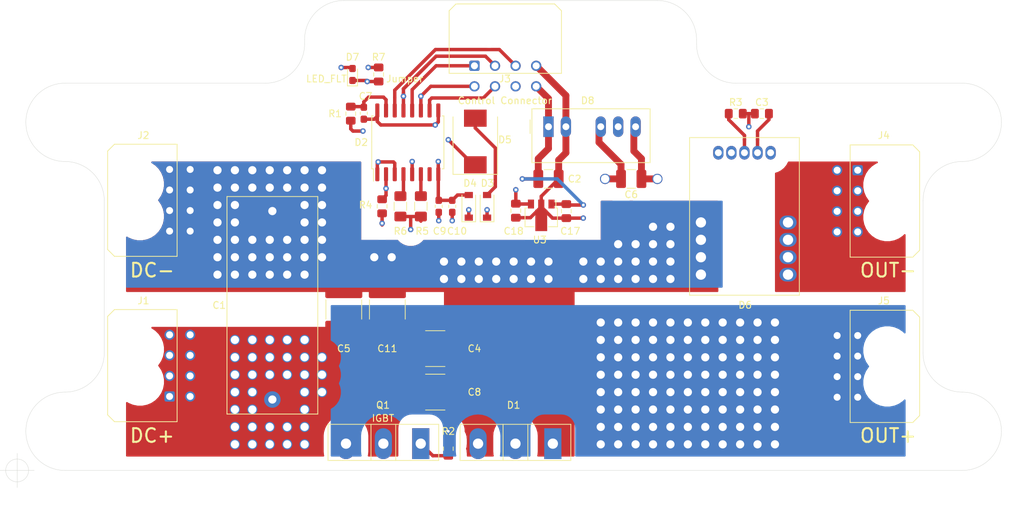
<source format=kicad_pcb>
(kicad_pcb (version 20171130) (host pcbnew "(5.1.6)-1")

  (general
    (thickness 1.6)
    (drawings 27)
    (tracks 463)
    (zones 0)
    (modules 41)
    (nets 23)
  )

  (page A4)
  (layers
    (0 F.Cu signal)
    (1 In1.Cu signal)
    (2 In2.Cu signal)
    (31 B.Cu signal)
    (32 B.Adhes user)
    (33 F.Adhes user)
    (34 B.Paste user)
    (35 F.Paste user)
    (36 B.SilkS user)
    (37 F.SilkS user)
    (38 B.Mask user)
    (39 F.Mask user)
    (40 Dwgs.User user)
    (41 Cmts.User user)
    (42 Eco1.User user)
    (43 Eco2.User user)
    (44 Edge.Cuts user)
    (45 Margin user)
    (46 B.CrtYd user)
    (47 F.CrtYd user)
    (48 B.Fab user)
    (49 F.Fab user)
  )

  (setup
    (last_trace_width 0.25)
    (user_trace_width 0.5)
    (user_trace_width 1)
    (user_trace_width 1.5)
    (user_trace_width 2)
    (trace_clearance 0.2)
    (zone_clearance 2)
    (zone_45_only no)
    (trace_min 0)
    (via_size 0.8)
    (via_drill 0.4)
    (via_min_size 0.4)
    (via_min_drill 0.3)
    (user_via 1.5 1.2)
    (uvia_size 0.3)
    (uvia_drill 0.1)
    (uvias_allowed no)
    (uvia_min_size 0.2)
    (uvia_min_drill 0.1)
    (edge_width 0.05)
    (segment_width 0.2)
    (pcb_text_width 0.3)
    (pcb_text_size 1.5 1.5)
    (mod_edge_width 0.12)
    (mod_text_size 1 1)
    (mod_text_width 0.15)
    (pad_size 1.5 3)
    (pad_drill 1)
    (pad_to_mask_clearance 0)
    (aux_axis_origin 84.8093 127.0786)
    (grid_origin 84.8093 127.0786)
    (visible_elements 7FFFFFFF)
    (pcbplotparams
      (layerselection 0x010fc_ffffffff)
      (usegerberextensions false)
      (usegerberattributes true)
      (usegerberadvancedattributes true)
      (creategerberjobfile true)
      (excludeedgelayer true)
      (linewidth 0.100000)
      (plotframeref false)
      (viasonmask false)
      (mode 1)
      (useauxorigin false)
      (hpglpennumber 1)
      (hpglpenspeed 20)
      (hpglpendiameter 15.000000)
      (psnegative false)
      (psa4output false)
      (plotreference true)
      (plotvalue true)
      (plotinvisibletext false)
      (padsonsilk false)
      (subtractmaskfromsilk false)
      (outputformat 1)
      (mirror false)
      (drillshape 0)
      (scaleselection 1)
      (outputdirectory "../../Драйвер гербер/"))
  )

  (net 0 "")
  (net 1 +15V_H)
  (net 2 "Net-(D3-Pad2)")
  (net 3 "Net-(D3-Pad1)")
  (net 4 RST)
  (net 5 "Net-(D2-Pad6)")
  (net 6 "Net-(D2-Pad4)")
  (net 7 +5V)
  (net 8 FLT)
  (net 9 RDY)
  (net 10 D_IGBT)
  (net 11 G_IGBT)
  (net 12 Measure)
  (net 13 GNDA)
  (net 14 +15V)
  (net 15 IN-)
  (net 16 IN+)
  (net 17 "Net-(D6-Pad11)")
  (net 18 DC-)
  (net 19 OUT+)
  (net 20 Vcc)
  (net 21 Desat)
  (net 22 OUT-)

  (net_class Default "This is the default net class."
    (clearance 0.2)
    (trace_width 0.25)
    (via_dia 0.8)
    (via_drill 0.4)
    (uvia_dia 0.3)
    (uvia_drill 0.1)
    (add_net +15V)
    (add_net +15V_H)
    (add_net +5V)
    (add_net DC-)
    (add_net D_IGBT)
    (add_net Desat)
    (add_net FLT)
    (add_net GNDA)
    (add_net G_IGBT)
    (add_net IN+)
    (add_net IN-)
    (add_net Measure)
    (add_net "Net-(D2-Pad4)")
    (add_net "Net-(D2-Pad6)")
    (add_net "Net-(D3-Pad1)")
    (add_net "Net-(D3-Pad2)")
    (add_net "Net-(D6-Pad11)")
    (add_net OUT+)
    (add_net OUT-)
    (add_net RDY)
    (add_net RST)
    (add_net Vcc)
  )

  (module Package_TO_SOT_THT:TO-247-3_Vertical (layer F.Cu) (tedit 5AC86DC3) (tstamp 60F55DE5)
    (at 162.9143 123.17 180)
    (descr "TO-247-3, Vertical, RM 5.45mm, see https://toshiba.semicon-storage.com/us/product/mosfet/to-247-4l.html")
    (tags "TO-247-3 Vertical RM 5.45mm")
    (path /60F69A0B)
    (fp_text reference D1 (at 5.715 5.6164) (layer F.SilkS)
      (effects (font (size 1 1) (thickness 0.15)))
    )
    (fp_text value VS-60APU06PBF (at 5.45 3.95) (layer F.Fab)
      (effects (font (size 1 1) (thickness 0.15)))
    )
    (fp_line (start -2.5 -2.33) (end -2.5 2.7) (layer F.Fab) (width 0.1))
    (fp_line (start -2.5 2.7) (end 13.4 2.7) (layer F.Fab) (width 0.1))
    (fp_line (start 13.4 2.7) (end 13.4 -2.33) (layer F.Fab) (width 0.1))
    (fp_line (start 13.4 -2.33) (end -2.5 -2.33) (layer F.Fab) (width 0.1))
    (fp_line (start 3.645 -2.33) (end 3.645 2.7) (layer F.Fab) (width 0.1))
    (fp_line (start 7.255 -2.33) (end 7.255 2.7) (layer F.Fab) (width 0.1))
    (fp_line (start -2.62 -2.451) (end 13.52 -2.451) (layer F.SilkS) (width 0.12))
    (fp_line (start -2.62 2.82) (end 13.52 2.82) (layer F.SilkS) (width 0.12))
    (fp_line (start -2.62 -2.451) (end -2.62 2.82) (layer F.SilkS) (width 0.12))
    (fp_line (start 13.52 -2.451) (end 13.52 2.82) (layer F.SilkS) (width 0.12))
    (fp_line (start 3.646 -2.451) (end 3.646 2.82) (layer F.SilkS) (width 0.12))
    (fp_line (start 7.255 -2.451) (end 7.255 2.82) (layer F.SilkS) (width 0.12))
    (fp_line (start -2.75 -2.59) (end -2.75 2.95) (layer F.CrtYd) (width 0.05))
    (fp_line (start -2.75 2.95) (end 13.65 2.95) (layer F.CrtYd) (width 0.05))
    (fp_line (start 13.65 2.95) (end 13.65 -2.59) (layer F.CrtYd) (width 0.05))
    (fp_line (start 13.65 -2.59) (end -2.75 -2.59) (layer F.CrtYd) (width 0.05))
    (fp_text user %R (at 5.45 -3.45) (layer F.Fab)
      (effects (font (size 1 1) (thickness 0.15)))
    )
    (pad 3 thru_hole oval (at 10.9 0 180) (size 2.5 4.5) (drill 1.5) (layers *.Cu *.Mask)
      (net 18 DC-))
    (pad 2 thru_hole oval (at 5.45 0 180) (size 2.5 4.5) (drill 1.5) (layers *.Cu *.Mask)
      (net 19 OUT+))
    (pad 1 thru_hole rect (at 0 0 180) (size 2.5 4.5) (drill 1.5) (layers *.Cu *.Mask)
      (net 18 DC-))
    (model ${KISYS3DMOD}/Package_TO_SOT_THT.3dshapes/TO-247-3_Vertical.wrl
      (at (xyz 0 0 0))
      (scale (xyz 1 1 1))
      (rotate (xyz 0 0 0))
    )
  )

  (module Converter_DCDC:Converter_DCDC_TRACO_TMR-1-xxxx_Dual_THT (layer F.Cu) (tedit 59FEFDB0) (tstamp 60F1BFD3)
    (at 162.2793 76.9136)
    (descr "DCDC-Converter, TRACO, TMR 1-xxxx, Dual output, Rev. March 21.2016")
    (tags "DCDC-Converter TRACO TMR1-xxxx Dual_output")
    (path /60F2AC0D)
    (fp_text reference D8 (at 5.715 -3.81) (layer F.SilkS)
      (effects (font (size 1 1) (thickness 0.15)))
    )
    (fp_text value TMA1515S (at 6.5 6.5) (layer F.Fab)
      (effects (font (size 1 1) (thickness 0.15)))
    )
    (fp_line (start -2.67 -1) (end -2.67 1) (layer F.SilkS) (width 0.12))
    (fp_line (start -1.3 0) (end -2.3 1) (layer F.Fab) (width 0.1))
    (fp_line (start -2.3 -1) (end -1.3 0) (layer F.Fab) (width 0.1))
    (fp_line (start -2.3 -1) (end -2.3 -2.5) (layer F.Fab) (width 0.1))
    (fp_line (start -2.42 -2.62) (end 14.82 -2.62) (layer F.SilkS) (width 0.12))
    (fp_line (start 14.82 -2.62) (end 14.82 5.24) (layer F.SilkS) (width 0.12))
    (fp_line (start 14.82 5.24) (end -2.42 5.24) (layer F.SilkS) (width 0.12))
    (fp_line (start -2.42 5.24) (end -2.42 -2.62) (layer F.SilkS) (width 0.12))
    (fp_line (start 14.95 -2.75) (end 14.95 5.37) (layer F.CrtYd) (width 0.05))
    (fp_line (start 14.7 -2.5) (end 14.7 5.12) (layer F.Fab) (width 0.1))
    (fp_line (start 14.7 -2.5) (end -2.3 -2.5) (layer F.Fab) (width 0.1))
    (fp_line (start -2.3 1) (end -2.3 5.12) (layer F.Fab) (width 0.1))
    (fp_line (start 14.7 5.12) (end -2.3 5.12) (layer F.Fab) (width 0.1))
    (fp_line (start -2.55 -2.75) (end 14.95 -2.75) (layer F.CrtYd) (width 0.05))
    (fp_line (start -2.55 5.37) (end 14.95 5.37) (layer F.CrtYd) (width 0.05))
    (fp_line (start -2.55 -2.75) (end -2.55 5.37) (layer F.CrtYd) (width 0.05))
    (fp_text user %R (at 5.91 3) (layer F.Fab)
      (effects (font (size 1 1) (thickness 0.15)))
    )
    (pad 6 thru_hole oval (at 12.7 0) (size 1.5 3) (drill 1) (layers *.Cu *.Mask)
      (net 1 +15V_H))
    (pad 5 thru_hole oval (at 10.16 0) (size 1.5 3) (drill 1) (layers *.Cu *.Mask))
    (pad 4 thru_hole oval (at 7.62 0) (size 1.5 3) (drill 1) (layers *.Cu *.Mask)
      (net 19 OUT+))
    (pad 2 thru_hole oval (at 2.54 0) (size 1.5 3) (drill 1) (layers *.Cu *.Mask)
      (net 13 GNDA))
    (pad 1 thru_hole rect (at 0 0) (size 1.5 3) (drill 1) (layers *.Cu *.Mask)
      (net 14 +15V))
    (model ${KISYS3DMOD}/Converter_DCDC.3dshapes/Converter_DCDC_TRACO_TMR-1-xxxx_Dual_THT.wrl
      (at (xyz 0 0 0))
      (scale (xyz 1 1 1))
      (rotate (xyz 0 0 0))
    )
  )

  (module LED_SMD:LED_0603_1608Metric_Pad1.05x0.95mm_HandSolder (layer F.Cu) (tedit 5B4B45C9) (tstamp 60EC0E59)
    (at 133.7043 69.2936 90)
    (descr "LED SMD 0603 (1608 Metric), square (rectangular) end terminal, IPC_7351 nominal, (Body size source: http://www.tortai-tech.com/upload/download/2011102023233369053.pdf), generated with kicad-footprint-generator")
    (tags "LED handsolder")
    (path /60EC5943)
    (attr smd)
    (fp_text reference D7 (at 2.54 0 180) (layer F.SilkS)
      (effects (font (size 1 1) (thickness 0.15)))
    )
    (fp_text value LED_FLT (at -0.635 -3.81 180) (layer F.SilkS)
      (effects (font (size 1 1) (thickness 0.15)))
    )
    (fp_line (start 1.65 0.73) (end -1.65 0.73) (layer F.CrtYd) (width 0.05))
    (fp_line (start 1.65 -0.73) (end 1.65 0.73) (layer F.CrtYd) (width 0.05))
    (fp_line (start -1.65 -0.73) (end 1.65 -0.73) (layer F.CrtYd) (width 0.05))
    (fp_line (start -1.65 0.73) (end -1.65 -0.73) (layer F.CrtYd) (width 0.05))
    (fp_line (start -1.66 0.735) (end 0.8 0.735) (layer F.SilkS) (width 0.12))
    (fp_line (start -1.66 -0.735) (end -1.66 0.735) (layer F.SilkS) (width 0.12))
    (fp_line (start 0.8 -0.735) (end -1.66 -0.735) (layer F.SilkS) (width 0.12))
    (fp_line (start 0.8 0.4) (end 0.8 -0.4) (layer F.Fab) (width 0.1))
    (fp_line (start -0.8 0.4) (end 0.8 0.4) (layer F.Fab) (width 0.1))
    (fp_line (start -0.8 -0.1) (end -0.8 0.4) (layer F.Fab) (width 0.1))
    (fp_line (start -0.5 -0.4) (end -0.8 -0.1) (layer F.Fab) (width 0.1))
    (fp_line (start 0.8 -0.4) (end -0.5 -0.4) (layer F.Fab) (width 0.1))
    (fp_text user %R (at 0 0 90) (layer F.Fab)
      (effects (font (size 0.4 0.4) (thickness 0.06)))
    )
    (pad 2 smd roundrect (at 0.875 0 90) (size 1.05 0.95) (layers F.Cu F.Paste F.Mask) (roundrect_rratio 0.25)
      (net 8 FLT))
    (pad 1 smd roundrect (at -0.875 0 90) (size 1.05 0.95) (layers F.Cu F.Paste F.Mask) (roundrect_rratio 0.25)
      (net 13 GNDA))
    (model ${KISYS3DMOD}/LED_SMD.3dshapes/LED_0603_1608Metric.wrl
      (at (xyz 0 0 0))
      (scale (xyz 1 1 1))
      (rotate (xyz 0 0 0))
    )
  )

  (module Connector_Molex:Molex_Micro-Fit_3.0_43045-0800_2x04_P3.00mm_Horizontal (layer F.Cu) (tedit 5DC5E16C) (tstamp 60E4AAEA)
    (at 207.3643 107.3936 270)
    (descr "Molex Micro-Fit 3.0 Connector System, 43045-0800 (alternative finishes: 43045-080x), 4 Pins per row (https://www.molex.com/pdm_docs/sd/430450201_sd.pdf), generated with kicad-footprint-generator")
    (tags "connector Molex Micro-Fit_3.0 horizontal")
    (path /60F18155)
    (fp_text reference J5 (at -5.08 -3.81 180) (layer F.SilkS)
      (effects (font (size 1 1) (thickness 0.15)))
    )
    (fp_text value OUT+ (at 14.605 -4.445 180) (layer F.SilkS)
      (effects (font (size 2 2) (thickness 0.3)))
    )
    (fp_line (start -3.575 0.99) (end -3.575 -7.92) (layer F.Fab) (width 0.1))
    (fp_line (start -3.575 -7.92) (end -2.575 -8.92) (layer F.Fab) (width 0.1))
    (fp_line (start -2.575 -8.92) (end 11.575 -8.92) (layer F.Fab) (width 0.1))
    (fp_line (start 11.575 -8.92) (end 12.575 -7.92) (layer F.Fab) (width 0.1))
    (fp_line (start 12.575 -7.92) (end 12.575 0.99) (layer F.Fab) (width 0.1))
    (fp_line (start 12.575 0.99) (end -3.575 0.99) (layer F.Fab) (width 0.1))
    (fp_line (start -0.75 0.99) (end 0 0) (layer F.Fab) (width 0.1))
    (fp_line (start 0 0) (end 0.75 0.99) (layer F.Fab) (width 0.1))
    (fp_line (start -3.685 1.1) (end -3.685 -8.03) (layer F.SilkS) (width 0.12))
    (fp_line (start -3.685 -8.03) (end -2.685 -9.03) (layer F.SilkS) (width 0.12))
    (fp_line (start -2.685 -9.03) (end 11.685 -9.03) (layer F.SilkS) (width 0.12))
    (fp_line (start 11.685 -9.03) (end 12.685 -8.03) (layer F.SilkS) (width 0.12))
    (fp_line (start 12.685 -8.03) (end 12.685 1.1) (layer F.SilkS) (width 0.12))
    (fp_line (start 12.685 1.1) (end -3.685 1.1) (layer F.SilkS) (width 0.12))
    (fp_line (start -4.08 1.49) (end -4.08 -9.42) (layer F.CrtYd) (width 0.05))
    (fp_line (start -4.08 -9.42) (end 13.08 -9.42) (layer F.CrtYd) (width 0.05))
    (fp_line (start 13.08 -9.42) (end 13.08 1.49) (layer F.CrtYd) (width 0.05))
    (fp_line (start 13.08 1.49) (end 10.25 1.49) (layer F.CrtYd) (width 0.05))
    (fp_line (start 10.25 1.49) (end 10.25 4.25) (layer F.CrtYd) (width 0.05))
    (fp_line (start 10.25 4.25) (end -1.25 4.25) (layer F.CrtYd) (width 0.05))
    (fp_line (start -1.25 4.25) (end -1.25 1.49) (layer F.CrtYd) (width 0.05))
    (fp_line (start -1.25 1.49) (end -4.08 1.49) (layer F.CrtYd) (width 0.05))
    (fp_text user %R (at 4.5 -8.22 90) (layer F.Fab)
      (effects (font (size 1 1) (thickness 0.15)))
    )
    (pad 8 thru_hole circle (at 9 3 270) (size 1.5 1.5) (drill 1.02) (layers *.Cu *.Mask)
      (net 19 OUT+))
    (pad 7 thru_hole circle (at 6 3 270) (size 1.5 1.5) (drill 1.02) (layers *.Cu *.Mask)
      (net 19 OUT+))
    (pad 6 thru_hole circle (at 3 3 270) (size 1.5 1.5) (drill 1.02) (layers *.Cu *.Mask)
      (net 19 OUT+))
    (pad 5 thru_hole circle (at 0 3 270) (size 1.5 1.5) (drill 1.02) (layers *.Cu *.Mask)
      (net 19 OUT+))
    (pad 4 thru_hole circle (at 9 0 270) (size 1.5 1.5) (drill 1.02) (layers *.Cu *.Mask)
      (net 19 OUT+))
    (pad 3 thru_hole circle (at 6 0 270) (size 1.5 1.5) (drill 1.02) (layers *.Cu *.Mask)
      (net 19 OUT+))
    (pad 2 thru_hole circle (at 3 0 270) (size 1.5 1.5) (drill 1.02) (layers *.Cu *.Mask)
      (net 19 OUT+))
    (pad 1 thru_hole roundrect (at 0 0 270) (size 1.5 1.5) (drill 1.02) (layers *.Cu *.Mask) (roundrect_rratio 0.166667)
      (net 19 OUT+))
    (pad "" np_thru_hole circle (at 6.86 -4.32 270) (size 3 3) (drill 3) (layers *.Cu *.Mask))
    (pad "" np_thru_hole circle (at 2.16 -4.32 270) (size 3 3) (drill 3) (layers *.Cu *.Mask))
    (model ${KISYS3DMOD}/Connector_Molex.3dshapes/Molex_Micro-Fit_3.0_43045-0800_2x04_P3.00mm_Horizontal.wrl
      (at (xyz 0 0 0))
      (scale (xyz 1 1 1))
      (rotate (xyz 0 0 0))
    )
    (model "C:/Users/Александр/Desktop/Модели 3D/Разъём MOLEX.stp"
      (offset (xyz 4.5 4 4))
      (scale (xyz 1 1 1))
      (rotate (xyz -90 0 180))
    )
  )

  (module Connector_Molex:Molex_Micro-Fit_3.0_43045-0800_2x04_P3.00mm_Horizontal (layer F.Cu) (tedit 5DC5E16C) (tstamp 60E4AAC5)
    (at 207.3643 83.2636 270)
    (descr "Molex Micro-Fit 3.0 Connector System, 43045-0800 (alternative finishes: 43045-080x), 4 Pins per row (https://www.molex.com/pdm_docs/sd/430450201_sd.pdf), generated with kicad-footprint-generator")
    (tags "connector Molex Micro-Fit_3.0 horizontal")
    (path /60F1CEF5)
    (fp_text reference J4 (at -5.08 -3.81 180) (layer F.SilkS)
      (effects (font (size 1 1) (thickness 0.15)))
    )
    (fp_text value OUT- (at 14.605 -4.445 180) (layer F.SilkS)
      (effects (font (size 2 2) (thickness 0.3)))
    )
    (fp_line (start -3.575 0.99) (end -3.575 -7.92) (layer F.Fab) (width 0.1))
    (fp_line (start -3.575 -7.92) (end -2.575 -8.92) (layer F.Fab) (width 0.1))
    (fp_line (start -2.575 -8.92) (end 11.575 -8.92) (layer F.Fab) (width 0.1))
    (fp_line (start 11.575 -8.92) (end 12.575 -7.92) (layer F.Fab) (width 0.1))
    (fp_line (start 12.575 -7.92) (end 12.575 0.99) (layer F.Fab) (width 0.1))
    (fp_line (start 12.575 0.99) (end -3.575 0.99) (layer F.Fab) (width 0.1))
    (fp_line (start -0.75 0.99) (end 0 0) (layer F.Fab) (width 0.1))
    (fp_line (start 0 0) (end 0.75 0.99) (layer F.Fab) (width 0.1))
    (fp_line (start -3.685 1.1) (end -3.685 -8.03) (layer F.SilkS) (width 0.12))
    (fp_line (start -3.685 -8.03) (end -2.685 -9.03) (layer F.SilkS) (width 0.12))
    (fp_line (start -2.685 -9.03) (end 11.685 -9.03) (layer F.SilkS) (width 0.12))
    (fp_line (start 11.685 -9.03) (end 12.685 -8.03) (layer F.SilkS) (width 0.12))
    (fp_line (start 12.685 -8.03) (end 12.685 1.1) (layer F.SilkS) (width 0.12))
    (fp_line (start 12.685 1.1) (end -3.685 1.1) (layer F.SilkS) (width 0.12))
    (fp_line (start -4.08 1.49) (end -4.08 -9.42) (layer F.CrtYd) (width 0.05))
    (fp_line (start -4.08 -9.42) (end 13.08 -9.42) (layer F.CrtYd) (width 0.05))
    (fp_line (start 13.08 -9.42) (end 13.08 1.49) (layer F.CrtYd) (width 0.05))
    (fp_line (start 13.08 1.49) (end 10.25 1.49) (layer F.CrtYd) (width 0.05))
    (fp_line (start 10.25 1.49) (end 10.25 4.25) (layer F.CrtYd) (width 0.05))
    (fp_line (start 10.25 4.25) (end -1.25 4.25) (layer F.CrtYd) (width 0.05))
    (fp_line (start -1.25 4.25) (end -1.25 1.49) (layer F.CrtYd) (width 0.05))
    (fp_line (start -1.25 1.49) (end -4.08 1.49) (layer F.CrtYd) (width 0.05))
    (fp_text user %R (at 4.5 -8.22 90) (layer F.Fab)
      (effects (font (size 1 1) (thickness 0.15)))
    )
    (pad 8 thru_hole circle (at 9 3 270) (size 1.5 1.5) (drill 1.02) (layers *.Cu *.Mask)
      (net 22 OUT-))
    (pad 7 thru_hole circle (at 6 3 270) (size 1.5 1.5) (drill 1.02) (layers *.Cu *.Mask)
      (net 22 OUT-))
    (pad 6 thru_hole circle (at 3 3 270) (size 1.5 1.5) (drill 1.02) (layers *.Cu *.Mask)
      (net 22 OUT-))
    (pad 5 thru_hole circle (at 0 3 270) (size 1.5 1.5) (drill 1.02) (layers *.Cu *.Mask)
      (net 22 OUT-))
    (pad 4 thru_hole circle (at 9 0 270) (size 1.5 1.5) (drill 1.02) (layers *.Cu *.Mask)
      (net 22 OUT-))
    (pad 3 thru_hole circle (at 6 0 270) (size 1.5 1.5) (drill 1.02) (layers *.Cu *.Mask)
      (net 22 OUT-))
    (pad 2 thru_hole circle (at 3 0 270) (size 1.5 1.5) (drill 1.02) (layers *.Cu *.Mask)
      (net 22 OUT-))
    (pad 1 thru_hole roundrect (at 0 0 270) (size 1.5 1.5) (drill 1.02) (layers *.Cu *.Mask) (roundrect_rratio 0.166667)
      (net 22 OUT-))
    (pad "" np_thru_hole circle (at 6.86 -4.32 270) (size 3 3) (drill 3) (layers *.Cu *.Mask))
    (pad "" np_thru_hole circle (at 2.16 -4.32 270) (size 3 3) (drill 3) (layers *.Cu *.Mask))
    (model ${KISYS3DMOD}/Connector_Molex.3dshapes/Molex_Micro-Fit_3.0_43045-0800_2x04_P3.00mm_Horizontal.wrl
      (offset (xyz 4.5 4 4))
      (scale (xyz 1 1 1))
      (rotate (xyz -90 0 180))
    )
    (model "C:/Users/Александр/Desktop/Модели 3D/Разъём MOLEX.stp"
      (offset (xyz 4.5 4 4))
      (scale (xyz 1 1 1))
      (rotate (xyz -90 0 180))
    )
  )

  (module Connector_Molex:Molex_Micro-Fit_3.0_43045-0800_2x04_P3.00mm_Horizontal (layer F.Cu) (tedit 5DC5E16C) (tstamp 60E4AA58)
    (at 107.0343 92.1536 90)
    (descr "Molex Micro-Fit 3.0 Connector System, 43045-0800 (alternative finishes: 43045-080x), 4 Pins per row (https://www.molex.com/pdm_docs/sd/430450201_sd.pdf), generated with kicad-footprint-generator")
    (tags "connector Molex Micro-Fit_3.0 horizontal")
    (path /60EF8068)
    (fp_text reference J2 (at 13.97 -3.81 180) (layer F.SilkS)
      (effects (font (size 1 1) (thickness 0.15)))
    )
    (fp_text value DC- (at -5.715 -2.54 180) (layer F.SilkS)
      (effects (font (size 2 2) (thickness 0.3)))
    )
    (fp_line (start -3.575 0.99) (end -3.575 -7.92) (layer F.Fab) (width 0.1))
    (fp_line (start -3.575 -7.92) (end -2.575 -8.92) (layer F.Fab) (width 0.1))
    (fp_line (start -2.575 -8.92) (end 11.575 -8.92) (layer F.Fab) (width 0.1))
    (fp_line (start 11.575 -8.92) (end 12.575 -7.92) (layer F.Fab) (width 0.1))
    (fp_line (start 12.575 -7.92) (end 12.575 0.99) (layer F.Fab) (width 0.1))
    (fp_line (start 12.575 0.99) (end -3.575 0.99) (layer F.Fab) (width 0.1))
    (fp_line (start -0.75 0.99) (end 0 0) (layer F.Fab) (width 0.1))
    (fp_line (start 0 0) (end 0.75 0.99) (layer F.Fab) (width 0.1))
    (fp_line (start -3.685 1.1) (end -3.685 -8.03) (layer F.SilkS) (width 0.12))
    (fp_line (start -3.685 -8.03) (end -2.685 -9.03) (layer F.SilkS) (width 0.12))
    (fp_line (start -2.685 -9.03) (end 11.685 -9.03) (layer F.SilkS) (width 0.12))
    (fp_line (start 11.685 -9.03) (end 12.685 -8.03) (layer F.SilkS) (width 0.12))
    (fp_line (start 12.685 -8.03) (end 12.685 1.1) (layer F.SilkS) (width 0.12))
    (fp_line (start 12.685 1.1) (end -3.685 1.1) (layer F.SilkS) (width 0.12))
    (fp_line (start -4.08 1.49) (end -4.08 -9.42) (layer F.CrtYd) (width 0.05))
    (fp_line (start -4.08 -9.42) (end 13.08 -9.42) (layer F.CrtYd) (width 0.05))
    (fp_line (start 13.08 -9.42) (end 13.08 1.49) (layer F.CrtYd) (width 0.05))
    (fp_line (start 13.08 1.49) (end 10.25 1.49) (layer F.CrtYd) (width 0.05))
    (fp_line (start 10.25 1.49) (end 10.25 4.25) (layer F.CrtYd) (width 0.05))
    (fp_line (start 10.25 4.25) (end -1.25 4.25) (layer F.CrtYd) (width 0.05))
    (fp_line (start -1.25 4.25) (end -1.25 1.49) (layer F.CrtYd) (width 0.05))
    (fp_line (start -1.25 1.49) (end -4.08 1.49) (layer F.CrtYd) (width 0.05))
    (fp_text user %R (at 4.5 -8.22 90) (layer F.Fab)
      (effects (font (size 1 1) (thickness 0.15)))
    )
    (pad 8 thru_hole circle (at 9 3 90) (size 1.5 1.5) (drill 1.02) (layers *.Cu *.Mask)
      (net 18 DC-))
    (pad 7 thru_hole circle (at 6 3 90) (size 1.5 1.5) (drill 1.02) (layers *.Cu *.Mask)
      (net 18 DC-))
    (pad 6 thru_hole circle (at 3 3 90) (size 1.5 1.5) (drill 1.02) (layers *.Cu *.Mask)
      (net 18 DC-))
    (pad 5 thru_hole circle (at 0 3 90) (size 1.5 1.5) (drill 1.02) (layers *.Cu *.Mask)
      (net 18 DC-))
    (pad 4 thru_hole circle (at 9 0 90) (size 1.5 1.5) (drill 1.02) (layers *.Cu *.Mask)
      (net 18 DC-))
    (pad 3 thru_hole circle (at 6 0 90) (size 1.5 1.5) (drill 1.02) (layers *.Cu *.Mask)
      (net 18 DC-))
    (pad 2 thru_hole circle (at 3 0 90) (size 1.5 1.5) (drill 1.02) (layers *.Cu *.Mask)
      (net 18 DC-))
    (pad 1 thru_hole roundrect (at 0 0 90) (size 1.5 1.5) (drill 1.02) (layers *.Cu *.Mask) (roundrect_rratio 0.166667)
      (net 18 DC-))
    (pad "" np_thru_hole circle (at 6.86 -4.32 90) (size 3 3) (drill 3) (layers *.Cu *.Mask))
    (pad "" np_thru_hole circle (at 2.16 -4.32 90) (size 3 3) (drill 3) (layers *.Cu *.Mask))
    (model ${KISYS3DMOD}/Connector_Molex.3dshapes/Molex_Micro-Fit_3.0_43045-0800_2x04_P3.00mm_Horizontal.wrl
      (at (xyz 0 0 0))
      (scale (xyz 1 1 1))
      (rotate (xyz 0 0 0))
    )
    (model "C:/Users/Александр/Desktop/Модели 3D/Разъём MOLEX.stp"
      (offset (xyz 4.5 4 4))
      (scale (xyz 1 1 1))
      (rotate (xyz -90 0 180))
    )
  )

  (module Connector_Molex:Molex_Micro-Fit_3.0_43045-0800_2x04_P3.00mm_Horizontal (layer F.Cu) (tedit 5DC5E16C) (tstamp 60E4AA33)
    (at 107.0343 116.2836 90)
    (descr "Molex Micro-Fit 3.0 Connector System, 43045-0800 (alternative finishes: 43045-080x), 4 Pins per row (https://www.molex.com/pdm_docs/sd/430450201_sd.pdf), generated with kicad-footprint-generator")
    (tags "connector Molex Micro-Fit_3.0 horizontal")
    (path /60F13F44)
    (fp_text reference J1 (at 13.97 -3.81) (layer F.SilkS)
      (effects (font (size 1 1) (thickness 0.15)))
    )
    (fp_text value DC+ (at -5.715 -2.54 180) (layer F.SilkS)
      (effects (font (size 2 2) (thickness 0.3)))
    )
    (fp_line (start -3.575 0.99) (end -3.575 -7.92) (layer F.Fab) (width 0.1))
    (fp_line (start -3.575 -7.92) (end -2.575 -8.92) (layer F.Fab) (width 0.1))
    (fp_line (start -2.575 -8.92) (end 11.575 -8.92) (layer F.Fab) (width 0.1))
    (fp_line (start 11.575 -8.92) (end 12.575 -7.92) (layer F.Fab) (width 0.1))
    (fp_line (start 12.575 -7.92) (end 12.575 0.99) (layer F.Fab) (width 0.1))
    (fp_line (start 12.575 0.99) (end -3.575 0.99) (layer F.Fab) (width 0.1))
    (fp_line (start -0.75 0.99) (end 0 0) (layer F.Fab) (width 0.1))
    (fp_line (start 0 0) (end 0.75 0.99) (layer F.Fab) (width 0.1))
    (fp_line (start -3.685 1.1) (end -3.685 -8.03) (layer F.SilkS) (width 0.12))
    (fp_line (start -3.685 -8.03) (end -2.685 -9.03) (layer F.SilkS) (width 0.12))
    (fp_line (start -2.685 -9.03) (end 11.685 -9.03) (layer F.SilkS) (width 0.12))
    (fp_line (start 11.685 -9.03) (end 12.685 -8.03) (layer F.SilkS) (width 0.12))
    (fp_line (start 12.685 -8.03) (end 12.685 1.1) (layer F.SilkS) (width 0.12))
    (fp_line (start 12.685 1.1) (end -3.685 1.1) (layer F.SilkS) (width 0.12))
    (fp_line (start -4.08 1.49) (end -4.08 -9.42) (layer F.CrtYd) (width 0.05))
    (fp_line (start -4.08 -9.42) (end 13.08 -9.42) (layer F.CrtYd) (width 0.05))
    (fp_line (start 13.08 -9.42) (end 13.08 1.49) (layer F.CrtYd) (width 0.05))
    (fp_line (start 13.08 1.49) (end 10.25 1.49) (layer F.CrtYd) (width 0.05))
    (fp_line (start 10.25 1.49) (end 10.25 4.25) (layer F.CrtYd) (width 0.05))
    (fp_line (start 10.25 4.25) (end -1.25 4.25) (layer F.CrtYd) (width 0.05))
    (fp_line (start -1.25 4.25) (end -1.25 1.49) (layer F.CrtYd) (width 0.05))
    (fp_line (start -1.25 1.49) (end -4.08 1.49) (layer F.CrtYd) (width 0.05))
    (fp_text user %R (at 4.5 -8.22 90) (layer F.Fab)
      (effects (font (size 1 1) (thickness 0.15)))
    )
    (pad 8 thru_hole circle (at 9 3 90) (size 1.5 1.5) (drill 1.02) (layers *.Cu *.Mask)
      (net 10 D_IGBT))
    (pad 7 thru_hole circle (at 6 3 90) (size 1.5 1.5) (drill 1.02) (layers *.Cu *.Mask)
      (net 10 D_IGBT))
    (pad 6 thru_hole circle (at 3 3 90) (size 1.5 1.5) (drill 1.02) (layers *.Cu *.Mask)
      (net 10 D_IGBT))
    (pad 5 thru_hole circle (at 0 3 90) (size 1.5 1.5) (drill 1.02) (layers *.Cu *.Mask)
      (net 10 D_IGBT))
    (pad 4 thru_hole circle (at 9 0 90) (size 1.5 1.5) (drill 1.02) (layers *.Cu *.Mask)
      (net 10 D_IGBT))
    (pad 3 thru_hole circle (at 6 0 90) (size 1.5 1.5) (drill 1.02) (layers *.Cu *.Mask)
      (net 10 D_IGBT))
    (pad 2 thru_hole circle (at 3 0 90) (size 1.5 1.5) (drill 1.02) (layers *.Cu *.Mask)
      (net 10 D_IGBT))
    (pad 1 thru_hole roundrect (at 0 0 90) (size 1.5 1.5) (drill 1.02) (layers *.Cu *.Mask) (roundrect_rratio 0.166667)
      (net 10 D_IGBT))
    (pad "" np_thru_hole circle (at 6.86 -4.32 90) (size 3 3) (drill 3) (layers *.Cu *.Mask))
    (pad "" np_thru_hole circle (at 2.16 -4.32 90) (size 3 3) (drill 3) (layers *.Cu *.Mask))
    (model ${KISYS3DMOD}/Connector_Molex.3dshapes/Molex_Micro-Fit_3.0_43045-0800_2x04_P3.00mm_Horizontal.wrl
      (at (xyz 0 0 0))
      (scale (xyz 1 1 1))
      (rotate (xyz 0 0 0))
    )
    (model "C:/Users/Александр/Desktop/Модели 3D/Разъём MOLEX.stp"
      (offset (xyz 4.5 4 4))
      (scale (xyz 1 1 1))
      (rotate (xyz -90 0 180))
    )
  )

  (module MountingHole:MountingHole_3mm (layer F.Cu) (tedit 56D1B4CB) (tstamp 60E49CA3)
    (at 179.4243 63.5786)
    (descr "Mounting Hole 3mm, no annular")
    (tags "mounting hole 3mm no annular")
    (path /60EF1843)
    (attr virtual)
    (fp_text reference H6 (at 0 -4) (layer F.SilkS) hide
      (effects (font (size 1 1) (thickness 0.15)))
    )
    (fp_text value MountingHole (at 0 4) (layer F.Fab)
      (effects (font (size 1 1) (thickness 0.15)))
    )
    (fp_circle (center 0 0) (end 3 0) (layer Cmts.User) (width 0.15))
    (fp_circle (center 0 0) (end 3.25 0) (layer F.CrtYd) (width 0.05))
    (fp_text user %R (at 0.3 0) (layer F.Fab)
      (effects (font (size 1 1) (thickness 0.15)))
    )
    (pad 1 np_thru_hole circle (at 0 0) (size 3 3) (drill 3) (layers *.Cu *.Mask))
  )

  (module MountingHole:MountingHole_3mm (layer F.Cu) (tedit 56D1B4CB) (tstamp 60E49C9B)
    (at 131.1643 63.5786)
    (descr "Mounting Hole 3mm, no annular")
    (tags "mounting hole 3mm no annular")
    (path /60EEEEF1)
    (attr virtual)
    (fp_text reference H5 (at 0 -4) (layer F.SilkS) hide
      (effects (font (size 1 1) (thickness 0.15)))
    )
    (fp_text value MountingHole (at 0 4) (layer F.Fab)
      (effects (font (size 1 1) (thickness 0.15)))
    )
    (fp_circle (center 0 0) (end 3 0) (layer Cmts.User) (width 0.15))
    (fp_circle (center 0 0) (end 3.25 0) (layer F.CrtYd) (width 0.05))
    (fp_text user %R (at 0.3 0) (layer F.Fab)
      (effects (font (size 1 1) (thickness 0.15)))
    )
    (pad 1 np_thru_hole circle (at 0 0) (size 3 3) (drill 3) (layers *.Cu *.Mask))
  )

  (module Connector_Molex:Molex_Micro-Fit_3.0_43045-0800_2x04_P3.00mm_Horizontal (layer F.Cu) (tedit 5DC5E16C) (tstamp 60E42C4D)
    (at 151.4843 68.0236)
    (descr "Molex Micro-Fit 3.0 Connector System, 43045-0800 (alternative finishes: 43045-080x), 4 Pins per row (https://www.molex.com/pdm_docs/sd/430450201_sd.pdf), generated with kicad-footprint-generator")
    (tags "connector Molex Micro-Fit_3.0 horizontal")
    (path /60E5A624)
    (fp_text reference J3 (at 4.445 1.905) (layer F.SilkS)
      (effects (font (size 1 1) (thickness 0.15)))
    )
    (fp_text value "Control Connector" (at 4.445 5.08) (layer F.SilkS)
      (effects (font (size 1 1) (thickness 0.15)))
    )
    (fp_line (start -3.575 0.99) (end -3.575 -7.92) (layer F.Fab) (width 0.1))
    (fp_line (start -3.575 -7.92) (end -2.575 -8.92) (layer F.Fab) (width 0.1))
    (fp_line (start -2.575 -8.92) (end 11.575 -8.92) (layer F.Fab) (width 0.1))
    (fp_line (start 11.575 -8.92) (end 12.575 -7.92) (layer F.Fab) (width 0.1))
    (fp_line (start 12.575 -7.92) (end 12.575 0.99) (layer F.Fab) (width 0.1))
    (fp_line (start 12.575 0.99) (end -3.575 0.99) (layer F.Fab) (width 0.1))
    (fp_line (start -0.75 0.99) (end 0 0) (layer F.Fab) (width 0.1))
    (fp_line (start 0 0) (end 0.75 0.99) (layer F.Fab) (width 0.1))
    (fp_line (start -3.685 1.1) (end -3.685 -8.03) (layer F.SilkS) (width 0.12))
    (fp_line (start -3.685 -8.03) (end -2.685 -9.03) (layer F.SilkS) (width 0.12))
    (fp_line (start -2.685 -9.03) (end 11.685 -9.03) (layer F.SilkS) (width 0.12))
    (fp_line (start 11.685 -9.03) (end 12.685 -8.03) (layer F.SilkS) (width 0.12))
    (fp_line (start 12.685 -8.03) (end 12.685 1.1) (layer F.SilkS) (width 0.12))
    (fp_line (start 12.685 1.1) (end -3.685 1.1) (layer F.SilkS) (width 0.12))
    (fp_line (start -4.08 1.49) (end -4.08 -9.42) (layer F.CrtYd) (width 0.05))
    (fp_line (start -4.08 -9.42) (end 13.08 -9.42) (layer F.CrtYd) (width 0.05))
    (fp_line (start 13.08 -9.42) (end 13.08 1.49) (layer F.CrtYd) (width 0.05))
    (fp_line (start 13.08 1.49) (end 10.25 1.49) (layer F.CrtYd) (width 0.05))
    (fp_line (start 10.25 1.49) (end 10.25 4.25) (layer F.CrtYd) (width 0.05))
    (fp_line (start 10.25 4.25) (end -1.25 4.25) (layer F.CrtYd) (width 0.05))
    (fp_line (start -1.25 4.25) (end -1.25 1.49) (layer F.CrtYd) (width 0.05))
    (fp_line (start -1.25 1.49) (end -4.08 1.49) (layer F.CrtYd) (width 0.05))
    (fp_text user %R (at 4.5 -8.22) (layer F.Fab)
      (effects (font (size 1 1) (thickness 0.15)))
    )
    (pad 8 thru_hole circle (at 9 3) (size 1.5 1.5) (drill 1.02) (layers *.Cu *.Mask)
      (net 14 +15V))
    (pad 7 thru_hole circle (at 6 3) (size 1.5 1.5) (drill 1.02) (layers *.Cu *.Mask)
      (net 12 Measure))
    (pad 6 thru_hole circle (at 3 3) (size 1.5 1.5) (drill 1.02) (layers *.Cu *.Mask)
      (net 16 IN+))
    (pad 5 thru_hole circle (at 0 3) (size 1.5 1.5) (drill 1.02) (layers *.Cu *.Mask)
      (net 15 IN-))
    (pad 4 thru_hole circle (at 9 0) (size 1.5 1.5) (drill 1.02) (layers *.Cu *.Mask)
      (net 13 GNDA))
    (pad 3 thru_hole circle (at 6 0) (size 1.5 1.5) (drill 1.02) (layers *.Cu *.Mask)
      (net 4 RST))
    (pad 2 thru_hole circle (at 3 0) (size 1.5 1.5) (drill 1.02) (layers *.Cu *.Mask)
      (net 8 FLT))
    (pad 1 thru_hole roundrect (at 0 0) (size 1.5 1.5) (drill 1.02) (layers *.Cu *.Mask) (roundrect_rratio 0.166667)
      (net 9 RDY))
    (pad "" np_thru_hole circle (at 6.86 -4.32) (size 3 3) (drill 3) (layers *.Cu *.Mask))
    (pad "" np_thru_hole circle (at 2.16 -4.32) (size 3 3) (drill 3) (layers *.Cu *.Mask))
    (model ${KISYS3DMOD}/Connector_Molex.3dshapes/Molex_Micro-Fit_3.0_43045-0800_2x04_P3.00mm_Horizontal.wrl
      (at (xyz 0 0 0))
      (scale (xyz 1 1 1))
      (rotate (xyz -90 0 0))
    )
    (model "C:/Users/Александр/Desktop/Модели 3D/Разъём MOLEX.stp"
      (offset (xyz 4.5 4 4))
      (scale (xyz 1 1 1))
      (rotate (xyz -90 0 180))
    )
  )

  (module Capacitor_SMD:C_2220_5650Metric_Pad1.97x5.40mm_HandSolder (layer F.Cu) (tedit 5B301BBE) (tstamp 60DDCF45)
    (at 138.7843 103.5836 90)
    (descr "Capacitor SMD 2220 (5650 Metric), square (rectangular) end terminal, IPC_7351 nominal with elongated pad for handsoldering. (Body size from: http://datasheets.avx.com/AVX-HV_MLCC.pdf), generated with kicad-footprint-generator")
    (tags "capacitor handsolder")
    (path /60E723A1)
    (attr smd)
    (fp_text reference C11 (at -5.715 0 180) (layer F.SilkS)
      (effects (font (size 1 1) (thickness 0.15)))
    )
    (fp_text value 0.22u (at 0 3.65 90) (layer F.Fab)
      (effects (font (size 1 1) (thickness 0.15)))
    )
    (fp_line (start 3.88 2.95) (end -3.88 2.95) (layer F.CrtYd) (width 0.05))
    (fp_line (start 3.88 -2.95) (end 3.88 2.95) (layer F.CrtYd) (width 0.05))
    (fp_line (start -3.88 -2.95) (end 3.88 -2.95) (layer F.CrtYd) (width 0.05))
    (fp_line (start -3.88 2.95) (end -3.88 -2.95) (layer F.CrtYd) (width 0.05))
    (fp_line (start -1.415748 2.61) (end 1.415748 2.61) (layer F.SilkS) (width 0.12))
    (fp_line (start -1.415748 -2.61) (end 1.415748 -2.61) (layer F.SilkS) (width 0.12))
    (fp_line (start 2.85 2.5) (end -2.85 2.5) (layer F.Fab) (width 0.1))
    (fp_line (start 2.85 -2.5) (end 2.85 2.5) (layer F.Fab) (width 0.1))
    (fp_line (start -2.85 -2.5) (end 2.85 -2.5) (layer F.Fab) (width 0.1))
    (fp_line (start -2.85 2.5) (end -2.85 -2.5) (layer F.Fab) (width 0.1))
    (fp_text user %R (at 0 0 90) (layer F.Fab)
      (effects (font (size 1 1) (thickness 0.15)))
    )
    (pad 2 smd roundrect (at 2.6375 0 90) (size 1.975 5.4) (layers F.Cu F.Paste F.Mask) (roundrect_rratio 0.126582)
      (net 18 DC-))
    (pad 1 smd roundrect (at -2.6375 0 90) (size 1.975 5.4) (layers F.Cu F.Paste F.Mask) (roundrect_rratio 0.126582)
      (net 10 D_IGBT))
    (model ${KISYS3DMOD}/Capacitor_SMD.3dshapes/C_2220_5650Metric.wrl
      (at (xyz 0 0 0))
      (scale (xyz 1 1 1))
      (rotate (xyz 0 0 0))
    )
  )

  (module Capacitor_SMD:C_2220_5650Metric_Pad1.97x5.40mm_HandSolder (layer F.Cu) (tedit 5B301BBE) (tstamp 60DDCEF4)
    (at 145.7693 115.6486)
    (descr "Capacitor SMD 2220 (5650 Metric), square (rectangular) end terminal, IPC_7351 nominal with elongated pad for handsoldering. (Body size from: http://datasheets.avx.com/AVX-HV_MLCC.pdf), generated with kicad-footprint-generator")
    (tags "capacitor handsolder")
    (path /60E6FA73)
    (attr smd)
    (fp_text reference C8 (at 5.715 0) (layer F.SilkS)
      (effects (font (size 1 1) (thickness 0.15)))
    )
    (fp_text value 0.22u (at 0 3.65) (layer F.Fab)
      (effects (font (size 1 1) (thickness 0.15)))
    )
    (fp_line (start 3.88 2.95) (end -3.88 2.95) (layer F.CrtYd) (width 0.05))
    (fp_line (start 3.88 -2.95) (end 3.88 2.95) (layer F.CrtYd) (width 0.05))
    (fp_line (start -3.88 -2.95) (end 3.88 -2.95) (layer F.CrtYd) (width 0.05))
    (fp_line (start -3.88 2.95) (end -3.88 -2.95) (layer F.CrtYd) (width 0.05))
    (fp_line (start -1.415748 2.61) (end 1.415748 2.61) (layer F.SilkS) (width 0.12))
    (fp_line (start -1.415748 -2.61) (end 1.415748 -2.61) (layer F.SilkS) (width 0.12))
    (fp_line (start 2.85 2.5) (end -2.85 2.5) (layer F.Fab) (width 0.1))
    (fp_line (start 2.85 -2.5) (end 2.85 2.5) (layer F.Fab) (width 0.1))
    (fp_line (start -2.85 -2.5) (end 2.85 -2.5) (layer F.Fab) (width 0.1))
    (fp_line (start -2.85 2.5) (end -2.85 -2.5) (layer F.Fab) (width 0.1))
    (fp_text user %R (at 0 0) (layer F.Fab)
      (effects (font (size 1 1) (thickness 0.15)))
    )
    (pad 2 smd roundrect (at 2.6375 0) (size 1.975 5.4) (layers F.Cu F.Paste F.Mask) (roundrect_rratio 0.126582)
      (net 18 DC-))
    (pad 1 smd roundrect (at -2.6375 0) (size 1.975 5.4) (layers F.Cu F.Paste F.Mask) (roundrect_rratio 0.126582)
      (net 10 D_IGBT))
    (model ${KISYS3DMOD}/Capacitor_SMD.3dshapes/C_2220_5650Metric.wrl
      (at (xyz 0 0 0))
      (scale (xyz 1 1 1))
      (rotate (xyz 0 0 0))
    )
  )

  (module Capacitor_SMD:C_2220_5650Metric_Pad1.97x5.40mm_HandSolder (layer F.Cu) (tedit 5B301BBE) (tstamp 60DDCEA3)
    (at 132.4343 103.5836 90)
    (descr "Capacitor SMD 2220 (5650 Metric), square (rectangular) end terminal, IPC_7351 nominal with elongated pad for handsoldering. (Body size from: http://datasheets.avx.com/AVX-HV_MLCC.pdf), generated with kicad-footprint-generator")
    (tags "capacitor handsolder")
    (path /60E6138B)
    (attr smd)
    (fp_text reference C5 (at -5.715 0 180) (layer F.SilkS)
      (effects (font (size 1 1) (thickness 0.15)))
    )
    (fp_text value 0.22u (at 0 3.65 90) (layer F.Fab)
      (effects (font (size 1 1) (thickness 0.15)))
    )
    (fp_line (start 3.88 2.95) (end -3.88 2.95) (layer F.CrtYd) (width 0.05))
    (fp_line (start 3.88 -2.95) (end 3.88 2.95) (layer F.CrtYd) (width 0.05))
    (fp_line (start -3.88 -2.95) (end 3.88 -2.95) (layer F.CrtYd) (width 0.05))
    (fp_line (start -3.88 2.95) (end -3.88 -2.95) (layer F.CrtYd) (width 0.05))
    (fp_line (start -1.415748 2.61) (end 1.415748 2.61) (layer F.SilkS) (width 0.12))
    (fp_line (start -1.415748 -2.61) (end 1.415748 -2.61) (layer F.SilkS) (width 0.12))
    (fp_line (start 2.85 2.5) (end -2.85 2.5) (layer F.Fab) (width 0.1))
    (fp_line (start 2.85 -2.5) (end 2.85 2.5) (layer F.Fab) (width 0.1))
    (fp_line (start -2.85 -2.5) (end 2.85 -2.5) (layer F.Fab) (width 0.1))
    (fp_line (start -2.85 2.5) (end -2.85 -2.5) (layer F.Fab) (width 0.1))
    (fp_text user %R (at 0 0 90) (layer F.Fab)
      (effects (font (size 1 1) (thickness 0.15)))
    )
    (pad 2 smd roundrect (at 2.6375 0 90) (size 1.975 5.4) (layers F.Cu F.Paste F.Mask) (roundrect_rratio 0.126582)
      (net 18 DC-))
    (pad 1 smd roundrect (at -2.6375 0 90) (size 1.975 5.4) (layers F.Cu F.Paste F.Mask) (roundrect_rratio 0.126582)
      (net 10 D_IGBT))
    (model ${KISYS3DMOD}/Capacitor_SMD.3dshapes/C_2220_5650Metric.wrl
      (at (xyz 0 0 0))
      (scale (xyz 1 1 1))
      (rotate (xyz 0 0 0))
    )
  )

  (module Capacitor_SMD:C_2220_5650Metric_Pad1.97x5.40mm_HandSolder (layer F.Cu) (tedit 5B301BBE) (tstamp 60DDCE92)
    (at 145.7693 109.2986)
    (descr "Capacitor SMD 2220 (5650 Metric), square (rectangular) end terminal, IPC_7351 nominal with elongated pad for handsoldering. (Body size from: http://datasheets.avx.com/AVX-HV_MLCC.pdf), generated with kicad-footprint-generator")
    (tags "capacitor handsolder")
    (path /60E5F360)
    (attr smd)
    (fp_text reference C4 (at 5.715 0) (layer F.SilkS)
      (effects (font (size 1 1) (thickness 0.15)))
    )
    (fp_text value 0.22u (at 0 3.65) (layer F.Fab)
      (effects (font (size 1 1) (thickness 0.15)))
    )
    (fp_line (start 3.88 2.95) (end -3.88 2.95) (layer F.CrtYd) (width 0.05))
    (fp_line (start 3.88 -2.95) (end 3.88 2.95) (layer F.CrtYd) (width 0.05))
    (fp_line (start -3.88 -2.95) (end 3.88 -2.95) (layer F.CrtYd) (width 0.05))
    (fp_line (start -3.88 2.95) (end -3.88 -2.95) (layer F.CrtYd) (width 0.05))
    (fp_line (start -1.415748 2.61) (end 1.415748 2.61) (layer F.SilkS) (width 0.12))
    (fp_line (start -1.415748 -2.61) (end 1.415748 -2.61) (layer F.SilkS) (width 0.12))
    (fp_line (start 2.85 2.5) (end -2.85 2.5) (layer F.Fab) (width 0.1))
    (fp_line (start 2.85 -2.5) (end 2.85 2.5) (layer F.Fab) (width 0.1))
    (fp_line (start -2.85 -2.5) (end 2.85 -2.5) (layer F.Fab) (width 0.1))
    (fp_line (start -2.85 2.5) (end -2.85 -2.5) (layer F.Fab) (width 0.1))
    (fp_text user %R (at 0 0) (layer F.Fab)
      (effects (font (size 1 1) (thickness 0.15)))
    )
    (pad 2 smd roundrect (at 2.6375 0) (size 1.975 5.4) (layers F.Cu F.Paste F.Mask) (roundrect_rratio 0.126582)
      (net 18 DC-))
    (pad 1 smd roundrect (at -2.6375 0) (size 1.975 5.4) (layers F.Cu F.Paste F.Mask) (roundrect_rratio 0.126582)
      (net 10 D_IGBT))
    (model ${KISYS3DMOD}/Capacitor_SMD.3dshapes/C_2220_5650Metric.wrl
      (at (xyz 0 0 0))
      (scale (xyz 1 1 1))
      (rotate (xyz 0 0 0))
    )
  )

  (module Resistor_SMD:R_0805_2012Metric_Pad1.15x1.40mm_HandSolder (layer F.Cu) (tedit 5B36C52B) (tstamp 60DD366C)
    (at 137.5143 69.2936 90)
    (descr "Resistor SMD 0805 (2012 Metric), square (rectangular) end terminal, IPC_7351 nominal with elongated pad for handsoldering. (Body size source: https://docs.google.com/spreadsheets/d/1BsfQQcO9C6DZCsRaXUlFlo91Tg2WpOkGARC1WS5S8t0/edit?usp=sharing), generated with kicad-footprint-generator")
    (tags "resistor handsolder")
    (path /60EEB585)
    (attr smd)
    (fp_text reference R7 (at 2.54 0 180) (layer F.SilkS)
      (effects (font (size 1 1) (thickness 0.15)))
    )
    (fp_text value Jumper (at -0.635 3.81 180) (layer F.SilkS)
      (effects (font (size 1 1) (thickness 0.15)))
    )
    (fp_line (start 1.85 0.95) (end -1.85 0.95) (layer F.CrtYd) (width 0.05))
    (fp_line (start 1.85 -0.95) (end 1.85 0.95) (layer F.CrtYd) (width 0.05))
    (fp_line (start -1.85 -0.95) (end 1.85 -0.95) (layer F.CrtYd) (width 0.05))
    (fp_line (start -1.85 0.95) (end -1.85 -0.95) (layer F.CrtYd) (width 0.05))
    (fp_line (start -0.261252 0.71) (end 0.261252 0.71) (layer F.SilkS) (width 0.12))
    (fp_line (start -0.261252 -0.71) (end 0.261252 -0.71) (layer F.SilkS) (width 0.12))
    (fp_line (start 1 0.6) (end -1 0.6) (layer F.Fab) (width 0.1))
    (fp_line (start 1 -0.6) (end 1 0.6) (layer F.Fab) (width 0.1))
    (fp_line (start -1 -0.6) (end 1 -0.6) (layer F.Fab) (width 0.1))
    (fp_line (start -1 0.6) (end -1 -0.6) (layer F.Fab) (width 0.1))
    (fp_text user %R (at 0 0 90) (layer F.Fab)
      (effects (font (size 0.5 0.5) (thickness 0.08)))
    )
    (pad 2 smd roundrect (at 1.025 0 90) (size 1.15 1.4) (layers F.Cu F.Paste F.Mask) (roundrect_rratio 0.217391)
      (net 15 IN-))
    (pad 1 smd roundrect (at -1.025 0 90) (size 1.15 1.4) (layers F.Cu F.Paste F.Mask) (roundrect_rratio 0.217391)
      (net 13 GNDA))
    (model ${KISYS3DMOD}/Resistor_SMD.3dshapes/R_0805_2012Metric.wrl
      (at (xyz 0 0 0))
      (scale (xyz 1 1 1))
      (rotate (xyz 0 0 0))
    )
  )

  (module LPSR:LPSR_50 (layer F.Cu) (tedit 609CFF51) (tstamp 60DCCFD3)
    (at 190.8543 98.5036 180)
    (path /60E36BDD)
    (fp_text reference D6 (at -0.1016 -4.445) (layer F.SilkS)
      (effects (font (size 1 1) (thickness 0.15)))
    )
    (fp_text value LPSR_50-NP (at 0.0762 -4.31) (layer F.Fab)
      (effects (font (size 1 1) (thickness 0.15)))
    )
    (fp_line (start 8 20) (end -8 20) (layer F.SilkS) (width 0.12))
    (fp_line (start -8 20) (end -8 -3) (layer F.SilkS) (width 0.12))
    (fp_line (start 8 -3) (end 8 20) (layer F.SilkS) (width 0.12))
    (fp_line (start -8 -3) (end 8 -3) (layer F.SilkS) (width 0.12))
    (pad 1 thru_hole oval (at -6.35 0 180) (size 2.5 2) (drill 1.5) (layers *.Cu *.Mask)
      (net 22 OUT-))
    (pad 2 thru_hole oval (at -6.35 2.54 180) (size 2.5 2) (drill 1.5) (layers *.Cu *.Mask)
      (net 22 OUT-))
    (pad 3 thru_hole oval (at -6.35 5.08 180) (size 2.5 2) (drill 1.5) (layers *.Cu *.Mask)
      (net 22 OUT-))
    (pad 4 thru_hole oval (at -6.35 7.62 180) (size 2.5 2) (drill 1.5) (layers *.Cu *.Mask)
      (net 22 OUT-))
    (pad 5 thru_hole oval (at 6.35 0 180) (size 2.5 2) (drill 1.5) (layers *.Cu *.Mask)
      (net 18 DC-))
    (pad 6 thru_hole oval (at 6.35 2.54 180) (size 2.5 2) (drill 1.5) (layers *.Cu *.Mask)
      (net 18 DC-))
    (pad 7 thru_hole oval (at 6.35 5.08 180) (size 2.5 2) (drill 1.5) (layers *.Cu *.Mask)
      (net 18 DC-))
    (pad 8 thru_hole oval (at 6.35 7.62 180) (size 2.5 2) (drill 1.5) (layers *.Cu *.Mask)
      (net 18 DC-))
    (pad 9 thru_hole oval (at -3.81 17.79 180) (size 1.5 2) (drill 1) (layers *.Cu *.Mask)
      (net 7 +5V))
    (pad 10 thru_hole oval (at -1.905 17.79 180) (size 1.5 2) (drill 1) (layers *.Cu *.Mask)
      (net 13 GNDA))
    (pad 11 thru_hole oval (at 0 17.79 180) (size 1.5 2) (drill 1) (layers *.Cu *.Mask)
      (net 17 "Net-(D6-Pad11)"))
    (pad 12 thru_hole oval (at 1.905 17.79 180) (size 1.5 2) (drill 1) (layers *.Cu *.Mask))
    (pad 13 thru_hole oval (at 3.81 17.79 180) (size 1.5 2) (drill 1) (layers *.Cu *.Mask))
    (model "C:/Users/Александр/Desktop/Модели 3D/LPSR_90.P3.XX.00.000.0_20170323.stp"
      (offset (xyz 15 -28.5 35))
      (scale (xyz 1 1 1))
      (rotate (xyz -90 180 90))
    )
  )

  (module Package_TO_SOT_SMD:SOT-89-3 (layer F.Cu) (tedit 5C33D6E8) (tstamp 60DCC645)
    (at 161.2243 89.8501 270)
    (descr "SOT-89-3, http://ww1.microchip.com/downloads/en/DeviceDoc/3L_SOT-89_MB_C04-029C.pdf")
    (tags SOT-89-3)
    (path /60DA3D92)
    (attr smd)
    (fp_text reference U3 (at 3.5735 0.215 180) (layer F.SilkS)
      (effects (font (size 1 1) (thickness 0.15)))
    )
    (fp_text value L78L05ACUTR (at 0.3 3.5 90) (layer F.Fab)
      (effects (font (size 1 1) (thickness 0.15)))
    )
    (fp_line (start -1.06 2.36) (end -1.06 2.13) (layer F.SilkS) (width 0.12))
    (fp_line (start -1.06 -2.36) (end -1.06 -2.13) (layer F.SilkS) (width 0.12))
    (fp_line (start -1.06 -2.36) (end 1.66 -2.36) (layer F.SilkS) (width 0.12))
    (fp_line (start -2.55 2.5) (end -2.55 -2.5) (layer F.CrtYd) (width 0.05))
    (fp_line (start -2.55 2.5) (end 2.55 2.5) (layer F.CrtYd) (width 0.05))
    (fp_line (start 2.55 -2.5) (end -2.55 -2.5) (layer F.CrtYd) (width 0.05))
    (fp_line (start 2.55 -2.5) (end 2.55 2.5) (layer F.CrtYd) (width 0.05))
    (fp_line (start 0.05 -2.25) (end 1.55 -2.25) (layer F.Fab) (width 0.1))
    (fp_line (start -0.95 2.25) (end -0.95 -1.25) (layer F.Fab) (width 0.1))
    (fp_line (start 1.55 2.25) (end -0.95 2.25) (layer F.Fab) (width 0.1))
    (fp_line (start 1.55 -2.25) (end 1.55 2.25) (layer F.Fab) (width 0.1))
    (fp_line (start -0.95 -1.25) (end 0.05 -2.25) (layer F.Fab) (width 0.1))
    (fp_line (start 1.66 -2.36) (end 1.66 -1.05) (layer F.SilkS) (width 0.12))
    (fp_line (start -2.2 -2.13) (end -1.06 -2.13) (layer F.SilkS) (width 0.12))
    (fp_line (start 1.66 2.36) (end -1.06 2.36) (layer F.SilkS) (width 0.12))
    (fp_line (start 1.66 1.05) (end 1.66 2.36) (layer F.SilkS) (width 0.12))
    (fp_text user %R (at 0.5 0) (layer F.Fab)
      (effects (font (size 1 1) (thickness 0.15)))
    )
    (pad 2 smd custom (at -1.5625 0 270) (size 1.475 0.9) (layers F.Cu F.Paste F.Mask)
      (net 13 GNDA) (zone_connect 2)
      (options (clearance outline) (anchor rect))
      (primitives
        (gr_poly (pts
           (xy 0.7375 -0.8665) (xy 3.8625 -0.8665) (xy 3.8625 0.8665) (xy 0.7375 0.8665)) (width 0))
      ))
    (pad 3 smd rect (at -1.65 1.5 270) (size 1.3 0.9) (layers F.Cu F.Paste F.Mask)
      (net 7 +5V))
    (pad 1 smd rect (at -1.65 -1.5 270) (size 1.3 0.9) (layers F.Cu F.Paste F.Mask)
      (net 14 +15V))
    (model ${KISYS3DMOD}/Package_TO_SOT_SMD.3dshapes/SOT-89-3.wrl
      (at (xyz 0 0 0))
      (scale (xyz 1 1 1))
      (rotate (xyz 0 0 0))
    )
  )

  (module Resistor_SMD:R_1206_3216Metric_Pad1.42x1.75mm_HandSolder (layer F.Cu) (tedit 5B301BBD) (tstamp 60DCC613)
    (at 140.6893 88.5341 270)
    (descr "Resistor SMD 1206 (3216 Metric), square (rectangular) end terminal, IPC_7351 nominal with elongated pad for handsoldering. (Body size source: http://www.tortai-tech.com/upload/download/2011102023233369053.pdf), generated with kicad-footprint-generator")
    (tags "resistor handsolder")
    (path /60C83559)
    (attr smd)
    (fp_text reference R6 (at 3.6195 0 180) (layer F.SilkS)
      (effects (font (size 1 1) (thickness 0.15)))
    )
    (fp_text value 3.9 (at 0 1.82 90) (layer F.Fab)
      (effects (font (size 1 1) (thickness 0.15)))
    )
    (fp_line (start 2.45 1.12) (end -2.45 1.12) (layer F.CrtYd) (width 0.05))
    (fp_line (start 2.45 -1.12) (end 2.45 1.12) (layer F.CrtYd) (width 0.05))
    (fp_line (start -2.45 -1.12) (end 2.45 -1.12) (layer F.CrtYd) (width 0.05))
    (fp_line (start -2.45 1.12) (end -2.45 -1.12) (layer F.CrtYd) (width 0.05))
    (fp_line (start -0.602064 0.91) (end 0.602064 0.91) (layer F.SilkS) (width 0.12))
    (fp_line (start -0.602064 -0.91) (end 0.602064 -0.91) (layer F.SilkS) (width 0.12))
    (fp_line (start 1.6 0.8) (end -1.6 0.8) (layer F.Fab) (width 0.1))
    (fp_line (start 1.6 -0.8) (end 1.6 0.8) (layer F.Fab) (width 0.1))
    (fp_line (start -1.6 -0.8) (end 1.6 -0.8) (layer F.Fab) (width 0.1))
    (fp_line (start -1.6 0.8) (end -1.6 -0.8) (layer F.Fab) (width 0.1))
    (fp_text user %R (at 0 0 90) (layer F.Fab)
      (effects (font (size 0.8 0.8) (thickness 0.12)))
    )
    (pad 2 smd roundrect (at 1.4875 0 270) (size 1.425 1.75) (layers F.Cu F.Paste F.Mask) (roundrect_rratio 0.175439)
      (net 11 G_IGBT))
    (pad 1 smd roundrect (at -1.4875 0 270) (size 1.425 1.75) (layers F.Cu F.Paste F.Mask) (roundrect_rratio 0.175439)
      (net 6 "Net-(D2-Pad4)"))
    (model ${KISYS3DMOD}/Resistor_SMD.3dshapes/R_1206_3216Metric.wrl
      (at (xyz 0 0 0))
      (scale (xyz 1 1 1))
      (rotate (xyz 0 0 0))
    )
  )

  (module Resistor_SMD:R_1206_3216Metric_Pad1.42x1.75mm_HandSolder (layer F.Cu) (tedit 5B301BBD) (tstamp 60DCC602)
    (at 143.6738 88.5341 270)
    (descr "Resistor SMD 1206 (3216 Metric), square (rectangular) end terminal, IPC_7351 nominal with elongated pad for handsoldering. (Body size source: http://www.tortai-tech.com/upload/download/2011102023233369053.pdf), generated with kicad-footprint-generator")
    (tags "resistor handsolder")
    (path /60C830B7)
    (attr smd)
    (fp_text reference R5 (at 3.6195 -0.1905 180) (layer F.SilkS)
      (effects (font (size 1 1) (thickness 0.15)))
    )
    (fp_text value 3.9 (at 0 1.82 90) (layer F.Fab)
      (effects (font (size 1 1) (thickness 0.15)))
    )
    (fp_line (start 2.45 1.12) (end -2.45 1.12) (layer F.CrtYd) (width 0.05))
    (fp_line (start 2.45 -1.12) (end 2.45 1.12) (layer F.CrtYd) (width 0.05))
    (fp_line (start -2.45 -1.12) (end 2.45 -1.12) (layer F.CrtYd) (width 0.05))
    (fp_line (start -2.45 1.12) (end -2.45 -1.12) (layer F.CrtYd) (width 0.05))
    (fp_line (start -0.602064 0.91) (end 0.602064 0.91) (layer F.SilkS) (width 0.12))
    (fp_line (start -0.602064 -0.91) (end 0.602064 -0.91) (layer F.SilkS) (width 0.12))
    (fp_line (start 1.6 0.8) (end -1.6 0.8) (layer F.Fab) (width 0.1))
    (fp_line (start 1.6 -0.8) (end 1.6 0.8) (layer F.Fab) (width 0.1))
    (fp_line (start -1.6 -0.8) (end 1.6 -0.8) (layer F.Fab) (width 0.1))
    (fp_line (start -1.6 0.8) (end -1.6 -0.8) (layer F.Fab) (width 0.1))
    (fp_text user %R (at 0 0 90) (layer F.Fab)
      (effects (font (size 0.8 0.8) (thickness 0.12)))
    )
    (pad 2 smd roundrect (at 1.4875 0 270) (size 1.425 1.75) (layers F.Cu F.Paste F.Mask) (roundrect_rratio 0.175439)
      (net 11 G_IGBT))
    (pad 1 smd roundrect (at -1.4875 0 270) (size 1.425 1.75) (layers F.Cu F.Paste F.Mask) (roundrect_rratio 0.175439)
      (net 5 "Net-(D2-Pad6)"))
    (model ${KISYS3DMOD}/Resistor_SMD.3dshapes/R_1206_3216Metric.wrl
      (at (xyz 0 0 0))
      (scale (xyz 1 1 1))
      (rotate (xyz 0 0 0))
    )
  )

  (module Resistor_SMD:R_0805_2012Metric_Pad1.15x1.40mm_HandSolder (layer F.Cu) (tedit 5B36C52B) (tstamp 60DCC5F1)
    (at 138.0223 88.5341 270)
    (descr "Resistor SMD 0805 (2012 Metric), square (rectangular) end terminal, IPC_7351 nominal with elongated pad for handsoldering. (Body size source: https://docs.google.com/spreadsheets/d/1BsfQQcO9C6DZCsRaXUlFlo91Tg2WpOkGARC1WS5S8t0/edit?usp=sharing), generated with kicad-footprint-generator")
    (tags "resistor handsolder")
    (path /60C83553)
    (attr smd)
    (fp_text reference R4 (at -0.1905 2.413 180) (layer F.SilkS)
      (effects (font (size 1 1) (thickness 0.15)))
    )
    (fp_text value 1.1k (at 0 1.65 90) (layer F.Fab)
      (effects (font (size 1 1) (thickness 0.15)))
    )
    (fp_line (start 1.85 0.95) (end -1.85 0.95) (layer F.CrtYd) (width 0.05))
    (fp_line (start 1.85 -0.95) (end 1.85 0.95) (layer F.CrtYd) (width 0.05))
    (fp_line (start -1.85 -0.95) (end 1.85 -0.95) (layer F.CrtYd) (width 0.05))
    (fp_line (start -1.85 0.95) (end -1.85 -0.95) (layer F.CrtYd) (width 0.05))
    (fp_line (start -0.261252 0.71) (end 0.261252 0.71) (layer F.SilkS) (width 0.12))
    (fp_line (start -0.261252 -0.71) (end 0.261252 -0.71) (layer F.SilkS) (width 0.12))
    (fp_line (start 1 0.6) (end -1 0.6) (layer F.Fab) (width 0.1))
    (fp_line (start 1 -0.6) (end 1 0.6) (layer F.Fab) (width 0.1))
    (fp_line (start -1 -0.6) (end 1 -0.6) (layer F.Fab) (width 0.1))
    (fp_line (start -1 0.6) (end -1 -0.6) (layer F.Fab) (width 0.1))
    (fp_text user %R (at 0 0 90) (layer F.Fab)
      (effects (font (size 0.5 0.5) (thickness 0.08)))
    )
    (pad 2 smd roundrect (at 1.025 0 270) (size 1.15 1.4) (layers F.Cu F.Paste F.Mask) (roundrect_rratio 0.217391)
      (net 3 "Net-(D3-Pad1)"))
    (pad 1 smd roundrect (at -1.025 0 270) (size 1.15 1.4) (layers F.Cu F.Paste F.Mask) (roundrect_rratio 0.217391)
      (net 21 Desat))
    (model ${KISYS3DMOD}/Resistor_SMD.3dshapes/R_0805_2012Metric.wrl
      (at (xyz 0 0 0))
      (scale (xyz 1 1 1))
      (rotate (xyz 0 0 0))
    )
  )

  (module Resistor_SMD:R_0805_2012Metric_Pad1.15x1.40mm_HandSolder (layer F.Cu) (tedit 5B36C52B) (tstamp 60DCC5E0)
    (at 189.5843 75.0086)
    (descr "Resistor SMD 0805 (2012 Metric), square (rectangular) end terminal, IPC_7351 nominal with elongated pad for handsoldering. (Body size source: https://docs.google.com/spreadsheets/d/1BsfQQcO9C6DZCsRaXUlFlo91Tg2WpOkGARC1WS5S8t0/edit?usp=sharing), generated with kicad-footprint-generator")
    (tags "resistor handsolder")
    (path /60E4F392)
    (attr smd)
    (fp_text reference R3 (at 0 -1.65) (layer F.SilkS)
      (effects (font (size 1 1) (thickness 0.15)))
    )
    (fp_text value R_Small (at 0 1.65) (layer F.Fab)
      (effects (font (size 1 1) (thickness 0.15)))
    )
    (fp_line (start 1.85 0.95) (end -1.85 0.95) (layer F.CrtYd) (width 0.05))
    (fp_line (start 1.85 -0.95) (end 1.85 0.95) (layer F.CrtYd) (width 0.05))
    (fp_line (start -1.85 -0.95) (end 1.85 -0.95) (layer F.CrtYd) (width 0.05))
    (fp_line (start -1.85 0.95) (end -1.85 -0.95) (layer F.CrtYd) (width 0.05))
    (fp_line (start -0.261252 0.71) (end 0.261252 0.71) (layer F.SilkS) (width 0.12))
    (fp_line (start -0.261252 -0.71) (end 0.261252 -0.71) (layer F.SilkS) (width 0.12))
    (fp_line (start 1 0.6) (end -1 0.6) (layer F.Fab) (width 0.1))
    (fp_line (start 1 -0.6) (end 1 0.6) (layer F.Fab) (width 0.1))
    (fp_line (start -1 -0.6) (end 1 -0.6) (layer F.Fab) (width 0.1))
    (fp_line (start -1 0.6) (end -1 -0.6) (layer F.Fab) (width 0.1))
    (fp_text user %R (at 0 0) (layer F.Fab)
      (effects (font (size 0.5 0.5) (thickness 0.08)))
    )
    (pad 2 smd roundrect (at 1.025 0) (size 1.15 1.4) (layers F.Cu F.Paste F.Mask) (roundrect_rratio 0.217391)
      (net 12 Measure))
    (pad 1 smd roundrect (at -1.025 0) (size 1.15 1.4) (layers F.Cu F.Paste F.Mask) (roundrect_rratio 0.217391)
      (net 17 "Net-(D6-Pad11)"))
    (model ${KISYS3DMOD}/Resistor_SMD.3dshapes/R_0805_2012Metric.wrl
      (at (xyz 0 0 0))
      (scale (xyz 1 1 1))
      (rotate (xyz 0 0 0))
    )
  )

  (module Resistor_SMD:R_0805_2012Metric_Pad1.15x1.40mm_HandSolder (layer F.Cu) (tedit 5B36C52B) (tstamp 60DCC5CF)
    (at 147.6743 123.9036 90)
    (descr "Resistor SMD 0805 (2012 Metric), square (rectangular) end terminal, IPC_7351 nominal with elongated pad for handsoldering. (Body size source: https://docs.google.com/spreadsheets/d/1BsfQQcO9C6DZCsRaXUlFlo91Tg2WpOkGARC1WS5S8t0/edit?usp=sharing), generated with kicad-footprint-generator")
    (tags "resistor handsolder")
    (path /60E236CA)
    (attr smd)
    (fp_text reference R2 (at 2.54 0) (layer F.SilkS)
      (effects (font (size 1 1) (thickness 0.15)))
    )
    (fp_text value 10k (at 0 1.65 270) (layer F.Fab)
      (effects (font (size 1 1) (thickness 0.15)))
    )
    (fp_line (start 1.85 0.95) (end -1.85 0.95) (layer F.CrtYd) (width 0.05))
    (fp_line (start 1.85 -0.95) (end 1.85 0.95) (layer F.CrtYd) (width 0.05))
    (fp_line (start -1.85 -0.95) (end 1.85 -0.95) (layer F.CrtYd) (width 0.05))
    (fp_line (start -1.85 0.95) (end -1.85 -0.95) (layer F.CrtYd) (width 0.05))
    (fp_line (start -0.261252 0.71) (end 0.261252 0.71) (layer F.SilkS) (width 0.12))
    (fp_line (start -0.261252 -0.71) (end 0.261252 -0.71) (layer F.SilkS) (width 0.12))
    (fp_line (start 1 0.6) (end -1 0.6) (layer F.Fab) (width 0.1))
    (fp_line (start 1 -0.6) (end 1 0.6) (layer F.Fab) (width 0.1))
    (fp_line (start -1 -0.6) (end 1 -0.6) (layer F.Fab) (width 0.1))
    (fp_line (start -1 0.6) (end -1 -0.6) (layer F.Fab) (width 0.1))
    (fp_text user %R (at 0 0 270) (layer F.Fab)
      (effects (font (size 0.5 0.5) (thickness 0.08)))
    )
    (pad 2 smd roundrect (at 1.025 0 90) (size 1.15 1.4) (layers F.Cu F.Paste F.Mask) (roundrect_rratio 0.217391)
      (net 19 OUT+))
    (pad 1 smd roundrect (at -1.025 0 90) (size 1.15 1.4) (layers F.Cu F.Paste F.Mask) (roundrect_rratio 0.217391)
      (net 11 G_IGBT))
    (model ${KISYS3DMOD}/Resistor_SMD.3dshapes/R_0805_2012Metric.wrl
      (at (xyz 0 0 0))
      (scale (xyz 1 1 1))
      (rotate (xyz 0 0 0))
    )
  )

  (module Resistor_SMD:R_0805_2012Metric_Pad1.15x1.40mm_HandSolder (layer F.Cu) (tedit 5B36C52B) (tstamp 60DCC5BE)
    (at 133.4503 75.0086 90)
    (descr "Resistor SMD 0805 (2012 Metric), square (rectangular) end terminal, IPC_7351 nominal with elongated pad for handsoldering. (Body size source: https://docs.google.com/spreadsheets/d/1BsfQQcO9C6DZCsRaXUlFlo91Tg2WpOkGARC1WS5S8t0/edit?usp=sharing), generated with kicad-footprint-generator")
    (tags "resistor handsolder")
    (path /60C8286D)
    (attr smd)
    (fp_text reference R1 (at 0 -2.286 180) (layer F.SilkS)
      (effects (font (size 1 1) (thickness 0.15)))
    )
    (fp_text value 10 (at 0 1.65 90) (layer F.Fab)
      (effects (font (size 1 1) (thickness 0.15)))
    )
    (fp_line (start 1.85 0.95) (end -1.85 0.95) (layer F.CrtYd) (width 0.05))
    (fp_line (start 1.85 -0.95) (end 1.85 0.95) (layer F.CrtYd) (width 0.05))
    (fp_line (start -1.85 -0.95) (end 1.85 -0.95) (layer F.CrtYd) (width 0.05))
    (fp_line (start -1.85 0.95) (end -1.85 -0.95) (layer F.CrtYd) (width 0.05))
    (fp_line (start -0.261252 0.71) (end 0.261252 0.71) (layer F.SilkS) (width 0.12))
    (fp_line (start -0.261252 -0.71) (end 0.261252 -0.71) (layer F.SilkS) (width 0.12))
    (fp_line (start 1 0.6) (end -1 0.6) (layer F.Fab) (width 0.1))
    (fp_line (start 1 -0.6) (end 1 0.6) (layer F.Fab) (width 0.1))
    (fp_line (start -1 -0.6) (end 1 -0.6) (layer F.Fab) (width 0.1))
    (fp_line (start -1 0.6) (end -1 -0.6) (layer F.Fab) (width 0.1))
    (fp_text user %R (at 0 0 90) (layer F.Fab)
      (effects (font (size 0.5 0.5) (thickness 0.08)))
    )
    (pad 2 smd roundrect (at 1.025 0 90) (size 1.15 1.4) (layers F.Cu F.Paste F.Mask) (roundrect_rratio 0.217391)
      (net 20 Vcc))
    (pad 1 smd roundrect (at -1.025 0 90) (size 1.15 1.4) (layers F.Cu F.Paste F.Mask) (roundrect_rratio 0.217391)
      (net 7 +5V))
    (model ${KISYS3DMOD}/Resistor_SMD.3dshapes/R_0805_2012Metric.wrl
      (at (xyz 0 0 0))
      (scale (xyz 1 1 1))
      (rotate (xyz 0 0 0))
    )
  )

  (module Package_TO_SOT_THT:TO-247-3_Vertical (layer F.Cu) (tedit 5AC86DC3) (tstamp 60DCC5AD)
    (at 143.655 123.17 180)
    (descr "TO-247-3, Vertical, RM 5.45mm, see https://toshiba.semicon-storage.com/us/product/mosfet/to-247-4l.html")
    (tags "TO-247-3 Vertical RM 5.45mm")
    (path /60E14305)
    (fp_text reference Q1 (at 5.5057 5.6164) (layer F.SilkS)
      (effects (font (size 1 1) (thickness 0.15)))
    )
    (fp_text value HGTG20N60A4 (at 5.45 3.95) (layer F.SilkS) hide
      (effects (font (size 1 1) (thickness 0.15)))
    )
    (fp_line (start 13.65 -2.59) (end -2.75 -2.59) (layer F.CrtYd) (width 0.05))
    (fp_line (start 13.65 2.95) (end 13.65 -2.59) (layer F.CrtYd) (width 0.05))
    (fp_line (start -2.75 2.95) (end 13.65 2.95) (layer F.CrtYd) (width 0.05))
    (fp_line (start -2.75 -2.59) (end -2.75 2.95) (layer F.CrtYd) (width 0.05))
    (fp_line (start 7.255 -2.451) (end 7.255 2.82) (layer F.SilkS) (width 0.12))
    (fp_line (start 3.646 -2.451) (end 3.646 2.82) (layer F.SilkS) (width 0.12))
    (fp_line (start 13.52 -2.451) (end 13.52 2.82) (layer F.SilkS) (width 0.12))
    (fp_line (start -2.62 -2.451) (end -2.62 2.82) (layer F.SilkS) (width 0.12))
    (fp_line (start -2.62 2.82) (end 13.52 2.82) (layer F.SilkS) (width 0.12))
    (fp_line (start -2.62 -2.451) (end 13.52 -2.451) (layer F.SilkS) (width 0.12))
    (fp_line (start 7.255 -2.33) (end 7.255 2.7) (layer F.Fab) (width 0.1))
    (fp_line (start 3.645 -2.33) (end 3.645 2.7) (layer F.Fab) (width 0.1))
    (fp_line (start 13.4 -2.33) (end -2.5 -2.33) (layer F.Fab) (width 0.1))
    (fp_line (start 13.4 2.7) (end 13.4 -2.33) (layer F.Fab) (width 0.1))
    (fp_line (start -2.5 2.7) (end 13.4 2.7) (layer F.Fab) (width 0.1))
    (fp_line (start -2.5 -2.33) (end -2.5 2.7) (layer F.Fab) (width 0.1))
    (fp_text user IGBT (at 5.5057 3.7114) (layer F.SilkS)
      (effects (font (size 1 1) (thickness 0.15)))
    )
    (pad 3 thru_hole oval (at 10.9 0 180) (size 2.5 4.5) (drill 1.5) (layers *.Cu *.Mask)
      (net 19 OUT+))
    (pad 2 thru_hole oval (at 5.45 0 180) (size 2.5 4.5) (drill 1.5) (layers *.Cu *.Mask)
      (net 10 D_IGBT))
    (pad 1 thru_hole rect (at 0 0 180) (size 2.5 4.5) (drill 1.5) (layers *.Cu *.Mask)
      (net 11 G_IGBT))
    (model ${KISYS3DMOD}/Package_TO_SOT_THT.3dshapes/TO-247-3_Vertical.wrl
      (at (xyz 0 0 0))
      (scale (xyz 1 1 1))
      (rotate (xyz 0 0 0))
    )
  )

  (module MountingHole:MountingHole_3mm (layer F.Cu) (tedit 56D1B4CB) (tstamp 60DCC51C)
    (at 222.6043 121.3636)
    (descr "Mounting Hole 3mm, no annular")
    (tags "mounting hole 3mm no annular")
    (path /60E60DC5)
    (attr virtual)
    (fp_text reference H4 (at 0 -4) (layer F.SilkS) hide
      (effects (font (size 1 1) (thickness 0.15)))
    )
    (fp_text value MountingHole (at 0 4) (layer F.Fab)
      (effects (font (size 1 1) (thickness 0.15)))
    )
    (fp_circle (center 0 0) (end 3.25 0) (layer F.CrtYd) (width 0.05))
    (fp_circle (center 0 0) (end 3 0) (layer Cmts.User) (width 0.15))
    (fp_text user %R (at 0.3 0) (layer F.Fab)
      (effects (font (size 1 1) (thickness 0.15)))
    )
    (pad 1 np_thru_hole circle (at 0 0) (size 3 3) (drill 3) (layers *.Cu *.Mask))
  )

  (module MountingHole:MountingHole_3mm (layer F.Cu) (tedit 56D1B4CB) (tstamp 60DCC514)
    (at 222.6043 76.2786)
    (descr "Mounting Hole 3mm, no annular")
    (tags "mounting hole 3mm no annular")
    (path /60E5F440)
    (attr virtual)
    (fp_text reference H3 (at 0 -4) (layer F.SilkS) hide
      (effects (font (size 1 1) (thickness 0.15)))
    )
    (fp_text value MountingHole (at 0 4) (layer F.Fab)
      (effects (font (size 1 1) (thickness 0.15)))
    )
    (fp_circle (center 0 0) (end 3.25 0) (layer F.CrtYd) (width 0.05))
    (fp_circle (center 0 0) (end 3 0) (layer Cmts.User) (width 0.15))
    (fp_text user %R (at 0.3 0) (layer F.Fab)
      (effects (font (size 1 1) (thickness 0.15)))
    )
    (pad 1 np_thru_hole circle (at 0 0) (size 3 3) (drill 3) (layers *.Cu *.Mask))
  )

  (module MountingHole:MountingHole_3mm (layer F.Cu) (tedit 56D1B4CB) (tstamp 60DCC50C)
    (at 91.7943 76.2786)
    (descr "Mounting Hole 3mm, no annular")
    (tags "mounting hole 3mm no annular")
    (path /60DA33FE)
    (attr virtual)
    (fp_text reference H2 (at 0 -4) (layer F.SilkS) hide
      (effects (font (size 1 1) (thickness 0.15)))
    )
    (fp_text value MountingHole (at 0 4) (layer F.Fab)
      (effects (font (size 1 1) (thickness 0.15)))
    )
    (fp_circle (center 0 0) (end 3.25 0) (layer F.CrtYd) (width 0.05))
    (fp_circle (center 0 0) (end 3 0) (layer Cmts.User) (width 0.15))
    (fp_text user %R (at 0.3 0) (layer F.Fab)
      (effects (font (size 1 1) (thickness 0.15)))
    )
    (pad 1 np_thru_hole circle (at 0 0) (size 3 3) (drill 3) (layers *.Cu *.Mask))
  )

  (module MountingHole:MountingHole_3mm (layer F.Cu) (tedit 56D1B4CB) (tstamp 60DCC504)
    (at 91.7943 121.3636)
    (descr "Mounting Hole 3mm, no annular")
    (tags "mounting hole 3mm no annular")
    (path /60E6272A)
    (attr virtual)
    (fp_text reference H1 (at 0 -4) (layer F.SilkS) hide
      (effects (font (size 1 1) (thickness 0.15)))
    )
    (fp_text value MountingHole (at 0 4) (layer F.Fab)
      (effects (font (size 1 1) (thickness 0.15)))
    )
    (fp_circle (center 0 0) (end 3.25 0) (layer F.CrtYd) (width 0.05))
    (fp_circle (center 0 0) (end 3 0) (layer Cmts.User) (width 0.15))
    (fp_text user %R (at 0.3 0) (layer F.Fab)
      (effects (font (size 1 1) (thickness 0.15)))
    )
    (pad 1 np_thru_hole circle (at 0 0) (size 3 3) (drill 3) (layers *.Cu *.Mask))
  )

  (module Diode_SMD:D_SMC (layer F.Cu) (tedit 5864295D) (tstamp 60DCC4FC)
    (at 151.6113 79.0726 90)
    (descr "Diode SMC (DO-214AB)")
    (tags "Diode SMC (DO-214AB)")
    (path /60C83E00)
    (attr smd)
    (fp_text reference D5 (at 0.254 4.318 180) (layer F.SilkS)
      (effects (font (size 1 1) (thickness 0.15)))
    )
    (fp_text value D_Small (at 0 4.2 90) (layer F.Fab)
      (effects (font (size 1 1) (thickness 0.15)))
    )
    (fp_line (start -4.8 -3.25) (end 3.6 -3.25) (layer F.SilkS) (width 0.12))
    (fp_line (start -4.8 3.25) (end 3.6 3.25) (layer F.SilkS) (width 0.12))
    (fp_line (start -0.64944 0.00102) (end 0.50118 -0.79908) (layer F.Fab) (width 0.1))
    (fp_line (start -0.64944 0.00102) (end 0.50118 0.75032) (layer F.Fab) (width 0.1))
    (fp_line (start 0.50118 0.75032) (end 0.50118 -0.79908) (layer F.Fab) (width 0.1))
    (fp_line (start -0.64944 -0.79908) (end -0.64944 0.80112) (layer F.Fab) (width 0.1))
    (fp_line (start 0.50118 0.00102) (end 1.4994 0.00102) (layer F.Fab) (width 0.1))
    (fp_line (start -0.64944 0.00102) (end -1.55114 0.00102) (layer F.Fab) (width 0.1))
    (fp_line (start -4.9 3.35) (end -4.9 -3.35) (layer F.CrtYd) (width 0.05))
    (fp_line (start 4.9 3.35) (end -4.9 3.35) (layer F.CrtYd) (width 0.05))
    (fp_line (start 4.9 -3.35) (end 4.9 3.35) (layer F.CrtYd) (width 0.05))
    (fp_line (start -4.9 -3.35) (end 4.9 -3.35) (layer F.CrtYd) (width 0.05))
    (fp_line (start 3.55 -3.1) (end -3.55 -3.1) (layer F.Fab) (width 0.1))
    (fp_line (start 3.55 -3.1) (end 3.55 3.1) (layer F.Fab) (width 0.1))
    (fp_line (start -3.55 3.1) (end -3.55 -3.1) (layer F.Fab) (width 0.1))
    (fp_line (start 3.55 3.1) (end -3.55 3.1) (layer F.Fab) (width 0.1))
    (fp_line (start -4.8 3.25) (end -4.8 -3.25) (layer F.SilkS) (width 0.12))
    (fp_text user %R (at 0 -1.9 90) (layer F.Fab)
      (effects (font (size 1 1) (thickness 0.15)))
    )
    (pad 2 smd rect (at 3.4 0 180) (size 3.3 2.5) (layers F.Cu F.Paste F.Mask)
      (net 2 "Net-(D3-Pad2)"))
    (pad 1 smd rect (at -3.4 0 180) (size 3.3 2.5) (layers F.Cu F.Paste F.Mask)
      (net 10 D_IGBT))
    (model ${KISYS3DMOD}/Diode_SMD.3dshapes/D_SMC.wrl
      (at (xyz 0 0 0))
      (scale (xyz 1 1 1))
      (rotate (xyz 0 0 0))
    )
  )

  (module Diode_SMD:D_SOD-123 (layer F.Cu) (tedit 58645DC7) (tstamp 60DCC4E4)
    (at 150.6588 88.5341 90)
    (descr SOD-123)
    (tags SOD-123)
    (path /60C851C0)
    (attr smd)
    (fp_text reference D4 (at 3.3655 0.1905 180) (layer F.SilkS)
      (effects (font (size 1 1) (thickness 0.15)))
    )
    (fp_text value BZT52C10-7-F (at 0 2.1 90) (layer F.Fab)
      (effects (font (size 1 1) (thickness 0.15)))
    )
    (fp_line (start -2.25 -1) (end 1.65 -1) (layer F.SilkS) (width 0.12))
    (fp_line (start -2.25 1) (end 1.65 1) (layer F.SilkS) (width 0.12))
    (fp_line (start -2.35 -1.15) (end -2.35 1.15) (layer F.CrtYd) (width 0.05))
    (fp_line (start 2.35 1.15) (end -2.35 1.15) (layer F.CrtYd) (width 0.05))
    (fp_line (start 2.35 -1.15) (end 2.35 1.15) (layer F.CrtYd) (width 0.05))
    (fp_line (start -2.35 -1.15) (end 2.35 -1.15) (layer F.CrtYd) (width 0.05))
    (fp_line (start -1.4 -0.9) (end 1.4 -0.9) (layer F.Fab) (width 0.1))
    (fp_line (start 1.4 -0.9) (end 1.4 0.9) (layer F.Fab) (width 0.1))
    (fp_line (start 1.4 0.9) (end -1.4 0.9) (layer F.Fab) (width 0.1))
    (fp_line (start -1.4 0.9) (end -1.4 -0.9) (layer F.Fab) (width 0.1))
    (fp_line (start -0.75 0) (end -0.35 0) (layer F.Fab) (width 0.1))
    (fp_line (start -0.35 0) (end -0.35 -0.55) (layer F.Fab) (width 0.1))
    (fp_line (start -0.35 0) (end -0.35 0.55) (layer F.Fab) (width 0.1))
    (fp_line (start -0.35 0) (end 0.25 -0.4) (layer F.Fab) (width 0.1))
    (fp_line (start 0.25 -0.4) (end 0.25 0.4) (layer F.Fab) (width 0.1))
    (fp_line (start 0.25 0.4) (end -0.35 0) (layer F.Fab) (width 0.1))
    (fp_line (start 0.25 0) (end 0.75 0) (layer F.Fab) (width 0.1))
    (fp_line (start -2.25 -1) (end -2.25 1) (layer F.SilkS) (width 0.12))
    (fp_text user %R (at 0 -2 90) (layer F.Fab)
      (effects (font (size 1 1) (thickness 0.15)))
    )
    (pad 2 smd rect (at 1.65 0 90) (size 0.9 1.2) (layers F.Cu F.Paste F.Mask)
      (net 19 OUT+))
    (pad 1 smd rect (at -1.65 0 90) (size 0.9 1.2) (layers F.Cu F.Paste F.Mask)
      (net 21 Desat))
    (model ${KISYS3DMOD}/Diode_SMD.3dshapes/D_SOD-123.wrl
      (at (xyz 0 0 0))
      (scale (xyz 1 1 1))
      (rotate (xyz 0 0 0))
    )
  )

  (module Diode_SMD:D_SOD-123 (layer F.Cu) (tedit 58645DC7) (tstamp 60DCC4CB)
    (at 153.3258 88.5341 90)
    (descr SOD-123)
    (tags SOD-123)
    (path /60C84A3C)
    (attr smd)
    (fp_text reference D3 (at 3.3655 0.0635 180) (layer F.SilkS)
      (effects (font (size 1 1) (thickness 0.15)))
    )
    (fp_text value PDZ6.2BGWX (at 0 2.1 90) (layer F.Fab)
      (effects (font (size 1 1) (thickness 0.15)))
    )
    (fp_line (start -2.25 -1) (end 1.65 -1) (layer F.SilkS) (width 0.12))
    (fp_line (start -2.25 1) (end 1.65 1) (layer F.SilkS) (width 0.12))
    (fp_line (start -2.35 -1.15) (end -2.35 1.15) (layer F.CrtYd) (width 0.05))
    (fp_line (start 2.35 1.15) (end -2.35 1.15) (layer F.CrtYd) (width 0.05))
    (fp_line (start 2.35 -1.15) (end 2.35 1.15) (layer F.CrtYd) (width 0.05))
    (fp_line (start -2.35 -1.15) (end 2.35 -1.15) (layer F.CrtYd) (width 0.05))
    (fp_line (start -1.4 -0.9) (end 1.4 -0.9) (layer F.Fab) (width 0.1))
    (fp_line (start 1.4 -0.9) (end 1.4 0.9) (layer F.Fab) (width 0.1))
    (fp_line (start 1.4 0.9) (end -1.4 0.9) (layer F.Fab) (width 0.1))
    (fp_line (start -1.4 0.9) (end -1.4 -0.9) (layer F.Fab) (width 0.1))
    (fp_line (start -0.75 0) (end -0.35 0) (layer F.Fab) (width 0.1))
    (fp_line (start -0.35 0) (end -0.35 -0.55) (layer F.Fab) (width 0.1))
    (fp_line (start -0.35 0) (end -0.35 0.55) (layer F.Fab) (width 0.1))
    (fp_line (start -0.35 0) (end 0.25 -0.4) (layer F.Fab) (width 0.1))
    (fp_line (start 0.25 -0.4) (end 0.25 0.4) (layer F.Fab) (width 0.1))
    (fp_line (start 0.25 0.4) (end -0.35 0) (layer F.Fab) (width 0.1))
    (fp_line (start 0.25 0) (end 0.75 0) (layer F.Fab) (width 0.1))
    (fp_line (start -2.25 -1) (end -2.25 1) (layer F.SilkS) (width 0.12))
    (fp_text user %R (at 0 -2 90) (layer F.Fab)
      (effects (font (size 1 1) (thickness 0.15)))
    )
    (pad 2 smd rect (at 1.65 0 90) (size 0.9 1.2) (layers F.Cu F.Paste F.Mask)
      (net 2 "Net-(D3-Pad2)"))
    (pad 1 smd rect (at -1.65 0 90) (size 0.9 1.2) (layers F.Cu F.Paste F.Mask)
      (net 3 "Net-(D3-Pad1)"))
    (model ${KISYS3DMOD}/Diode_SMD.3dshapes/D_SOD-123.wrl
      (at (xyz 0 0 0))
      (scale (xyz 1 1 1))
      (rotate (xyz 0 0 0))
    )
  )

  (module Package_SO:SOIC-16W_7.5x10.3mm_P1.27mm (layer F.Cu) (tedit 5D9F72B1) (tstamp 60DCC4B2)
    (at 141.7688 79.1996 90)
    (descr "SOIC, 16 Pin (JEDEC MS-013AA, https://www.analog.com/media/en/package-pcb-resources/package/pkg_pdf/soic_wide-rw/rw_16.pdf), generated with kicad-footprint-generator ipc_gullwing_generator.py")
    (tags "SOIC SO")
    (path /60C7D249)
    (attr smd)
    (fp_text reference D2 (at 0 -6.7945 180) (layer F.SilkS)
      (effects (font (size 1 1) (thickness 0.15)))
    )
    (fp_text value ISO54-Driver (at 0 6.1 90) (layer F.Fab)
      (effects (font (size 1 1) (thickness 0.15)))
    )
    (fp_line (start 5.93 -5.4) (end -5.93 -5.4) (layer F.CrtYd) (width 0.05))
    (fp_line (start 5.93 5.4) (end 5.93 -5.4) (layer F.CrtYd) (width 0.05))
    (fp_line (start -5.93 5.4) (end 5.93 5.4) (layer F.CrtYd) (width 0.05))
    (fp_line (start -5.93 -5.4) (end -5.93 5.4) (layer F.CrtYd) (width 0.05))
    (fp_line (start -3.75 -4.15) (end -2.75 -5.15) (layer F.Fab) (width 0.1))
    (fp_line (start -3.75 5.15) (end -3.75 -4.15) (layer F.Fab) (width 0.1))
    (fp_line (start 3.75 5.15) (end -3.75 5.15) (layer F.Fab) (width 0.1))
    (fp_line (start 3.75 -5.15) (end 3.75 5.15) (layer F.Fab) (width 0.1))
    (fp_line (start -2.75 -5.15) (end 3.75 -5.15) (layer F.Fab) (width 0.1))
    (fp_line (start -3.86 -5.005) (end -5.675 -5.005) (layer F.SilkS) (width 0.12))
    (fp_line (start -3.86 -5.26) (end -3.86 -5.005) (layer F.SilkS) (width 0.12))
    (fp_line (start 0 -5.26) (end -3.86 -5.26) (layer F.SilkS) (width 0.12))
    (fp_line (start 3.86 -5.26) (end 3.86 -5.005) (layer F.SilkS) (width 0.12))
    (fp_line (start 0 -5.26) (end 3.86 -5.26) (layer F.SilkS) (width 0.12))
    (fp_line (start -3.86 5.26) (end -3.86 5.005) (layer F.SilkS) (width 0.12))
    (fp_line (start 0 5.26) (end -3.86 5.26) (layer F.SilkS) (width 0.12))
    (fp_line (start 3.86 5.26) (end 3.86 5.005) (layer F.SilkS) (width 0.12))
    (fp_line (start 0 5.26) (end 3.86 5.26) (layer F.SilkS) (width 0.12))
    (fp_text user %R (at 0 0 90) (layer F.Fab)
      (effects (font (size 1 1) (thickness 0.15)))
    )
    (pad 16 smd roundrect (at 4.65 -4.445 90) (size 2.05 0.6) (layers F.Cu F.Paste F.Mask) (roundrect_rratio 0.25)
      (net 13 GNDA))
    (pad 15 smd roundrect (at 4.65 -3.175 90) (size 2.05 0.6) (layers F.Cu F.Paste F.Mask) (roundrect_rratio 0.25)
      (net 20 Vcc))
    (pad 14 smd roundrect (at 4.65 -1.905 90) (size 2.05 0.6) (layers F.Cu F.Paste F.Mask) (roundrect_rratio 0.25)
      (net 4 RST))
    (pad 13 smd roundrect (at 4.65 -0.635 90) (size 2.05 0.6) (layers F.Cu F.Paste F.Mask) (roundrect_rratio 0.25)
      (net 8 FLT))
    (pad 12 smd roundrect (at 4.65 0.635 90) (size 2.05 0.6) (layers F.Cu F.Paste F.Mask) (roundrect_rratio 0.25)
      (net 9 RDY))
    (pad 11 smd roundrect (at 4.65 1.905 90) (size 2.05 0.6) (layers F.Cu F.Paste F.Mask) (roundrect_rratio 0.25)
      (net 15 IN-))
    (pad 10 smd roundrect (at 4.65 3.175 90) (size 2.05 0.6) (layers F.Cu F.Paste F.Mask) (roundrect_rratio 0.25)
      (net 16 IN+))
    (pad 9 smd roundrect (at 4.65 4.445 90) (size 2.05 0.6) (layers F.Cu F.Paste F.Mask) (roundrect_rratio 0.25)
      (net 13 GNDA))
    (pad 8 smd roundrect (at -4.65 4.445 90) (size 2.05 0.6) (layers F.Cu F.Paste F.Mask) (roundrect_rratio 0.25)
      (net 19 OUT+))
    (pad 7 smd roundrect (at -4.65 3.175 90) (size 2.05 0.6) (layers F.Cu F.Paste F.Mask) (roundrect_rratio 0.25))
    (pad 6 smd roundrect (at -4.65 1.905 90) (size 2.05 0.6) (layers F.Cu F.Paste F.Mask) (roundrect_rratio 0.25)
      (net 5 "Net-(D2-Pad6)"))
    (pad 5 smd roundrect (at -4.65 0.635 90) (size 2.05 0.6) (layers F.Cu F.Paste F.Mask) (roundrect_rratio 0.25)
      (net 1 +15V_H))
    (pad 4 smd roundrect (at -4.65 -0.635 90) (size 2.05 0.6) (layers F.Cu F.Paste F.Mask) (roundrect_rratio 0.25)
      (net 6 "Net-(D2-Pad4)"))
    (pad 3 smd roundrect (at -4.65 -1.905 90) (size 2.05 0.6) (layers F.Cu F.Paste F.Mask) (roundrect_rratio 0.25)
      (net 19 OUT+))
    (pad 2 smd roundrect (at -4.65 -3.175 90) (size 2.05 0.6) (layers F.Cu F.Paste F.Mask) (roundrect_rratio 0.25)
      (net 21 Desat))
    (pad 1 smd roundrect (at -4.65 -4.445 90) (size 2.05 0.6) (layers F.Cu F.Paste F.Mask) (roundrect_rratio 0.25)
      (net 19 OUT+))
    (model ${KISYS3DMOD}/Package_SO.3dshapes/SOIC-16W_7.5x10.3mm_P1.27mm.wrl
      (at (xyz 0 0 0))
      (scale (xyz 1 1 1))
      (rotate (xyz 0 0 0))
    )
  )

  (module Capacitor_SMD:C_0805_2012Metric_Pad1.15x1.40mm_HandSolder (layer F.Cu) (tedit 5B36C52B) (tstamp 60DCC473)
    (at 157.5168 89.1691 270)
    (descr "Capacitor SMD 0805 (2012 Metric), square (rectangular) end terminal, IPC_7351 nominal with elongated pad for handsoldering. (Body size source: https://docs.google.com/spreadsheets/d/1BsfQQcO9C6DZCsRaXUlFlo91Tg2WpOkGARC1WS5S8t0/edit?usp=sharing), generated with kicad-footprint-generator")
    (tags "capacitor handsolder")
    (path /60DAA15C)
    (attr smd)
    (fp_text reference C18 (at 2.9845 0.3175 180) (layer F.SilkS)
      (effects (font (size 1 1) (thickness 0.15)))
    )
    (fp_text value 0.1u (at 0 1.65 90) (layer F.Fab)
      (effects (font (size 1 1) (thickness 0.15)))
    )
    (fp_line (start 1.85 0.95) (end -1.85 0.95) (layer F.CrtYd) (width 0.05))
    (fp_line (start 1.85 -0.95) (end 1.85 0.95) (layer F.CrtYd) (width 0.05))
    (fp_line (start -1.85 -0.95) (end 1.85 -0.95) (layer F.CrtYd) (width 0.05))
    (fp_line (start -1.85 0.95) (end -1.85 -0.95) (layer F.CrtYd) (width 0.05))
    (fp_line (start -0.261252 0.71) (end 0.261252 0.71) (layer F.SilkS) (width 0.12))
    (fp_line (start -0.261252 -0.71) (end 0.261252 -0.71) (layer F.SilkS) (width 0.12))
    (fp_line (start 1 0.6) (end -1 0.6) (layer F.Fab) (width 0.1))
    (fp_line (start 1 -0.6) (end 1 0.6) (layer F.Fab) (width 0.1))
    (fp_line (start -1 -0.6) (end 1 -0.6) (layer F.Fab) (width 0.1))
    (fp_line (start -1 0.6) (end -1 -0.6) (layer F.Fab) (width 0.1))
    (fp_text user %R (at 0 0 90) (layer F.Fab)
      (effects (font (size 0.5 0.5) (thickness 0.08)))
    )
    (pad 2 smd roundrect (at 1.025 0 270) (size 1.15 1.4) (layers F.Cu F.Paste F.Mask) (roundrect_rratio 0.217391)
      (net 13 GNDA))
    (pad 1 smd roundrect (at -1.025 0 270) (size 1.15 1.4) (layers F.Cu F.Paste F.Mask) (roundrect_rratio 0.217391)
      (net 7 +5V))
    (model ${KISYS3DMOD}/Capacitor_SMD.3dshapes/C_0805_2012Metric.wrl
      (at (xyz 0 0 0))
      (scale (xyz 1 1 1))
      (rotate (xyz 0 0 0))
    )
  )

  (module Capacitor_SMD:C_0805_2012Metric_Pad1.15x1.40mm_HandSolder (layer F.Cu) (tedit 5B36C52B) (tstamp 60DCC462)
    (at 164.8828 89.2326 270)
    (descr "Capacitor SMD 0805 (2012 Metric), square (rectangular) end terminal, IPC_7351 nominal with elongated pad for handsoldering. (Body size source: https://docs.google.com/spreadsheets/d/1BsfQQcO9C6DZCsRaXUlFlo91Tg2WpOkGARC1WS5S8t0/edit?usp=sharing), generated with kicad-footprint-generator")
    (tags "capacitor handsolder")
    (path /60DADEA5)
    (attr smd)
    (fp_text reference C17 (at 2.921 -0.5715 180) (layer F.SilkS)
      (effects (font (size 1 1) (thickness 0.15)))
    )
    (fp_text value 0.33u (at 0 1.65 90) (layer F.Fab)
      (effects (font (size 1 1) (thickness 0.15)))
    )
    (fp_line (start 1.85 0.95) (end -1.85 0.95) (layer F.CrtYd) (width 0.05))
    (fp_line (start 1.85 -0.95) (end 1.85 0.95) (layer F.CrtYd) (width 0.05))
    (fp_line (start -1.85 -0.95) (end 1.85 -0.95) (layer F.CrtYd) (width 0.05))
    (fp_line (start -1.85 0.95) (end -1.85 -0.95) (layer F.CrtYd) (width 0.05))
    (fp_line (start -0.261252 0.71) (end 0.261252 0.71) (layer F.SilkS) (width 0.12))
    (fp_line (start -0.261252 -0.71) (end 0.261252 -0.71) (layer F.SilkS) (width 0.12))
    (fp_line (start 1 0.6) (end -1 0.6) (layer F.Fab) (width 0.1))
    (fp_line (start 1 -0.6) (end 1 0.6) (layer F.Fab) (width 0.1))
    (fp_line (start -1 -0.6) (end 1 -0.6) (layer F.Fab) (width 0.1))
    (fp_line (start -1 0.6) (end -1 -0.6) (layer F.Fab) (width 0.1))
    (fp_text user %R (at 0 0 90) (layer F.Fab)
      (effects (font (size 0.5 0.5) (thickness 0.08)))
    )
    (pad 2 smd roundrect (at 1.025 0 270) (size 1.15 1.4) (layers F.Cu F.Paste F.Mask) (roundrect_rratio 0.217391)
      (net 13 GNDA))
    (pad 1 smd roundrect (at -1.025 0 270) (size 1.15 1.4) (layers F.Cu F.Paste F.Mask) (roundrect_rratio 0.217391)
      (net 14 +15V))
    (model ${KISYS3DMOD}/Capacitor_SMD.3dshapes/C_0805_2012Metric.wrl
      (at (xyz 0 0 0))
      (scale (xyz 1 1 1))
      (rotate (xyz 0 0 0))
    )
  )

  (module Capacitor_SMD:C_0603_1608Metric_Pad1.05x0.95mm_HandSolder (layer F.Cu) (tedit 5B301BBE) (tstamp 60DCC451)
    (at 148.2458 88.5341 90)
    (descr "Capacitor SMD 0603 (1608 Metric), square (rectangular) end terminal, IPC_7351 nominal with elongated pad for handsoldering. (Body size source: http://www.tortai-tech.com/upload/download/2011102023233369053.pdf), generated with kicad-footprint-generator")
    (tags "capacitor handsolder")
    (path /60C81CFD)
    (attr smd)
    (fp_text reference C10 (at -3.6195 0.6985 180) (layer F.SilkS)
      (effects (font (size 1 1) (thickness 0.15)))
    )
    (fp_text value 1u (at 0 1.43 90) (layer F.Fab)
      (effects (font (size 1 1) (thickness 0.15)))
    )
    (fp_line (start 1.65 0.73) (end -1.65 0.73) (layer F.CrtYd) (width 0.05))
    (fp_line (start 1.65 -0.73) (end 1.65 0.73) (layer F.CrtYd) (width 0.05))
    (fp_line (start -1.65 -0.73) (end 1.65 -0.73) (layer F.CrtYd) (width 0.05))
    (fp_line (start -1.65 0.73) (end -1.65 -0.73) (layer F.CrtYd) (width 0.05))
    (fp_line (start -0.171267 0.51) (end 0.171267 0.51) (layer F.SilkS) (width 0.12))
    (fp_line (start -0.171267 -0.51) (end 0.171267 -0.51) (layer F.SilkS) (width 0.12))
    (fp_line (start 0.8 0.4) (end -0.8 0.4) (layer F.Fab) (width 0.1))
    (fp_line (start 0.8 -0.4) (end 0.8 0.4) (layer F.Fab) (width 0.1))
    (fp_line (start -0.8 -0.4) (end 0.8 -0.4) (layer F.Fab) (width 0.1))
    (fp_line (start -0.8 0.4) (end -0.8 -0.4) (layer F.Fab) (width 0.1))
    (fp_text user %R (at 0 0 90) (layer F.Fab)
      (effects (font (size 0.4 0.4) (thickness 0.06)))
    )
    (pad 2 smd roundrect (at 0.875 0 90) (size 1.05 0.95) (layers F.Cu F.Paste F.Mask) (roundrect_rratio 0.25)
      (net 19 OUT+))
    (pad 1 smd roundrect (at -0.875 0 90) (size 1.05 0.95) (layers F.Cu F.Paste F.Mask) (roundrect_rratio 0.25)
      (net 1 +15V_H))
    (model ${KISYS3DMOD}/Capacitor_SMD.3dshapes/C_0603_1608Metric.wrl
      (at (xyz 0 0 0))
      (scale (xyz 1 1 1))
      (rotate (xyz 0 0 0))
    )
  )

  (module Capacitor_SMD:C_0603_1608Metric_Pad1.05x0.95mm_HandSolder (layer F.Cu) (tedit 5B301BBE) (tstamp 60DCC440)
    (at 146.2773 88.5341 90)
    (descr "Capacitor SMD 0603 (1608 Metric), square (rectangular) end terminal, IPC_7351 nominal with elongated pad for handsoldering. (Body size source: http://www.tortai-tech.com/upload/download/2011102023233369053.pdf), generated with kicad-footprint-generator")
    (tags "capacitor handsolder")
    (path /60C823EB)
    (attr smd)
    (fp_text reference C9 (at -3.6195 0.127 180) (layer F.SilkS)
      (effects (font (size 1 1) (thickness 0.15)))
    )
    (fp_text value 220p (at 0 1.43 90) (layer F.Fab)
      (effects (font (size 1 1) (thickness 0.15)))
    )
    (fp_line (start 1.65 0.73) (end -1.65 0.73) (layer F.CrtYd) (width 0.05))
    (fp_line (start 1.65 -0.73) (end 1.65 0.73) (layer F.CrtYd) (width 0.05))
    (fp_line (start -1.65 -0.73) (end 1.65 -0.73) (layer F.CrtYd) (width 0.05))
    (fp_line (start -1.65 0.73) (end -1.65 -0.73) (layer F.CrtYd) (width 0.05))
    (fp_line (start -0.171267 0.51) (end 0.171267 0.51) (layer F.SilkS) (width 0.12))
    (fp_line (start -0.171267 -0.51) (end 0.171267 -0.51) (layer F.SilkS) (width 0.12))
    (fp_line (start 0.8 0.4) (end -0.8 0.4) (layer F.Fab) (width 0.1))
    (fp_line (start 0.8 -0.4) (end 0.8 0.4) (layer F.Fab) (width 0.1))
    (fp_line (start -0.8 -0.4) (end 0.8 -0.4) (layer F.Fab) (width 0.1))
    (fp_line (start -0.8 0.4) (end -0.8 -0.4) (layer F.Fab) (width 0.1))
    (fp_text user %R (at 0 0 90) (layer F.Fab)
      (effects (font (size 0.4 0.4) (thickness 0.06)))
    )
    (pad 2 smd roundrect (at 0.875 0 90) (size 1.05 0.95) (layers F.Cu F.Paste F.Mask) (roundrect_rratio 0.25)
      (net 19 OUT+))
    (pad 1 smd roundrect (at -0.875 0 90) (size 1.05 0.95) (layers F.Cu F.Paste F.Mask) (roundrect_rratio 0.25)
      (net 21 Desat))
    (model ${KISYS3DMOD}/Capacitor_SMD.3dshapes/C_0603_1608Metric.wrl
      (at (xyz 0 0 0))
      (scale (xyz 1 1 1))
      (rotate (xyz 0 0 0))
    )
  )

  (module Capacitor_SMD:C_0603_1608Metric_Pad1.05x0.95mm_HandSolder (layer F.Cu) (tedit 5B301BBE) (tstamp 60DCC42F)
    (at 135.3553 74.9451 270)
    (descr "Capacitor SMD 0603 (1608 Metric), square (rectangular) end terminal, IPC_7351 nominal with elongated pad for handsoldering. (Body size source: http://www.tortai-tech.com/upload/download/2011102023233369053.pdf), generated with kicad-footprint-generator")
    (tags "capacitor handsolder")
    (path /60C81834)
    (attr smd)
    (fp_text reference C7 (at -2.4765 -0.254 180) (layer F.SilkS)
      (effects (font (size 1 1) (thickness 0.15)))
    )
    (fp_text value 0.1u (at 0 1.43 90) (layer F.Fab)
      (effects (font (size 1 1) (thickness 0.15)))
    )
    (fp_line (start 1.65 0.73) (end -1.65 0.73) (layer F.CrtYd) (width 0.05))
    (fp_line (start 1.65 -0.73) (end 1.65 0.73) (layer F.CrtYd) (width 0.05))
    (fp_line (start -1.65 -0.73) (end 1.65 -0.73) (layer F.CrtYd) (width 0.05))
    (fp_line (start -1.65 0.73) (end -1.65 -0.73) (layer F.CrtYd) (width 0.05))
    (fp_line (start -0.171267 0.51) (end 0.171267 0.51) (layer F.SilkS) (width 0.12))
    (fp_line (start -0.171267 -0.51) (end 0.171267 -0.51) (layer F.SilkS) (width 0.12))
    (fp_line (start 0.8 0.4) (end -0.8 0.4) (layer F.Fab) (width 0.1))
    (fp_line (start 0.8 -0.4) (end 0.8 0.4) (layer F.Fab) (width 0.1))
    (fp_line (start -0.8 -0.4) (end 0.8 -0.4) (layer F.Fab) (width 0.1))
    (fp_line (start -0.8 0.4) (end -0.8 -0.4) (layer F.Fab) (width 0.1))
    (fp_text user %R (at 0 0 90) (layer F.Fab)
      (effects (font (size 0.4 0.4) (thickness 0.06)))
    )
    (pad 2 smd roundrect (at 0.875 0 270) (size 1.05 0.95) (layers F.Cu F.Paste F.Mask) (roundrect_rratio 0.25)
      (net 13 GNDA))
    (pad 1 smd roundrect (at -0.875 0 270) (size 1.05 0.95) (layers F.Cu F.Paste F.Mask) (roundrect_rratio 0.25)
      (net 20 Vcc))
    (model ${KISYS3DMOD}/Capacitor_SMD.3dshapes/C_0603_1608Metric.wrl
      (at (xyz 0 0 0))
      (scale (xyz 1 1 1))
      (rotate (xyz 0 0 0))
    )
  )

  (module Capacitor_SMD:C_1210_3225Metric_Pad1.42x2.65mm_HandSolder (layer F.Cu) (tedit 5B301BBE) (tstamp 60DCC41E)
    (at 174.3443 84.5336 180)
    (descr "Capacitor SMD 1210 (3225 Metric), square (rectangular) end terminal, IPC_7351 nominal with elongated pad for handsoldering. (Body size source: http://www.tortai-tech.com/upload/download/2011102023233369053.pdf), generated with kicad-footprint-generator")
    (tags "capacitor handsolder")
    (path /60D79CC2)
    (attr smd)
    (fp_text reference C6 (at 0 -2.28) (layer F.SilkS)
      (effects (font (size 1 1) (thickness 0.15)))
    )
    (fp_text value 4.7u (at 0 2.28) (layer F.Fab)
      (effects (font (size 1 1) (thickness 0.15)))
    )
    (fp_line (start 2.45 1.58) (end -2.45 1.58) (layer F.CrtYd) (width 0.05))
    (fp_line (start 2.45 -1.58) (end 2.45 1.58) (layer F.CrtYd) (width 0.05))
    (fp_line (start -2.45 -1.58) (end 2.45 -1.58) (layer F.CrtYd) (width 0.05))
    (fp_line (start -2.45 1.58) (end -2.45 -1.58) (layer F.CrtYd) (width 0.05))
    (fp_line (start -0.602064 1.36) (end 0.602064 1.36) (layer F.SilkS) (width 0.12))
    (fp_line (start -0.602064 -1.36) (end 0.602064 -1.36) (layer F.SilkS) (width 0.12))
    (fp_line (start 1.6 1.25) (end -1.6 1.25) (layer F.Fab) (width 0.1))
    (fp_line (start 1.6 -1.25) (end 1.6 1.25) (layer F.Fab) (width 0.1))
    (fp_line (start -1.6 -1.25) (end 1.6 -1.25) (layer F.Fab) (width 0.1))
    (fp_line (start -1.6 1.25) (end -1.6 -1.25) (layer F.Fab) (width 0.1))
    (fp_text user %R (at 0 0) (layer F.Fab)
      (effects (font (size 0.8 0.8) (thickness 0.12)))
    )
    (pad 2 smd roundrect (at 1.4875 0 180) (size 1.425 2.65) (layers F.Cu F.Paste F.Mask) (roundrect_rratio 0.175439)
      (net 19 OUT+))
    (pad 1 smd roundrect (at -1.4875 0 180) (size 1.425 2.65) (layers F.Cu F.Paste F.Mask) (roundrect_rratio 0.175439)
      (net 1 +15V_H))
    (model ${KISYS3DMOD}/Capacitor_SMD.3dshapes/C_1210_3225Metric.wrl
      (at (xyz 0 0 0))
      (scale (xyz 1 1 1))
      (rotate (xyz 0 0 0))
    )
  )

  (module Capacitor_SMD:C_0805_2012Metric_Pad1.15x1.40mm_HandSolder (layer F.Cu) (tedit 5B36C52B) (tstamp 60DCC40D)
    (at 193.3943 75.0086)
    (descr "Capacitor SMD 0805 (2012 Metric), square (rectangular) end terminal, IPC_7351 nominal with elongated pad for handsoldering. (Body size source: https://docs.google.com/spreadsheets/d/1BsfQQcO9C6DZCsRaXUlFlo91Tg2WpOkGARC1WS5S8t0/edit?usp=sharing), generated with kicad-footprint-generator")
    (tags "capacitor handsolder")
    (path /60E559C8)
    (attr smd)
    (fp_text reference C3 (at 0 -1.65) (layer F.SilkS)
      (effects (font (size 1 1) (thickness 0.15)))
    )
    (fp_text value C_Small (at 0 1.65) (layer F.Fab)
      (effects (font (size 1 1) (thickness 0.15)))
    )
    (fp_line (start 1.85 0.95) (end -1.85 0.95) (layer F.CrtYd) (width 0.05))
    (fp_line (start 1.85 -0.95) (end 1.85 0.95) (layer F.CrtYd) (width 0.05))
    (fp_line (start -1.85 -0.95) (end 1.85 -0.95) (layer F.CrtYd) (width 0.05))
    (fp_line (start -1.85 0.95) (end -1.85 -0.95) (layer F.CrtYd) (width 0.05))
    (fp_line (start -0.261252 0.71) (end 0.261252 0.71) (layer F.SilkS) (width 0.12))
    (fp_line (start -0.261252 -0.71) (end 0.261252 -0.71) (layer F.SilkS) (width 0.12))
    (fp_line (start 1 0.6) (end -1 0.6) (layer F.Fab) (width 0.1))
    (fp_line (start 1 -0.6) (end 1 0.6) (layer F.Fab) (width 0.1))
    (fp_line (start -1 -0.6) (end 1 -0.6) (layer F.Fab) (width 0.1))
    (fp_line (start -1 0.6) (end -1 -0.6) (layer F.Fab) (width 0.1))
    (fp_text user %R (at 0 0) (layer F.Fab)
      (effects (font (size 0.5 0.5) (thickness 0.08)))
    )
    (pad 2 smd roundrect (at 1.025 0) (size 1.15 1.4) (layers F.Cu F.Paste F.Mask) (roundrect_rratio 0.217391)
      (net 13 GNDA))
    (pad 1 smd roundrect (at -1.025 0) (size 1.15 1.4) (layers F.Cu F.Paste F.Mask) (roundrect_rratio 0.217391)
      (net 12 Measure))
    (model ${KISYS3DMOD}/Capacitor_SMD.3dshapes/C_0805_2012Metric.wrl
      (at (xyz 0 0 0))
      (scale (xyz 1 1 1))
      (rotate (xyz 0 0 0))
    )
  )

  (module Capacitor_SMD:C_1210_3225Metric_Pad1.42x2.65mm_HandSolder (layer F.Cu) (tedit 5B301BBE) (tstamp 60DCC3FC)
    (at 162.2793 84.5336)
    (descr "Capacitor SMD 1210 (3225 Metric), square (rectangular) end terminal, IPC_7351 nominal with elongated pad for handsoldering. (Body size source: http://www.tortai-tech.com/upload/download/2011102023233369053.pdf), generated with kicad-footprint-generator")
    (tags "capacitor handsolder")
    (path /60D1C995)
    (attr smd)
    (fp_text reference C2 (at 3.81 0) (layer F.SilkS)
      (effects (font (size 1 1) (thickness 0.15)))
    )
    (fp_text value 4.7u (at 0 2.28) (layer F.Fab)
      (effects (font (size 1 1) (thickness 0.15)))
    )
    (fp_line (start 2.45 1.58) (end -2.45 1.58) (layer F.CrtYd) (width 0.05))
    (fp_line (start 2.45 -1.58) (end 2.45 1.58) (layer F.CrtYd) (width 0.05))
    (fp_line (start -2.45 -1.58) (end 2.45 -1.58) (layer F.CrtYd) (width 0.05))
    (fp_line (start -2.45 1.58) (end -2.45 -1.58) (layer F.CrtYd) (width 0.05))
    (fp_line (start -0.602064 1.36) (end 0.602064 1.36) (layer F.SilkS) (width 0.12))
    (fp_line (start -0.602064 -1.36) (end 0.602064 -1.36) (layer F.SilkS) (width 0.12))
    (fp_line (start 1.6 1.25) (end -1.6 1.25) (layer F.Fab) (width 0.1))
    (fp_line (start 1.6 -1.25) (end 1.6 1.25) (layer F.Fab) (width 0.1))
    (fp_line (start -1.6 -1.25) (end 1.6 -1.25) (layer F.Fab) (width 0.1))
    (fp_line (start -1.6 1.25) (end -1.6 -1.25) (layer F.Fab) (width 0.1))
    (fp_text user %R (at 0 0) (layer F.Fab)
      (effects (font (size 0.8 0.8) (thickness 0.12)))
    )
    (pad 2 smd roundrect (at 1.4875 0) (size 1.425 2.65) (layers F.Cu F.Paste F.Mask) (roundrect_rratio 0.175439)
      (net 13 GNDA))
    (pad 1 smd roundrect (at -1.4875 0) (size 1.425 2.65) (layers F.Cu F.Paste F.Mask) (roundrect_rratio 0.175439)
      (net 14 +15V))
    (model ${KISYS3DMOD}/Capacitor_SMD.3dshapes/C_1210_3225Metric.wrl
      (at (xyz 0 0 0))
      (scale (xyz 1 1 1))
      (rotate (xyz 0 0 0))
    )
  )

  (module Capacitor_THT:C_Rect_L31.5mm_W13.0mm_P27.50mm_MKS4 (layer F.Cu) (tedit 5AE50EF0) (tstamp 60DCC3EB)
    (at 122.0203 116.7281 90)
    (descr "C, Rect series, Radial, pin pitch=27.50mm, , length*width=31.5*13mm^2, Capacitor, http://www.wima.com/EN/WIMA_MKS_4.pdf")
    (tags "C Rect series Radial pin pitch 27.50mm  length 31.5mm width 13mm Capacitor")
    (path /60E25E22)
    (fp_text reference C1 (at 13.75 -7.75 180) (layer F.SilkS)
      (effects (font (size 1 1) (thickness 0.15)))
    )
    (fp_text value 2u (at 13.75 7.75 90) (layer F.Fab)
      (effects (font (size 1 1) (thickness 0.15)))
    )
    (fp_line (start 29.75 -6.75) (end -2.25 -6.75) (layer F.CrtYd) (width 0.05))
    (fp_line (start 29.75 6.75) (end 29.75 -6.75) (layer F.CrtYd) (width 0.05))
    (fp_line (start -2.25 6.75) (end 29.75 6.75) (layer F.CrtYd) (width 0.05))
    (fp_line (start -2.25 -6.75) (end -2.25 6.75) (layer F.CrtYd) (width 0.05))
    (fp_line (start 29.62 -6.62) (end 29.62 6.62) (layer F.SilkS) (width 0.12))
    (fp_line (start -2.12 -6.62) (end -2.12 6.62) (layer F.SilkS) (width 0.12))
    (fp_line (start -2.12 6.62) (end 29.62 6.62) (layer F.SilkS) (width 0.12))
    (fp_line (start -2.12 -6.62) (end 29.62 -6.62) (layer F.SilkS) (width 0.12))
    (fp_line (start 29.5 -6.5) (end -2 -6.5) (layer F.Fab) (width 0.1))
    (fp_line (start 29.5 6.5) (end 29.5 -6.5) (layer F.Fab) (width 0.1))
    (fp_line (start -2 6.5) (end 29.5 6.5) (layer F.Fab) (width 0.1))
    (fp_line (start -2 -6.5) (end -2 6.5) (layer F.Fab) (width 0.1))
    (fp_text user %R (at 13.75 0 90) (layer F.Fab)
      (effects (font (size 1 1) (thickness 0.15)))
    )
    (pad 2 thru_hole circle (at 27.5 0 90) (size 2.4 2.4) (drill 1.2) (layers *.Cu *.Mask)
      (net 18 DC-))
    (pad 1 thru_hole circle (at 0 0 90) (size 2.4 2.4) (drill 1.2) (layers *.Cu *.Mask)
      (net 10 D_IGBT))
    (model ${KISYS3DMOD}/Capacitor_THT.3dshapes/C_Rect_L31.5mm_W13.0mm_P27.50mm_MKS4.wrl
      (at (xyz 0 0 0))
      (scale (xyz 1 1 1))
      (rotate (xyz 0 0 0))
    )
  )

  (dimension 142.24 (width 0.15) (layer Dwgs.User)
    (gr_text "142,240 мм" (at 157.1993 135.998599) (layer Dwgs.User)
      (effects (font (size 1 1) (thickness 0.15)))
    )
    (feature1 (pts (xy 228.3193 121.3636) (xy 228.3193 135.28502)))
    (feature2 (pts (xy 86.0793 121.3636) (xy 86.0793 135.28502)))
    (crossbar (pts (xy 86.0793 134.698599) (xy 228.3193 134.698599)))
    (arrow1a (pts (xy 228.3193 134.698599) (xy 227.192796 135.28502)))
    (arrow1b (pts (xy 228.3193 134.698599) (xy 227.192796 134.112178)))
    (arrow2a (pts (xy 86.0793 134.698599) (xy 87.205804 135.28502)))
    (arrow2b (pts (xy 86.0793 134.698599) (xy 87.205804 134.112178)))
  )
  (gr_line (start 183.8693 64.8486) (end 183.8693 64.2136) (layer Edge.Cuts) (width 0.05) (tstamp 60E49121))
  (gr_arc (start 189.5843 64.8486) (end 183.8693 64.8486) (angle -90) (layer Edge.Cuts) (width 0.05) (tstamp 60E49112))
  (gr_arc (start 178.1543 64.2136) (end 183.8693 64.2136) (angle -90) (layer Edge.Cuts) (width 0.05) (tstamp 60E49112))
  (gr_line (start 126.7193 64.8486) (end 126.7193 64.2136) (layer Edge.Cuts) (width 0.05) (tstamp 60E49119))
  (gr_arc (start 121.0043 64.8486) (end 121.0043 70.5636) (angle -90) (layer Edge.Cuts) (width 0.05) (tstamp 60E49112))
  (gr_arc (start 132.4343 64.2136) (end 132.4343 58.4986) (angle -90) (layer Edge.Cuts) (width 0.05) (tstamp 60E49112))
  (gr_arc (start 91.7943 87.7086) (end 97.5093 87.7086) (angle -90) (layer Edge.Cuts) (width 0.05) (tstamp 60E48B8A))
  (gr_arc (start 91.7943 76.2786) (end 86.0793 76.2786) (angle -90) (layer Edge.Cuts) (width 0.05) (tstamp 60E48B8A))
  (gr_arc (start 91.7943 76.2786) (end 91.7943 70.5636) (angle -90) (layer Edge.Cuts) (width 0.05) (tstamp 60E48B8A))
  (gr_arc (start 91.7943 109.9336) (end 91.7943 115.6486) (angle -90) (layer Edge.Cuts) (width 0.05) (tstamp 60E48B8A))
  (gr_arc (start 91.7943 121.3636) (end 91.7943 115.6486) (angle -90) (layer Edge.Cuts) (width 0.05) (tstamp 60E48B8A))
  (gr_arc (start 91.7943 121.3636) (end 86.0793 121.3636) (angle -90) (layer Edge.Cuts) (width 0.05) (tstamp 60E48B8A))
  (gr_arc (start 222.6043 87.7086) (end 222.6043 81.9936) (angle -90) (layer Edge.Cuts) (width 0.05) (tstamp 60E48B8A))
  (gr_arc (start 222.6043 76.2786) (end 222.6043 81.9936) (angle -90) (layer Edge.Cuts) (width 0.05) (tstamp 60E48B8A))
  (gr_arc (start 222.6043 76.2786) (end 228.3193 76.2786) (angle -90) (layer Edge.Cuts) (width 0.05) (tstamp 60E48B8A))
  (gr_arc (start 222.6043 109.9336) (end 216.8893 109.9336) (angle -90) (layer Edge.Cuts) (width 0.05) (tstamp 60E48B8A))
  (gr_arc (start 222.6043 121.3636) (end 228.3193 121.3636) (angle -90) (layer Edge.Cuts) (width 0.05) (tstamp 60E48B8A))
  (gr_arc (start 222.6043 121.3636) (end 222.6043 127.0786) (angle -90) (layer Edge.Cuts) (width 0.05))
  (gr_line (start 97.5093 109.9336) (end 97.5093 87.7086) (layer Edge.Cuts) (width 0.05) (tstamp 60E45F2D))
  (gr_line (start 222.6043 70.5636) (end 189.5843 70.5636) (layer Edge.Cuts) (width 0.05))
  (gr_line (start 91.7943 70.5636) (end 121.0043 70.5636) (layer Edge.Cuts) (width 0.05))
  (dimension 68.58 (width 0.15) (layer Dwgs.User)
    (gr_text "68,580 мм" (at 230.2543 92.7886 270) (layer Dwgs.User)
      (effects (font (size 1 1) (thickness 0.15)))
    )
    (feature1 (pts (xy 157.1993 127.0786) (xy 229.540721 127.0786)))
    (feature2 (pts (xy 157.1993 58.4986) (xy 229.540721 58.4986)))
    (crossbar (pts (xy 228.9543 58.4986) (xy 228.9543 127.0786)))
    (arrow1a (pts (xy 228.9543 127.0786) (xy 228.367879 125.952096)))
    (arrow1b (pts (xy 228.9543 127.0786) (xy 229.540721 125.952096)))
    (arrow2a (pts (xy 228.9543 58.4986) (xy 228.367879 59.625104)))
    (arrow2b (pts (xy 228.9543 58.4986) (xy 229.540721 59.625104)))
  )
  (gr_line (start 178.1543 58.4986) (end 132.4343 58.4986) (layer Edge.Cuts) (width 0.05) (tstamp 60DDDE54))
  (target plus (at 84.8093 127.0786) (size 5) (width 0.05) (layer Edge.Cuts))
  (gr_line (start 216.8893 109.9336) (end 216.8893 87.7086) (layer Edge.Cuts) (width 0.05) (tstamp 60DCF275))
  (gr_line (start 222.6043 127.0786) (end 91.7943 127.0786) (layer Edge.Cuts) (width 0.05))

  (segment (start 142.4038 83.8496) (end 142.4038 81.9936) (width 0.5) (layer F.Cu) (net 1))
  (segment (start 142.4038 81.9936) (end 142.4038 81.9936) (width 0.5) (layer F.Cu) (net 1) (tstamp 60DD2D08))
  (segment (start 148.2458 89.4091) (end 148.2458 90.6296) (width 0.5) (layer F.Cu) (net 1))
  (segment (start 148.2458 90.6296) (end 148.2458 90.6296) (width 0.5) (layer F.Cu) (net 1) (tstamp 60DD3B0A))
  (segment (start 142.4038 81.9936) (end 142.4038 81.9936) (width 0.5) (layer F.Cu) (net 1) (tstamp 60DD995D))
  (via (at 142.4038 81.9936) (size 0.8) (drill 0.4) (layers F.Cu B.Cu) (net 1))
  (segment (start 148.2458 90.6296) (end 148.2458 90.6296) (width 0.5) (layer F.Cu) (net 1) (tstamp 60DD99C8))
  (via (at 148.2458 90.6296) (size 0.8) (drill 0.4) (layers F.Cu B.Cu) (net 1))
  (segment (start 174.7253 77.0406) (end 174.7253 80.4696) (width 1) (layer F.Cu) (net 1))
  (segment (start 175.8318 81.5761) (end 175.8318 84.5336) (width 1) (layer F.Cu) (net 1))
  (segment (start 174.7253 80.4696) (end 175.8318 81.5761) (width 1) (layer F.Cu) (net 1))
  (segment (start 175.8318 84.5336) (end 178.1543 84.5336) (width 1) (layer F.Cu) (net 1))
  (segment (start 178.1543 84.5336) (end 178.1543 84.5336) (width 1) (layer F.Cu) (net 1) (tstamp 60DDA72F))
  (via (at 178.1543 84.5336) (size 1.5) (drill 1.2) (layers F.Cu B.Cu) (net 1))
  (segment (start 142.4038 81.9936) (end 143.8643 80.5331) (width 0.5) (layer In1.Cu) (net 1))
  (segment (start 143.8643 80.5331) (end 169.7088 80.5331) (width 0.5) (layer In1.Cu) (net 1))
  (segment (start 173.7093 84.5336) (end 178.1543 84.5336) (width 0.5) (layer In1.Cu) (net 1))
  (segment (start 169.7088 80.5331) (end 173.7093 84.5336) (width 0.5) (layer In1.Cu) (net 1))
  (segment (start 148.2458 87.8356) (end 142.4038 81.9936) (width 0.5) (layer In2.Cu) (net 1))
  (segment (start 148.2458 90.6296) (end 148.2458 87.8356) (width 0.5) (layer In2.Cu) (net 1))
  (segment (start 151.6113 75.6726) (end 151.6113 77.1041) (width 0.5) (layer F.Cu) (net 2))
  (segment (start 151.6113 77.1041) (end 154.5323 80.0251) (width 0.5) (layer F.Cu) (net 2))
  (segment (start 154.5323 85.6776) (end 153.3258 86.8841) (width 0.5) (layer F.Cu) (net 2))
  (segment (start 154.5323 80.0251) (end 154.5323 85.6776) (width 0.5) (layer F.Cu) (net 2))
  (segment (start 138.0223 91.2646) (end 138.0223 91.0106) (width 0.5) (layer F.Cu) (net 3))
  (segment (start 138.0223 91.0106) (end 138.0223 89.5591) (width 0.5) (layer F.Cu) (net 3) (tstamp 60DD9993))
  (via (at 138.0223 91.0106) (size 0.8) (drill 0.4) (layers F.Cu B.Cu) (net 3))
  (segment (start 153.3258 90.1841) (end 153.3258 89.0421) (width 0.5) (layer F.Cu) (net 3))
  (segment (start 153.3258 89.0421) (end 153.3258 89.0421) (width 0.5) (layer F.Cu) (net 3) (tstamp 60DD99FB))
  (via (at 153.3258 89.0421) (size 0.8) (drill 0.4) (layers F.Cu B.Cu) (net 3))
  (segment (start 138.0223 91.0106) (end 138.0223 89.1056) (width 0.5) (layer In1.Cu) (net 3))
  (segment (start 138.0223 89.1056) (end 140.6893 86.4386) (width 0.5) (layer In1.Cu) (net 3))
  (segment (start 140.6893 86.4386) (end 151.4843 86.4386) (width 0.5) (layer In1.Cu) (net 3))
  (segment (start 153.3258 88.2801) (end 153.3258 89.0421) (width 0.5) (layer In1.Cu) (net 3))
  (segment (start 151.4843 86.4386) (end 153.3258 88.2801) (width 0.5) (layer In1.Cu) (net 3))
  (segment (start 139.8638 72.6591) (end 139.8638 72.6591) (width 0.5) (layer F.Cu) (net 4) (tstamp 60DD9956))
  (segment (start 157.4843 68.0236) (end 157.1993 67.7386) (width 0.5) (layer F.Cu) (net 4))
  (segment (start 139.8638 71.590138) (end 139.8638 74.5496) (width 0.5) (layer F.Cu) (net 4))
  (segment (start 145.800337 65.653601) (end 139.8638 71.590138) (width 0.5) (layer F.Cu) (net 4))
  (segment (start 157.4843 68.0236) (end 155.114301 65.653601) (width 0.5) (layer F.Cu) (net 4))
  (segment (start 155.114301 65.653601) (end 145.800337 65.653601) (width 0.5) (layer F.Cu) (net 4))
  (segment (start 143.6738 83.8496) (end 143.6738 87.0466) (width 0.5) (layer F.Cu) (net 5))
  (segment (start 141.1338 86.6021) (end 140.6893 87.0466) (width 0.5) (layer F.Cu) (net 6))
  (segment (start 141.1338 83.8496) (end 141.1338 86.6021) (width 0.5) (layer F.Cu) (net 6))
  (segment (start 157.5728 88.2001) (end 157.5168 88.1441) (width 0.5) (layer F.Cu) (net 7))
  (segment (start 159.7243 88.2001) (end 157.5728 88.2001) (width 0.5) (layer F.Cu) (net 7))
  (segment (start 133.4503 76.0336) (end 133.4503 77.2311) (width 0.5) (layer F.Cu) (net 7))
  (segment (start 133.4503 77.2311) (end 133.7678 77.5486) (width 0.5) (layer F.Cu) (net 7))
  (segment (start 133.7678 77.5486) (end 135.2283 77.5486) (width 0.5) (layer F.Cu) (net 7))
  (segment (start 135.2283 77.5486) (end 135.2283 77.5486) (width 0.5) (layer F.Cu) (net 7) (tstamp 60DD3CA2))
  (segment (start 157.5168 88.1441) (end 157.5168 86.1211) (width 0.5) (layer F.Cu) (net 7))
  (segment (start 157.5168 86.1211) (end 157.5168 86.1211) (width 0.5) (layer F.Cu) (net 7) (tstamp 60DDA610))
  (via (at 157.5168 86.1211) (size 0.8) (drill 0.4) (layers F.Cu B.Cu) (net 7))
  (segment (start 135.2283 77.5486) (end 135.2283 77.5486) (width 0.5) (layer F.Cu) (net 7) (tstamp 60DDA97B))
  (via (at 135.2283 77.5486) (size 0.8) (drill 0.4) (layers F.Cu B.Cu) (net 7))
  (segment (start 148.9443 77.5486) (end 157.5168 86.1211) (width 0.5) (layer In2.Cu) (net 7))
  (segment (start 190.7568 86.1211) (end 157.5168 86.1211) (width 0.5) (layer In2.Cu) (net 7))
  (segment (start 194.6643 82.2136) (end 190.7568 86.1211) (width 0.5) (layer In2.Cu) (net 7))
  (segment (start 194.6643 80.7136) (end 194.6643 82.2136) (width 0.5) (layer In2.Cu) (net 7))
  (segment (start 148.9443 77.5486) (end 147.0393 77.5486) (width 0.5) (layer In2.Cu) (net 7))
  (segment (start 147.0393 77.5486) (end 145.7693 78.8186) (width 0.5) (layer In2.Cu) (net 7))
  (segment (start 136.4983 78.8186) (end 135.2283 77.5486) (width 0.5) (layer In2.Cu) (net 7))
  (segment (start 145.7693 78.8186) (end 136.4983 78.8186) (width 0.5) (layer In2.Cu) (net 7))
  (via (at 132.0533 68.2776) (size 0.8) (drill 0.4) (layers F.Cu B.Cu) (net 8))
  (segment (start 141.1338 72.6591) (end 141.1338 72.6591) (width 0.5) (layer F.Cu) (net 8) (tstamp 60DD9954))
  (segment (start 141.1338 74.5496) (end 141.1338 72.0241) (width 0.5) (layer F.Cu) (net 8))
  (segment (start 141.1338 71.3891) (end 144.4993 68.0236) (width 0.5) (layer F.Cu) (net 8))
  (segment (start 141.1338 71.3891) (end 145.8963 66.6266) (width 0.5) (layer F.Cu) (net 8))
  (segment (start 153.0873 66.6266) (end 154.4843 68.0236) (width 0.5) (layer F.Cu) (net 8))
  (segment (start 145.8963 66.6266) (end 153.0873 66.6266) (width 0.5) (layer F.Cu) (net 8))
  (segment (start 141.1338 72.0241) (end 141.1338 71.3891) (width 0.5) (layer F.Cu) (net 8) (tstamp 60EC13F9))
  (via (at 141.1338 72.4686) (size 0.8) (drill 0.4) (layers F.Cu B.Cu) (net 8))
  (segment (start 132.0533 69.5476) (end 132.0533 68.2776) (width 0.5) (layer In1.Cu) (net 8))
  (segment (start 141.1338 72.4686) (end 134.9743 72.4686) (width 0.5) (layer In1.Cu) (net 8))
  (segment (start 134.9743 72.4686) (end 132.0533 69.5476) (width 0.5) (layer In1.Cu) (net 8))
  (segment (start 133.5633 68.2776) (end 133.7043 68.4186) (width 0.5) (layer F.Cu) (net 8))
  (segment (start 132.0533 68.2776) (end 133.5633 68.2776) (width 0.5) (layer F.Cu) (net 8))
  (segment (start 145.8963 68.0236) (end 151.4843 68.0236) (width 0.5) (layer F.Cu) (net 9))
  (segment (start 142.4038 71.5161) (end 145.8963 68.0236) (width 0.5) (layer F.Cu) (net 9))
  (segment (start 142.4038 74.5496) (end 142.4038 71.5161) (width 0.5) (layer F.Cu) (net 9))
  (via (at 124.1793 108.0286) (size 1.5) (drill 1.2) (layers F.Cu B.Cu) (net 10) (tstamp 60DDF5BA))
  (via (at 124.1793 110.5686) (size 1.5) (drill 1.2) (layers F.Cu B.Cu) (net 10) (tstamp 60DDF5BB))
  (via (at 121.6393 110.5686) (size 1.5) (drill 1.2) (layers F.Cu B.Cu) (net 10) (tstamp 60DDF5BC))
  (via (at 121.6393 108.0286) (size 1.5) (drill 1.2) (layers F.Cu B.Cu) (net 10) (tstamp 60DDF5BD))
  (via (at 119.0993 113.1086) (size 1.5) (drill 1.2) (layers F.Cu B.Cu) (net 10) (tstamp 60DDF5BA))
  (via (at 119.0993 115.6486) (size 1.5) (drill 1.2) (layers F.Cu B.Cu) (net 10) (tstamp 60DDF5BB))
  (via (at 116.5593 115.6486) (size 1.5) (drill 1.2) (layers F.Cu B.Cu) (net 10) (tstamp 60DDF5BC))
  (via (at 116.5593 113.1086) (size 1.5) (drill 1.2) (layers F.Cu B.Cu) (net 10) (tstamp 60DDF5BD))
  (via (at 119.0993 118.1886) (size 1.5) (drill 1.2) (layers F.Cu B.Cu) (net 10) (tstamp 60DDF5BA))
  (via (at 119.0993 120.7286) (size 1.5) (drill 1.2) (layers F.Cu B.Cu) (net 10) (tstamp 60DDF5BB))
  (via (at 116.5593 120.7286) (size 1.5) (drill 1.2) (layers F.Cu B.Cu) (net 10) (tstamp 60DDF5BC))
  (via (at 116.5593 118.1886) (size 1.5) (drill 1.2) (layers F.Cu B.Cu) (net 10) (tstamp 60DDF5BD))
  (via (at 119.0993 123.2686) (size 1.5) (drill 1.2) (layers F.Cu B.Cu) (net 10) (tstamp 60DDF5BA))
  (via (at 116.5593 123.2686) (size 1.5) (drill 1.2) (layers F.Cu B.Cu) (net 10) (tstamp 60DDF5BD))
  (via (at 124.1793 120.7286) (size 1.5) (drill 1.2) (layers F.Cu B.Cu) (net 10) (tstamp 60DDF5BA))
  (via (at 124.1793 123.2686) (size 1.5) (drill 1.2) (layers F.Cu B.Cu) (net 10) (tstamp 60DDF5BB))
  (via (at 121.6393 123.2686) (size 1.5) (drill 1.2) (layers F.Cu B.Cu) (net 10) (tstamp 60DDF5BC))
  (via (at 121.6393 120.7286) (size 1.5) (drill 1.2) (layers F.Cu B.Cu) (net 10) (tstamp 60DDF5BD))
  (via (at 126.7193 123.2686) (size 1.5) (drill 1.2) (layers F.Cu B.Cu) (net 10) (tstamp 60DDF5BC))
  (via (at 126.7193 120.7286) (size 1.5) (drill 1.2) (layers F.Cu B.Cu) (net 10) (tstamp 60DDF5BD))
  (via (at 129.2593 115.6486) (size 1.5) (drill 1.2) (layers F.Cu B.Cu) (net 10) (tstamp 60DDF5BA))
  (via (at 126.7193 118.1886) (size 1.5) (drill 1.2) (layers F.Cu B.Cu) (net 10) (tstamp 60DDF5BC))
  (via (at 126.7193 115.6486) (size 1.5) (drill 1.2) (layers F.Cu B.Cu) (net 10) (tstamp 60DDF5BD))
  (via (at 129.2593 110.5686) (size 1.5) (drill 1.2) (layers F.Cu B.Cu) (net 10) (tstamp 60DDF5BA))
  (via (at 129.2593 113.1086) (size 1.5) (drill 1.2) (layers F.Cu B.Cu) (net 10) (tstamp 60DDF5BB))
  (via (at 126.7193 113.1086) (size 1.5) (drill 1.2) (layers F.Cu B.Cu) (net 10) (tstamp 60DDF5BC))
  (via (at 126.7193 110.5686) (size 1.5) (drill 1.2) (layers F.Cu B.Cu) (net 10) (tstamp 60DDF5BD))
  (via (at 126.7193 108.0286) (size 1.5) (drill 1.2) (layers F.Cu B.Cu) (net 10) (tstamp 60DDF5BC))
  (via (at 124.1793 113.1086) (size 1.5) (drill 1.2) (layers F.Cu B.Cu) (net 10) (tstamp 60DDF5BA))
  (via (at 121.6393 113.1086) (size 1.5) (drill 1.2) (layers F.Cu B.Cu) (net 10) (tstamp 60DDF5BD))
  (segment (start 151.6113 82.4726) (end 151.6113 81.7396) (width 0.5) (layer F.Cu) (net 10))
  (segment (start 151.6113 82.4726) (end 151.3283 82.4726) (width 0.5) (layer F.Cu) (net 10))
  (segment (start 151.3283 82.4726) (end 147.6743 78.8186) (width 0.5) (layer F.Cu) (net 10))
  (segment (start 147.6743 78.8186) (end 147.6743 78.8186) (width 0.5) (layer F.Cu) (net 10) (tstamp 60DDAB71))
  (via (at 147.6743 78.8186) (size 0.8) (drill 0.4) (layers F.Cu B.Cu) (net 10))
  (segment (start 147.6743 78.8186) (end 138.1493 78.8186) (width 0.5) (layer In1.Cu) (net 10))
  (segment (start 138.1493 78.8186) (end 132.4343 84.5336) (width 0.5) (layer In1.Cu) (net 10))
  (segment (start 132.4343 84.5336) (end 132.4343 108.0286) (width 0.5) (layer In1.Cu) (net 10))
  (via (at 119.0993 108.0286) (size 1.5) (drill 1.2) (layers F.Cu B.Cu) (net 10))
  (via (at 119.0993 110.5686) (size 1.5) (drill 1.2) (layers F.Cu B.Cu) (net 10))
  (via (at 116.5593 110.5686) (size 1.5) (drill 1.2) (layers F.Cu B.Cu) (net 10))
  (via (at 116.5593 108.0286) (size 1.5) (drill 1.2) (layers F.Cu B.Cu) (net 10))
  (segment (start 138.7843 106.2211) (end 138.7843 109.2986) (width 1) (layer F.Cu) (net 10))
  (segment (start 132.4343 106.2211) (end 132.4343 109.9336) (width 1) (layer F.Cu) (net 10))
  (segment (start 143.1318 109.2986) (end 139.4193 109.2986) (width 1) (layer F.Cu) (net 10))
  (segment (start 143.1318 115.6486) (end 138.7843 115.6486) (width 1) (layer F.Cu) (net 10))
  (segment (start 143.6738 90.0216) (end 143.6738 90.6931) (width 0.5) (layer F.Cu) (net 11))
  (segment (start 142.1863 90.0216) (end 142.1863 91.9266) (width 0.5) (layer F.Cu) (net 11))
  (segment (start 142.1863 90.0216) (end 143.6738 90.0216) (width 0.5) (layer F.Cu) (net 11))
  (segment (start 140.6893 90.0216) (end 142.1863 90.0216) (width 0.5) (layer F.Cu) (net 11))
  (segment (start 142.1863 91.9266) (end 142.1863 91.9266) (width 0.5) (layer F.Cu) (net 11) (tstamp 60DD99C4))
  (via (at 142.1863 91.9266) (size 0.8) (drill 0.4) (layers F.Cu B.Cu) (net 11))
  (segment (start 143.655 93.3953) (end 142.1863 91.9266) (width 0.5) (layer In1.Cu) (net 11))
  (segment (start 143.655 123.17) (end 143.655 93.3953) (width 0.5) (layer In1.Cu) (net 11))
  (segment (start 145.4136 124.9286) (end 143.655 123.17) (width 0.5) (layer F.Cu) (net 11))
  (segment (start 147.6743 124.9286) (end 145.4136 124.9286) (width 0.5) (layer F.Cu) (net 11))
  (segment (start 190.8543 75.2536) (end 190.6093 75.0086) (width 0.5) (layer F.Cu) (net 12))
  (segment (start 191.4893 75.0086) (end 191.4893 76.9136) (width 0.5) (layer F.Cu) (net 12))
  (segment (start 191.4893 75.0086) (end 190.6093 75.0086) (width 0.5) (layer F.Cu) (net 12))
  (segment (start 192.3693 75.0086) (end 191.4893 75.0086) (width 0.5) (layer F.Cu) (net 12))
  (segment (start 191.4893 76.9136) (end 191.4893 76.9136) (width 0.5) (layer F.Cu) (net 12) (tstamp 60DD976F))
  (via (at 191.4893 76.9136) (size 0.8) (drill 0.4) (layers F.Cu B.Cu) (net 12))
  (segment (start 178.2813 73.2306) (end 181.9643 76.9136) (width 0.5) (layer In1.Cu) (net 12))
  (segment (start 191.4893 76.9136) (end 181.9643 76.9136) (width 0.5) (layer In1.Cu) (net 12))
  (segment (start 157.4843 71.0236) (end 157.4843 72.2456) (width 0.5) (layer In1.Cu) (net 12))
  (segment (start 157.4843 72.2456) (end 158.4693 73.2306) (width 0.5) (layer In1.Cu) (net 12))
  (segment (start 158.4693 73.2306) (end 178.2813 73.2306) (width 0.5) (layer In1.Cu) (net 12))
  (segment (start 162.871798 90.2576) (end 161.2243 88.610102) (width 0.5) (layer F.Cu) (net 13))
  (segment (start 164.8828 90.2576) (end 162.871798 90.2576) (width 0.5) (layer F.Cu) (net 13))
  (segment (start 161.2243 88.610102) (end 161.2243 88.2876) (width 0.5) (layer F.Cu) (net 13))
  (segment (start 159.640302 90.1941) (end 161.2243 88.610102) (width 0.5) (layer F.Cu) (net 13))
  (segment (start 157.5168 90.1941) (end 159.640302 90.1941) (width 0.5) (layer F.Cu) (net 13))
  (segment (start 135.3553 75.8201) (end 136.8933 75.8201) (width 0.5) (layer F.Cu) (net 13))
  (segment (start 137.3238 75.3896) (end 137.3238 74.5496) (width 0.5) (layer F.Cu) (net 13))
  (segment (start 136.8933 75.8201) (end 137.3238 75.3896) (width 0.5) (layer F.Cu) (net 13))
  (segment (start 146.2138 74.5496) (end 146.2138 76.2151) (width 0.5) (layer F.Cu) (net 13))
  (segment (start 146.2138 76.2151) (end 145.7693 76.6596) (width 0.5) (layer F.Cu) (net 13))
  (segment (start 145.7693 76.6596) (end 145.7693 76.6596) (width 0.5) (layer F.Cu) (net 13))
  (segment (start 137.3238 76.1516) (end 137.3238 74.5496) (width 0.5) (layer F.Cu) (net 13))
  (segment (start 137.8318 76.6596) (end 137.3238 76.1516) (width 0.5) (layer F.Cu) (net 13))
  (segment (start 192.7593 78.8086) (end 192.7593 77.5486) (width 0.5) (layer F.Cu) (net 13))
  (segment (start 194.4193 75.8886) (end 194.4193 75.0086) (width 0.5) (layer F.Cu) (net 13))
  (segment (start 192.7593 77.5486) (end 194.4193 75.8886) (width 0.5) (layer F.Cu) (net 13))
  (segment (start 164.8828 90.2576) (end 167.3503 90.2576) (width 0.5) (layer F.Cu) (net 13))
  (segment (start 167.3503 90.2576) (end 167.3503 90.2576) (width 0.5) (layer F.Cu) (net 13) (tstamp 60DDA671))
  (via (at 167.3503 90.2576) (size 0.8) (drill 0.4) (layers F.Cu B.Cu) (net 13))
  (segment (start 192.7593 78.8086) (end 192.7593 80.7136) (width 0.5) (layer F.Cu) (net 13))
  (segment (start 192.7593 80.7136) (end 192.7593 83.2636) (width 0.5) (layer In1.Cu) (net 13))
  (segment (start 192.7593 83.2636) (end 189.5843 86.4386) (width 0.5) (layer In1.Cu) (net 13))
  (segment (start 189.5843 86.4386) (end 178.1543 86.4386) (width 0.5) (layer In1.Cu) (net 13))
  (segment (start 174.3353 90.2576) (end 167.3503 90.2576) (width 0.5) (layer In1.Cu) (net 13))
  (segment (start 178.1543 86.4386) (end 174.3353 90.2576) (width 0.5) (layer In1.Cu) (net 13))
  (segment (start 137.5143 70.3186) (end 135.8543 70.3186) (width 0.5) (layer F.Cu) (net 13))
  (segment (start 135.8543 70.3186) (end 135.8543 70.3186) (width 0.5) (layer F.Cu) (net 13) (tstamp 60DE0985))
  (via (at 135.8543 70.3186) (size 0.8) (drill 0.4) (layers F.Cu B.Cu) (net 13))
  (segment (start 135.8543 70.3186) (end 144.2543 70.3186) (width 0.5) (layer In2.Cu) (net 13))
  (segment (start 145.7693 76.6596) (end 137.8318 76.6596) (width 0.5) (layer F.Cu) (net 13) (tstamp 60E43C96))
  (via (at 145.7693 76.6596) (size 0.8) (drill 0.4) (layers F.Cu B.Cu) (net 13))
  (segment (start 145.7693 71.8336) (end 145.1343 71.1986) (width 0.5) (layer In2.Cu) (net 13))
  (segment (start 145.7693 76.6596) (end 145.7693 71.8336) (width 0.5) (layer In2.Cu) (net 13))
  (segment (start 144.2543 70.3186) (end 145.1343 71.1986) (width 0.5) (layer In2.Cu) (net 13))
  (segment (start 135.7043 70.1686) (end 135.8543 70.3186) (width 0.5) (layer F.Cu) (net 13))
  (segment (start 133.7043 70.1686) (end 135.7043 70.1686) (width 0.5) (layer F.Cu) (net 13))
  (segment (start 164.8193 72.3586) (end 160.4843 68.0236) (width 1) (layer F.Cu) (net 13))
  (segment (start 164.8193 76.9136) (end 164.8193 72.3586) (width 1) (layer F.Cu) (net 13))
  (segment (start 164.8193 76.9136) (end 164.8193 80.7236) (width 1) (layer F.Cu) (net 13))
  (segment (start 163.7668 81.7761) (end 163.7668 84.5336) (width 1) (layer F.Cu) (net 13))
  (segment (start 164.8193 80.7236) (end 163.7668 81.7761) (width 1) (layer F.Cu) (net 13))
  (segment (start 161.2243 88.2876) (end 161.2243 87.5501) (width 0.5) (layer F.Cu) (net 13))
  (segment (start 161.2243 87.0761) (end 161.2243 88.2876) (width 0.5) (layer F.Cu) (net 13))
  (segment (start 163.7668 84.5336) (end 161.2243 87.0761) (width 0.5) (layer F.Cu) (net 13))
  (segment (start 163.5493 71.1986) (end 163.5493 69.2936) (width 0.5) (layer In2.Cu) (net 13))
  (segment (start 147.6743 74.7546) (end 158.0883 74.7546) (width 0.5) (layer In2.Cu) (net 13))
  (segment (start 162.2793 68.0236) (end 160.4843 68.0236) (width 0.5) (layer In2.Cu) (net 13))
  (segment (start 163.5493 69.2936) (end 162.2793 68.0236) (width 0.5) (layer In2.Cu) (net 13))
  (segment (start 145.7693 76.6596) (end 147.6743 74.7546) (width 0.5) (layer In2.Cu) (net 13))
  (segment (start 158.0883 74.7546) (end 159.7393 73.1036) (width 0.5) (layer In2.Cu) (net 13))
  (segment (start 159.7393 73.1036) (end 161.6443 73.1036) (width 0.5) (layer In2.Cu) (net 13))
  (segment (start 161.6443 73.1036) (end 163.5493 71.1986) (width 0.5) (layer In2.Cu) (net 13))
  (segment (start 162.0618 77.0771) (end 162.0253 77.0406) (width 1) (layer B.Cu) (net 14))
  (segment (start 162.7318 88.2076) (end 162.7243 88.2001) (width 0.5) (layer F.Cu) (net 14))
  (segment (start 164.8828 88.2076) (end 162.7318 88.2076) (width 0.5) (layer F.Cu) (net 14))
  (segment (start 164.8193 88.1441) (end 164.8828 88.2076) (width 1) (layer F.Cu) (net 14))
  (segment (start 162.2793 72.8186) (end 160.4843 71.0236) (width 1) (layer F.Cu) (net 14))
  (segment (start 162.2793 76.9136) (end 162.2793 72.8186) (width 1) (layer F.Cu) (net 14))
  (segment (start 162.2793 76.9136) (end 162.2793 80.0886) (width 1) (layer F.Cu) (net 14))
  (segment (start 160.7918 81.5761) (end 160.7918 84.5336) (width 1) (layer F.Cu) (net 14))
  (segment (start 162.2793 80.0886) (end 160.7918 81.5761) (width 1) (layer F.Cu) (net 14))
  (segment (start 160.7918 84.5336) (end 158.4693 84.5336) (width 0.5) (layer F.Cu) (net 14))
  (segment (start 158.4693 84.5336) (end 158.4693 84.5336) (width 0.5) (layer F.Cu) (net 14) (tstamp 60F1C705))
  (via (at 158.4693 84.5336) (size 0.8) (drill 0.4) (layers F.Cu B.Cu) (net 14))
  (segment (start 158.4693 84.5336) (end 163.5493 84.5336) (width 0.5) (layer B.Cu) (net 14))
  (segment (start 163.5493 84.5336) (end 167.3593 88.3436) (width 0.5) (layer B.Cu) (net 14))
  (segment (start 167.3593 88.3436) (end 167.3593 88.3436) (width 0.5) (layer B.Cu) (net 14) (tstamp 60F1C744))
  (via (at 167.3593 88.3436) (size 0.8) (drill 0.4) (layers F.Cu B.Cu) (net 14))
  (segment (start 165.0188 88.3436) (end 164.8828 88.2076) (width 0.5) (layer F.Cu) (net 14))
  (segment (start 167.3593 88.3436) (end 165.0188 88.3436) (width 0.5) (layer F.Cu) (net 14))
  (segment (start 143.70555 72.62735) (end 143.70555 72.62735) (width 0.5) (layer B.Cu) (net 15) (tstamp 60DD9950))
  (segment (start 143.70555 72.62735) (end 143.6738 72.5956) (width 0.5) (layer B.Cu) (net 15) (tstamp 60DD995B))
  (segment (start 143.6738 74.5496) (end 143.6738 72.6591) (width 0.5) (layer F.Cu) (net 15))
  (via (at 143.6738 72.4686) (size 0.8) (drill 0.4) (layers F.Cu B.Cu) (net 15))
  (segment (start 137.5143 68.2686) (end 135.9993 68.2686) (width 0.5) (layer F.Cu) (net 15))
  (segment (start 135.9993 68.2686) (end 135.9993 68.2686) (width 0.5) (layer F.Cu) (net 15) (tstamp 60DE0983))
  (via (at 135.9993 68.2686) (size 0.8) (drill 0.4) (layers F.Cu B.Cu) (net 15))
  (segment (start 139.4738 68.2686) (end 143.6738 72.4686) (width 0.5) (layer In1.Cu) (net 15))
  (segment (start 135.9993 68.2686) (end 139.4738 68.2686) (width 0.5) (layer In1.Cu) (net 15))
  (segment (start 145.1188 71.0236) (end 143.6738 72.4686) (width 0.5) (layer F.Cu) (net 15))
  (segment (start 151.4843 71.0236) (end 145.1188 71.0236) (width 0.5) (layer F.Cu) (net 15))
  (segment (start 152.7853 72.7226) (end 154.4843 71.0236) (width 0.5) (layer F.Cu) (net 16))
  (segment (start 144.9438 74.5496) (end 144.9438 73.0401) (width 0.5) (layer F.Cu) (net 16))
  (segment (start 144.9438 73.0401) (end 145.2613 72.7226) (width 0.5) (layer F.Cu) (net 16))
  (segment (start 145.2613 72.7226) (end 152.7853 72.7226) (width 0.5) (layer F.Cu) (net 16))
  (segment (start 190.8543 78.8086) (end 190.8543 78.1836) (width 0.5) (layer F.Cu) (net 17))
  (segment (start 188.5593 75.8886) (end 188.5593 75.0086) (width 0.5) (layer F.Cu) (net 17))
  (segment (start 190.8543 78.1836) (end 188.5593 75.8886) (width 0.5) (layer F.Cu) (net 17))
  (segment (start 190.8543 78.8086) (end 190.8543 80.7136) (width 0.5) (layer F.Cu) (net 17))
  (via (at 136.8793 95.9636) (size 1.5) (drill 1.2) (layers F.Cu B.Cu) (net 18) (tstamp 60DDF855))
  (via (at 139.4193 95.9636) (size 1.5) (drill 1.2) (layers F.Cu B.Cu) (net 18) (tstamp 60DDF857))
  (via (at 172.4393 99.1386) (size 1.5) (drill 1.2) (layers F.Cu B.Cu) (net 18) (tstamp 60DDF171))
  (via (at 172.4393 96.5986) (size 1.5) (drill 1.2) (layers F.Cu B.Cu) (net 18) (tstamp 60DDF172))
  (via (at 174.9793 99.1386) (size 1.5) (drill 1.2) (layers F.Cu B.Cu) (net 18) (tstamp 60DDF173))
  (via (at 174.9793 96.5986) (size 1.5) (drill 1.2) (layers F.Cu B.Cu) (net 18) (tstamp 60DDF174))
  (via (at 177.5193 99.1386) (size 1.5) (drill 1.2) (layers F.Cu B.Cu) (net 18) (tstamp 60DDF16D))
  (via (at 177.5193 96.5986) (size 1.5) (drill 1.2) (layers F.Cu B.Cu) (net 18) (tstamp 60DDF16E))
  (via (at 180.0593 99.1386) (size 1.5) (drill 1.2) (layers F.Cu B.Cu) (net 18) (tstamp 60DDF16F))
  (via (at 180.0593 96.5986) (size 1.5) (drill 1.2) (layers F.Cu B.Cu) (net 18) (tstamp 60DDF170))
  (via (at 162.2793 99.1386) (size 1.5) (drill 1.2) (layers F.Cu B.Cu) (net 18) (tstamp 60DDF171))
  (via (at 162.2793 96.5986) (size 1.5) (drill 1.2) (layers F.Cu B.Cu) (net 18) (tstamp 60DDF172))
  (via (at 167.3593 99.1386) (size 1.5) (drill 1.2) (layers F.Cu B.Cu) (net 18) (tstamp 60DDF16D))
  (via (at 167.3593 96.5986) (size 1.5) (drill 1.2) (layers F.Cu B.Cu) (net 18) (tstamp 60DDF16E))
  (via (at 169.8993 99.1386) (size 1.5) (drill 1.2) (layers F.Cu B.Cu) (net 18) (tstamp 60DDF16F))
  (via (at 169.8993 96.5986) (size 1.5) (drill 1.2) (layers F.Cu B.Cu) (net 18) (tstamp 60DDF170))
  (via (at 152.1193 99.1386) (size 1.5) (drill 1.2) (layers F.Cu B.Cu) (net 18) (tstamp 60DDF171))
  (via (at 152.1193 96.5986) (size 1.5) (drill 1.2) (layers F.Cu B.Cu) (net 18) (tstamp 60DDF172))
  (via (at 154.6593 99.1386) (size 1.5) (drill 1.2) (layers F.Cu B.Cu) (net 18) (tstamp 60DDF173))
  (via (at 154.6593 96.5986) (size 1.5) (drill 1.2) (layers F.Cu B.Cu) (net 18) (tstamp 60DDF174))
  (via (at 157.1993 99.1386) (size 1.5) (drill 1.2) (layers F.Cu B.Cu) (net 18) (tstamp 60DDF16D))
  (via (at 157.1993 96.5986) (size 1.5) (drill 1.2) (layers F.Cu B.Cu) (net 18) (tstamp 60DDF16E))
  (via (at 159.7393 99.1386) (size 1.5) (drill 1.2) (layers F.Cu B.Cu) (net 18) (tstamp 60DDF16F))
  (via (at 159.7393 96.5986) (size 1.5) (drill 1.2) (layers F.Cu B.Cu) (net 18) (tstamp 60DDF170))
  (via (at 147.0393 99.1386) (size 1.5) (drill 1.2) (layers F.Cu B.Cu) (net 18) (tstamp 60DDF16D))
  (via (at 147.0393 96.5986) (size 1.5) (drill 1.2) (layers F.Cu B.Cu) (net 18) (tstamp 60DDF16E))
  (via (at 149.5793 99.1386) (size 1.5) (drill 1.2) (layers F.Cu B.Cu) (net 18) (tstamp 60DDF16F))
  (via (at 149.5793 96.5986) (size 1.5) (drill 1.2) (layers F.Cu B.Cu) (net 18) (tstamp 60DDF170))
  (via (at 172.4393 94.0586) (size 1.5) (drill 1.2) (layers F.Cu B.Cu) (net 18) (tstamp 60DDF171))
  (via (at 174.9793 94.0586) (size 1.5) (drill 1.2) (layers F.Cu B.Cu) (net 18) (tstamp 60DDF173))
  (via (at 177.5193 94.0586) (size 1.5) (drill 1.2) (layers F.Cu B.Cu) (net 18) (tstamp 60DDF16D))
  (via (at 177.5193 91.5186) (size 1.5) (drill 1.2) (layers F.Cu B.Cu) (net 18) (tstamp 60DDF16E))
  (via (at 180.0593 94.0586) (size 1.5) (drill 1.2) (layers F.Cu B.Cu) (net 18) (tstamp 60DDF16F))
  (via (at 180.0593 91.5186) (size 1.5) (drill 1.2) (layers F.Cu B.Cu) (net 18) (tstamp 60DDF170))
  (via (at 121.6393 85.8036) (size 1.5) (drill 1.2) (layers F.Cu B.Cu) (net 18) (tstamp 60DDF043))
  (via (at 121.6393 83.2636) (size 1.5) (drill 1.2) (layers F.Cu B.Cu) (net 18) (tstamp 60DDF044))
  (via (at 124.1793 85.8036) (size 1.5) (drill 1.2) (layers F.Cu B.Cu) (net 18) (tstamp 60DDF045))
  (via (at 124.1793 83.2636) (size 1.5) (drill 1.2) (layers F.Cu B.Cu) (net 18) (tstamp 60DDF046))
  (via (at 114.0193 98.5036) (size 1.5) (drill 1.2) (layers F.Cu B.Cu) (net 18) (tstamp 60DDF171))
  (via (at 126.7193 98.5036) (size 1.5) (drill 1.2) (layers F.Cu B.Cu) (net 18) (tstamp 60DDF172))
  (via (at 114.0193 85.8036) (size 1.5) (drill 1.2) (layers F.Cu B.Cu) (net 18) (tstamp 60DDF173))
  (via (at 114.0193 83.2636) (size 1.5) (drill 1.2) (layers F.Cu B.Cu) (net 18) (tstamp 60DDF174))
  (via (at 116.5593 85.8036) (size 1.5) (drill 1.2) (layers F.Cu B.Cu) (net 18) (tstamp 60DDF16D))
  (via (at 116.5593 83.2636) (size 1.5) (drill 1.2) (layers F.Cu B.Cu) (net 18) (tstamp 60DDF16E))
  (via (at 119.0993 85.8036) (size 1.5) (drill 1.2) (layers F.Cu B.Cu) (net 18) (tstamp 60DDF16F))
  (via (at 119.0993 83.2636) (size 1.5) (drill 1.2) (layers F.Cu B.Cu) (net 18) (tstamp 60DDF170))
  (via (at 114.0193 88.3436) (size 1.5) (drill 1.2) (layers F.Cu B.Cu) (net 18) (tstamp 60DDF173))
  (via (at 116.5593 88.3436) (size 1.5) (drill 1.2) (layers F.Cu B.Cu) (net 18) (tstamp 60DDF174))
  (via (at 114.0193 90.8836) (size 1.5) (drill 1.2) (layers F.Cu B.Cu) (net 18) (tstamp 60DDF16D))
  (via (at 116.5593 90.8836) (size 1.5) (drill 1.2) (layers F.Cu B.Cu) (net 18) (tstamp 60DDF16E))
  (via (at 114.0193 93.4236) (size 1.5) (drill 1.2) (layers F.Cu B.Cu) (net 18) (tstamp 60DDF16F))
  (via (at 114.0193 95.9636) (size 1.5) (drill 1.2) (layers F.Cu B.Cu) (net 18) (tstamp 60DDF170))
  (via (at 129.2593 95.9636) (size 1.5) (drill 1.2) (layers F.Cu B.Cu) (net 18) (tstamp 60DDF171))
  (via (at 126.7193 95.9636) (size 1.5) (drill 1.2) (layers F.Cu B.Cu) (net 18) (tstamp 60DDF172))
  (via (at 129.2593 93.4236) (size 1.5) (drill 1.2) (layers F.Cu B.Cu) (net 18) (tstamp 60DDF173))
  (via (at 126.7193 93.4236) (size 1.5) (drill 1.2) (layers F.Cu B.Cu) (net 18) (tstamp 60DDF174))
  (via (at 129.2593 90.8836) (size 1.5) (drill 1.2) (layers F.Cu B.Cu) (net 18) (tstamp 60DDF16D))
  (via (at 126.7193 90.8836) (size 1.5) (drill 1.2) (layers F.Cu B.Cu) (net 18) (tstamp 60DDF16E))
  (via (at 129.2593 88.3436) (size 1.5) (drill 1.2) (layers F.Cu B.Cu) (net 18) (tstamp 60DDF16F))
  (via (at 126.7193 88.3436) (size 1.5) (drill 1.2) (layers F.Cu B.Cu) (net 18) (tstamp 60DDF170))
  (via (at 116.5593 95.9636) (size 1.5) (drill 1.2) (layers F.Cu B.Cu) (net 18) (tstamp 60DDF171))
  (via (at 116.5593 93.4236) (size 1.5) (drill 1.2) (layers F.Cu B.Cu) (net 18) (tstamp 60DDF172))
  (via (at 119.0993 95.9636) (size 1.5) (drill 1.2) (layers F.Cu B.Cu) (net 18) (tstamp 60DDF173))
  (via (at 119.0993 93.4236) (size 1.5) (drill 1.2) (layers F.Cu B.Cu) (net 18) (tstamp 60DDF174))
  (via (at 121.6393 95.9636) (size 1.5) (drill 1.2) (layers F.Cu B.Cu) (net 18) (tstamp 60DDF16D))
  (via (at 121.6393 93.4236) (size 1.5) (drill 1.2) (layers F.Cu B.Cu) (net 18) (tstamp 60DDF16E))
  (via (at 124.1793 95.9636) (size 1.5) (drill 1.2) (layers F.Cu B.Cu) (net 18) (tstamp 60DDF16F))
  (via (at 124.1793 93.4236) (size 1.5) (drill 1.2) (layers F.Cu B.Cu) (net 18) (tstamp 60DDF170))
  (via (at 116.5593 98.5036) (size 1.5) (drill 1.2) (layers F.Cu B.Cu) (net 18) (tstamp 60DDF172))
  (via (at 119.0993 98.5036) (size 1.5) (drill 1.2) (layers F.Cu B.Cu) (net 18) (tstamp 60DDF174))
  (via (at 121.6393 98.5036) (size 1.5) (drill 1.2) (layers F.Cu B.Cu) (net 18) (tstamp 60DDF16E))
  (via (at 124.1793 98.5036) (size 1.5) (drill 1.2) (layers F.Cu B.Cu) (net 18) (tstamp 60DDF170))
  (via (at 126.7193 85.8036) (size 1.5) (drill 1.2) (layers F.Cu B.Cu) (net 18))
  (via (at 129.2593 85.8036) (size 1.5) (drill 1.2) (layers F.Cu B.Cu) (net 18))
  (via (at 129.2593 83.2636) (size 1.5) (drill 1.2) (layers F.Cu B.Cu) (net 18))
  (via (at 126.7193 83.2636) (size 1.5) (drill 1.2) (layers F.Cu B.Cu) (net 18))
  (segment (start 138.7843 100.9461) (end 138.7843 97.8686) (width 1) (layer F.Cu) (net 18))
  (segment (start 132.4343 100.9461) (end 132.4343 97.8686) (width 1) (layer F.Cu) (net 18))
  (segment (start 146.2138 87.5956) (end 146.2773 87.6591) (width 0.5) (layer F.Cu) (net 19))
  (segment (start 146.2138 83.8496) (end 146.2138 87.5956) (width 0.5) (layer F.Cu) (net 19))
  (segment (start 148.2458 87.6591) (end 146.2773 87.6591) (width 0.5) (layer F.Cu) (net 19))
  (segment (start 149.0208 86.8841) (end 148.2458 87.6591) (width 0.5) (layer F.Cu) (net 19))
  (segment (start 150.6588 86.8841) (end 149.0208 86.8841) (width 0.5) (layer F.Cu) (net 19))
  (segment (start 137.3238 83.8496) (end 137.3238 82.0571) (width 0.5) (layer F.Cu) (net 19))
  (segment (start 137.3238 82.0571) (end 137.3238 82.0571) (width 0.5) (layer F.Cu) (net 19) (tstamp 60DD2D37))
  (segment (start 146.2138 81.9936) (end 146.2138 81.9936) (width 0.5) (layer F.Cu) (net 19))
  (segment (start 139.8638 83.8496) (end 139.8638 82.2476) (width 0.5) (layer F.Cu) (net 19))
  (segment (start 139.6733 82.0571) (end 137.4508 82.0571) (width 0.5) (layer F.Cu) (net 19))
  (segment (start 139.8638 82.2476) (end 139.6733 82.0571) (width 0.5) (layer F.Cu) (net 19))
  (segment (start 146.2138 81.9936) (end 146.2138 83.8496) (width 0.5) (layer F.Cu) (net 19) (tstamp 60DD995F))
  (via (at 146.2138 81.9936) (size 0.8) (drill 0.4) (layers F.Cu B.Cu) (net 19))
  (segment (start 137.4508 82.0571) (end 137.3238 82.0571) (width 0.5) (layer F.Cu) (net 19) (tstamp 60DD9961))
  (via (at 137.4508 82.0571) (size 0.8) (drill 0.4) (layers F.Cu B.Cu) (net 19))
  (segment (start 169.6453 77.0406) (end 169.6453 79.1996) (width 1) (layer F.Cu) (net 19))
  (segment (start 172.8568 82.4111) (end 172.8568 84.5336) (width 1) (layer F.Cu) (net 19))
  (segment (start 169.6453 79.1996) (end 172.8568 82.4111) (width 1) (layer F.Cu) (net 19))
  (segment (start 172.8568 84.5336) (end 170.5343 84.5336) (width 1) (layer F.Cu) (net 19))
  (segment (start 170.5343 84.5336) (end 170.5343 84.5336) (width 1) (layer F.Cu) (net 19) (tstamp 60DDA731))
  (via (at 170.5343 84.5336) (size 1.5) (drill 1.2) (layers F.Cu B.Cu) (net 19))
  (segment (start 167.9943 81.9936) (end 170.5343 84.5336) (width 0.5) (layer In1.Cu) (net 19))
  (segment (start 146.2138 81.9936) (end 167.9943 81.9936) (width 0.5) (layer In1.Cu) (net 19))
  (segment (start 137.4508 82.0571) (end 138.2128 82.0571) (width 0.5) (layer In1.Cu) (net 19))
  (segment (start 138.2128 82.0571) (end 139.4193 83.2636) (width 0.5) (layer In1.Cu) (net 19))
  (segment (start 144.9438 83.2636) (end 146.2138 81.9936) (width 0.5) (layer In1.Cu) (net 19))
  (segment (start 139.4193 83.2636) (end 144.9438 83.2636) (width 0.5) (layer In1.Cu) (net 19))
  (via (at 177.5193 105.4886) (size 1.5) (drill 1.2) (layers F.Cu B.Cu) (net 19) (tstamp 60DDEDE6))
  (via (at 180.0593 105.4886) (size 1.5) (drill 1.2) (layers F.Cu B.Cu) (net 19) (tstamp 60DDEDE7))
  (via (at 180.0593 108.0286) (size 1.5) (drill 1.2) (layers F.Cu B.Cu) (net 19) (tstamp 60DDEDE8))
  (via (at 177.5193 110.5686) (size 1.5) (drill 1.2) (layers F.Cu B.Cu) (net 19) (tstamp 60DDEDE9))
  (via (at 180.0593 110.5686) (size 1.5) (drill 1.2) (layers F.Cu B.Cu) (net 19) (tstamp 60DDEDEA))
  (via (at 180.0593 113.1086) (size 1.5) (drill 1.2) (layers F.Cu B.Cu) (net 19) (tstamp 60DDEDEB))
  (via (at 177.5193 113.1086) (size 1.5) (drill 1.2) (layers F.Cu B.Cu) (net 19) (tstamp 60DDEDEC))
  (via (at 177.5193 108.0286) (size 1.5) (drill 1.2) (layers F.Cu B.Cu) (net 19) (tstamp 60DDEDED))
  (via (at 182.5993 105.4886) (size 1.5) (drill 1.2) (layers F.Cu B.Cu) (net 19) (tstamp 60DDEDE6))
  (via (at 185.1393 105.4886) (size 1.5) (drill 1.2) (layers F.Cu B.Cu) (net 19) (tstamp 60DDEDE7))
  (via (at 185.1393 108.0286) (size 1.5) (drill 1.2) (layers F.Cu B.Cu) (net 19) (tstamp 60DDEDE8))
  (via (at 182.5993 110.5686) (size 1.5) (drill 1.2) (layers F.Cu B.Cu) (net 19) (tstamp 60DDEDE9))
  (via (at 185.1393 110.5686) (size 1.5) (drill 1.2) (layers F.Cu B.Cu) (net 19) (tstamp 60DDEDEA))
  (via (at 185.1393 113.1086) (size 1.5) (drill 1.2) (layers F.Cu B.Cu) (net 19) (tstamp 60DDEDEB))
  (via (at 182.5993 113.1086) (size 1.5) (drill 1.2) (layers F.Cu B.Cu) (net 19) (tstamp 60DDEDEC))
  (via (at 182.5993 108.0286) (size 1.5) (drill 1.2) (layers F.Cu B.Cu) (net 19) (tstamp 60DDEDED))
  (via (at 187.6793 105.4886) (size 1.5) (drill 1.2) (layers F.Cu B.Cu) (net 19) (tstamp 60DDEDE6))
  (via (at 190.2193 105.4886) (size 1.5) (drill 1.2) (layers F.Cu B.Cu) (net 19) (tstamp 60DDEDE7))
  (via (at 190.2193 108.0286) (size 1.5) (drill 1.2) (layers F.Cu B.Cu) (net 19) (tstamp 60DDEDE8))
  (via (at 187.6793 110.5686) (size 1.5) (drill 1.2) (layers F.Cu B.Cu) (net 19) (tstamp 60DDEDE9))
  (via (at 190.2193 110.5686) (size 1.5) (drill 1.2) (layers F.Cu B.Cu) (net 19) (tstamp 60DDEDEA))
  (via (at 190.2193 113.1086) (size 1.5) (drill 1.2) (layers F.Cu B.Cu) (net 19) (tstamp 60DDEDEB))
  (via (at 187.6793 113.1086) (size 1.5) (drill 1.2) (layers F.Cu B.Cu) (net 19) (tstamp 60DDEDEC))
  (via (at 187.6793 108.0286) (size 1.5) (drill 1.2) (layers F.Cu B.Cu) (net 19) (tstamp 60DDEDED))
  (via (at 192.7593 105.4886) (size 1.5) (drill 1.2) (layers F.Cu B.Cu) (net 19) (tstamp 60DDEDE6))
  (via (at 195.2993 105.4886) (size 1.5) (drill 1.2) (layers F.Cu B.Cu) (net 19) (tstamp 60DDEDE7))
  (via (at 195.2993 108.0286) (size 1.5) (drill 1.2) (layers F.Cu B.Cu) (net 19) (tstamp 60DDEDE8))
  (via (at 192.7593 110.5686) (size 1.5) (drill 1.2) (layers F.Cu B.Cu) (net 19) (tstamp 60DDEDE9))
  (via (at 195.2993 110.5686) (size 1.5) (drill 1.2) (layers F.Cu B.Cu) (net 19) (tstamp 60DDEDEA))
  (via (at 195.2993 113.1086) (size 1.5) (drill 1.2) (layers F.Cu B.Cu) (net 19) (tstamp 60DDEDEB))
  (via (at 192.7593 113.1086) (size 1.5) (drill 1.2) (layers F.Cu B.Cu) (net 19) (tstamp 60DDEDEC))
  (via (at 192.7593 108.0286) (size 1.5) (drill 1.2) (layers F.Cu B.Cu) (net 19) (tstamp 60DDEDED))
  (via (at 177.5193 115.6486) (size 1.5) (drill 1.2) (layers F.Cu B.Cu) (net 19) (tstamp 60DDEDE6))
  (via (at 180.0593 115.6486) (size 1.5) (drill 1.2) (layers F.Cu B.Cu) (net 19) (tstamp 60DDEDE7))
  (via (at 180.0593 118.1886) (size 1.5) (drill 1.2) (layers F.Cu B.Cu) (net 19) (tstamp 60DDEDE8))
  (via (at 177.5193 120.7286) (size 1.5) (drill 1.2) (layers F.Cu B.Cu) (net 19) (tstamp 60DDEDE9))
  (via (at 180.0593 120.7286) (size 1.5) (drill 1.2) (layers F.Cu B.Cu) (net 19) (tstamp 60DDEDEA))
  (via (at 180.0593 123.2686) (size 1.5) (drill 1.2) (layers F.Cu B.Cu) (net 19) (tstamp 60DDEDEB))
  (via (at 177.5193 123.2686) (size 1.5) (drill 1.2) (layers F.Cu B.Cu) (net 19) (tstamp 60DDEDEC))
  (via (at 177.5193 118.1886) (size 1.5) (drill 1.2) (layers F.Cu B.Cu) (net 19) (tstamp 60DDEDED))
  (via (at 182.5993 115.6486) (size 1.5) (drill 1.2) (layers F.Cu B.Cu) (net 19) (tstamp 60DDEDE6))
  (via (at 185.1393 115.6486) (size 1.5) (drill 1.2) (layers F.Cu B.Cu) (net 19) (tstamp 60DDEDE7))
  (via (at 185.1393 118.1886) (size 1.5) (drill 1.2) (layers F.Cu B.Cu) (net 19) (tstamp 60DDEDE8))
  (via (at 182.5993 120.7286) (size 1.5) (drill 1.2) (layers F.Cu B.Cu) (net 19) (tstamp 60DDEDE9))
  (via (at 185.1393 120.7286) (size 1.5) (drill 1.2) (layers F.Cu B.Cu) (net 19) (tstamp 60DDEDEA))
  (via (at 185.1393 123.2686) (size 1.5) (drill 1.2) (layers F.Cu B.Cu) (net 19) (tstamp 60DDEDEB))
  (via (at 182.5993 123.2686) (size 1.5) (drill 1.2) (layers F.Cu B.Cu) (net 19) (tstamp 60DDEDEC))
  (via (at 182.5993 118.1886) (size 1.5) (drill 1.2) (layers F.Cu B.Cu) (net 19) (tstamp 60DDEDED))
  (via (at 187.6793 115.6486) (size 1.5) (drill 1.2) (layers F.Cu B.Cu) (net 19) (tstamp 60DDEDE6))
  (via (at 190.2193 115.6486) (size 1.5) (drill 1.2) (layers F.Cu B.Cu) (net 19) (tstamp 60DDEDE7))
  (via (at 190.2193 118.1886) (size 1.5) (drill 1.2) (layers F.Cu B.Cu) (net 19) (tstamp 60DDEDE8))
  (via (at 187.6793 120.7286) (size 1.5) (drill 1.2) (layers F.Cu B.Cu) (net 19) (tstamp 60DDEDE9))
  (via (at 190.2193 120.7286) (size 1.5) (drill 1.2) (layers F.Cu B.Cu) (net 19) (tstamp 60DDEDEA))
  (via (at 190.2193 123.2686) (size 1.5) (drill 1.2) (layers F.Cu B.Cu) (net 19) (tstamp 60DDEDEB))
  (via (at 187.6793 123.2686) (size 1.5) (drill 1.2) (layers F.Cu B.Cu) (net 19) (tstamp 60DDEDEC))
  (via (at 187.6793 118.1886) (size 1.5) (drill 1.2) (layers F.Cu B.Cu) (net 19) (tstamp 60DDEDED))
  (via (at 192.7593 115.6486) (size 1.5) (drill 1.2) (layers F.Cu B.Cu) (net 19) (tstamp 60DDEDE6))
  (via (at 195.2993 115.6486) (size 1.5) (drill 1.2) (layers F.Cu B.Cu) (net 19) (tstamp 60DDEDE7))
  (via (at 195.2993 118.1886) (size 1.5) (drill 1.2) (layers F.Cu B.Cu) (net 19) (tstamp 60DDEDE8))
  (via (at 192.7593 120.7286) (size 1.5) (drill 1.2) (layers F.Cu B.Cu) (net 19) (tstamp 60DDEDE9))
  (via (at 195.2993 120.7286) (size 1.5) (drill 1.2) (layers F.Cu B.Cu) (net 19) (tstamp 60DDEDEA))
  (via (at 195.2993 123.2686) (size 1.5) (drill 1.2) (layers F.Cu B.Cu) (net 19) (tstamp 60DDEDEB))
  (via (at 192.7593 123.2686) (size 1.5) (drill 1.2) (layers F.Cu B.Cu) (net 19) (tstamp 60DDEDEC))
  (via (at 192.7593 118.1886) (size 1.5) (drill 1.2) (layers F.Cu B.Cu) (net 19) (tstamp 60DDEDED))
  (via (at 169.8993 120.7286) (size 1.5) (drill 1.2) (layers F.Cu B.Cu) (net 19) (tstamp 60DDEE4C))
  (via (at 169.8993 118.1886) (size 1.5) (drill 1.2) (layers F.Cu B.Cu) (net 19) (tstamp 60DDEE50))
  (via (at 169.8993 115.6486) (size 1.5) (drill 1.2) (layers F.Cu B.Cu) (net 19) (tstamp 60DDEE52))
  (via (at 169.8993 105.4886) (size 1.5) (drill 1.2) (layers F.Cu B.Cu) (net 19) (tstamp 60DDEE53))
  (via (at 169.8993 108.0286) (size 1.5) (drill 1.2) (layers F.Cu B.Cu) (net 19) (tstamp 60DDEE54))
  (via (at 169.8993 123.2686) (size 1.5) (drill 1.2) (layers F.Cu B.Cu) (net 19) (tstamp 60DDEE55))
  (via (at 169.8993 110.5686) (size 1.5) (drill 1.2) (layers F.Cu B.Cu) (net 19) (tstamp 60DDEE57))
  (via (at 169.8993 113.1086) (size 1.5) (drill 1.2) (layers F.Cu B.Cu) (net 19) (tstamp 60DDEE59))
  (segment (start 147.5279 123.17) (end 147.6743 123.0236) (width 0.5) (layer F.Cu) (net 19))
  (segment (start 132.755 119.1379) (end 132.755 123.17) (width 0.5) (layer B.Cu) (net 19))
  (segment (start 133.7043 118.1886) (end 132.755 119.1379) (width 0.5) (layer B.Cu) (net 19))
  (via (at 174.9793 105.4886) (size 1.5) (drill 1.2) (layers F.Cu B.Cu) (net 19))
  (via (at 174.9793 108.0286) (size 1.5) (drill 1.2) (layers F.Cu B.Cu) (net 19))
  (via (at 174.9793 110.5686) (size 1.5) (drill 1.2) (layers F.Cu B.Cu) (net 19))
  (via (at 174.9793 113.1086) (size 1.5) (drill 1.2) (layers F.Cu B.Cu) (net 19))
  (via (at 174.9793 115.6486) (size 1.5) (drill 1.2) (layers F.Cu B.Cu) (net 19))
  (via (at 172.4393 115.6486) (size 1.5) (drill 1.2) (layers F.Cu B.Cu) (net 19))
  (via (at 172.4393 113.1086) (size 1.5) (drill 1.2) (layers F.Cu B.Cu) (net 19))
  (via (at 172.4393 110.5686) (size 1.5) (drill 1.2) (layers F.Cu B.Cu) (net 19))
  (via (at 172.4393 108.0286) (size 1.5) (drill 1.2) (layers F.Cu B.Cu) (net 19))
  (via (at 172.4393 105.4886) (size 1.5) (drill 1.2) (layers F.Cu B.Cu) (net 19))
  (via (at 174.9793 118.1886) (size 1.5) (drill 1.2) (layers F.Cu B.Cu) (net 19))
  (via (at 172.4393 120.7286) (size 1.5) (drill 1.2) (layers F.Cu B.Cu) (net 19))
  (via (at 172.4393 123.2686) (size 1.5) (drill 1.2) (layers F.Cu B.Cu) (net 19))
  (via (at 174.9793 123.2686) (size 1.5) (drill 1.2) (layers F.Cu B.Cu) (net 19))
  (via (at 172.4393 118.1886) (size 1.5) (drill 1.2) (layers F.Cu B.Cu) (net 19))
  (via (at 174.9793 120.7286) (size 1.5) (drill 1.2) (layers F.Cu B.Cu) (net 19))
  (via (at 147.6743 121.3636) (size 0.8) (drill 0.4) (layers F.Cu B.Cu) (net 19))
  (segment (start 147.6743 122.8786) (end 147.6743 121.3636) (width 0.5) (layer F.Cu) (net 19))
  (segment (start 170.5343 84.5336) (end 165.4543 84.5336) (width 0.5) (layer In1.Cu) (net 19))
  (segment (start 164.1843 99.7736) (end 164.1843 85.8036) (width 0.5) (layer In1.Cu) (net 19))
  (segment (start 169.8993 105.4886) (end 164.1843 99.7736) (width 0.5) (layer In1.Cu) (net 19))
  (segment (start 165.4543 84.5336) (end 164.1843 85.8036) (width 0.5) (layer In1.Cu) (net 19))
  (segment (start 135.2688 73.9836) (end 135.3553 74.0701) (width 0.5) (layer F.Cu) (net 20))
  (segment (start 133.4503 73.9836) (end 135.2688 73.9836) (width 0.5) (layer F.Cu) (net 20))
  (segment (start 138.5938 74.5496) (end 138.5938 72.9766) (width 0.5) (layer F.Cu) (net 20))
  (segment (start 138.5938 72.9766) (end 138.2128 72.5956) (width 0.5) (layer F.Cu) (net 20))
  (segment (start 138.2128 72.5956) (end 136.0538 72.5956) (width 0.5) (layer F.Cu) (net 20))
  (segment (start 135.3553 73.2941) (end 135.3553 74.0701) (width 0.5) (layer F.Cu) (net 20))
  (segment (start 136.0538 72.5956) (end 135.3553 73.2941) (width 0.5) (layer F.Cu) (net 20))
  (segment (start 138.5938 86.9376) (end 138.0223 87.5091) (width 0.5) (layer F.Cu) (net 21))
  (segment (start 138.5938 83.8496) (end 138.5938 85.9306) (width 0.5) (layer F.Cu) (net 21))
  (segment (start 146.2773 89.4091) (end 146.2773 90.6296) (width 0.5) (layer F.Cu) (net 21))
  (segment (start 150.6588 90.1841) (end 150.6588 89.0421) (width 0.5) (layer F.Cu) (net 21))
  (segment (start 150.6588 89.0421) (end 150.6588 89.0421) (width 0.5) (layer F.Cu) (net 21) (tstamp 60DD3A7B))
  (segment (start 138.5938 85.9306) (end 138.5938 85.9306) (width 0.5) (layer F.Cu) (net 21) (tstamp 60DD39BB))
  (segment (start 146.2773 90.6296) (end 146.2773 90.6296) (width 0.5) (layer F.Cu) (net 21) (tstamp 60DD99C6))
  (via (at 146.2773 90.6296) (size 0.8) (drill 0.4) (layers F.Cu B.Cu) (net 21))
  (segment (start 150.6588 89.0421) (end 150.6588 89.0421) (width 0.5) (layer F.Cu) (net 21) (tstamp 60DD99CA))
  (via (at 150.6588 89.0421) (size 0.8) (drill 0.4) (layers F.Cu B.Cu) (net 21))
  (segment (start 146.2773 90.6296) (end 146.2773 89.7406) (width 0.5) (layer In1.Cu) (net 21))
  (segment (start 146.9758 89.0421) (end 150.6588 89.0421) (width 0.5) (layer In1.Cu) (net 21))
  (segment (start 146.2773 89.7406) (end 146.9758 89.0421) (width 0.5) (layer In1.Cu) (net 21))
  (segment (start 138.5938 85.9306) (end 138.5938 86.9376) (width 0.5) (layer F.Cu) (net 21) (tstamp 60DDA91B))
  (via (at 138.5938 85.9306) (size 0.8) (drill 0.4) (layers F.Cu B.Cu) (net 21))
  (segment (start 146.2773 90.6296) (end 146.2773 89.4866) (width 0.5) (layer In2.Cu) (net 21))
  (segment (start 142.7213 85.9306) (end 138.5938 85.9306) (width 0.5) (layer In2.Cu) (net 21))
  (segment (start 146.2773 89.4866) (end 142.7213 85.9306) (width 0.5) (layer In2.Cu) (net 21))

  (zone (net 10) (net_name D_IGBT) (layer F.Cu) (tstamp 60F5660B) (hatch edge 0.508)
    (connect_pads yes (clearance 2))
    (min_thickness 0.254)
    (fill yes (arc_segments 32) (thermal_gap 0.5) (thermal_bridge_width 0.508))
    (polygon
      (pts
        (xy 144.4993 118.1886) (xy 140.6893 118.1886) (xy 140.6893 127.0786) (xy 100.6843 127.0786) (xy 100.6843 106.1236)
        (xy 143.8643 106.1236)
      )
    )
    (filled_polygon
      (pts
        (xy 144.36544 118.0616) (xy 140.6893 118.0616) (xy 140.664524 118.06404) (xy 140.640699 118.071267) (xy 140.618743 118.083003)
        (xy 140.599497 118.098797) (xy 140.583703 118.118043) (xy 140.571967 118.139999) (xy 140.56474 118.163824) (xy 140.5623 118.1886)
        (xy 140.5623 119.855327) (xy 140.430401 120.102094) (xy 140.308776 120.503035) (xy 140.267709 120.92) (xy 140.267709 124.9266)
        (xy 136.054443 124.9266) (xy 136.083137 124.832008) (xy 136.132 124.335893) (xy 136.132 122.004107) (xy 136.083137 121.507992)
        (xy 135.890036 120.871425) (xy 135.576458 120.284762) (xy 135.154453 119.770547) (xy 134.640238 119.348542) (xy 134.053575 119.034964)
        (xy 133.417008 118.841863) (xy 132.755 118.776661) (xy 132.092993 118.841863) (xy 131.456426 119.034964) (xy 130.869763 119.348542)
        (xy 130.355548 119.770547) (xy 129.933543 120.284762) (xy 129.619964 120.871425) (xy 129.426863 121.507992) (xy 129.378 122.004107)
        (xy 129.378 124.335892) (xy 129.426863 124.832007) (xy 129.455558 124.9266) (xy 100.8113 124.9266) (xy 100.8113 117.214212)
        (xy 100.996271 117.337806) (xy 101.656343 117.611217) (xy 102.357072 117.7506) (xy 103.071528 117.7506) (xy 103.772257 117.611217)
        (xy 104.432329 117.337806) (xy 105.026378 116.940875) (xy 105.531575 116.435678) (xy 105.928506 115.841629) (xy 106.201917 115.181557)
        (xy 106.3413 114.480828) (xy 106.3413 113.766372) (xy 106.201917 113.065643) (xy 105.928506 112.405571) (xy 105.531575 111.811522)
        (xy 105.493653 111.7736) (xy 105.531575 111.735678) (xy 105.928506 111.141629) (xy 106.201917 110.481557) (xy 106.3413 109.780828)
        (xy 106.3413 109.066372) (xy 106.201917 108.365643) (xy 105.928506 107.705571) (xy 105.531575 107.111522) (xy 105.026378 106.606325)
        (xy 104.493998 106.2506) (xy 143.743809 106.2506)
      )
    )
  )
  (zone (net 10) (net_name D_IGBT) (layer In1.Cu) (tstamp 60F56608) (hatch edge 0.508)
    (connect_pads yes (clearance 2))
    (min_thickness 0.254)
    (fill yes (arc_segments 32) (thermal_gap 0.508) (thermal_bridge_width 0.508))
    (polygon
      (pts
        (xy 140.6893 127.0786) (xy 100.6843 127.0786) (xy 100.6843 105.4886) (xy 140.6893 105.4886)
      )
    )
    (filled_polygon
      (pts
        (xy 140.5623 119.855327) (xy 140.430401 120.102094) (xy 140.308776 120.503035) (xy 140.267709 120.92) (xy 140.267709 124.9266)
        (xy 136.054443 124.9266) (xy 136.083137 124.832008) (xy 136.132 124.335893) (xy 136.132 122.004107) (xy 136.083137 121.507992)
        (xy 135.890036 120.871425) (xy 135.576458 120.284762) (xy 135.154453 119.770547) (xy 134.640238 119.348542) (xy 134.053575 119.034964)
        (xy 133.417008 118.841863) (xy 132.755 118.776661) (xy 132.092993 118.841863) (xy 131.456426 119.034964) (xy 130.869763 119.348542)
        (xy 130.355548 119.770547) (xy 129.933543 120.284762) (xy 129.619964 120.871425) (xy 129.426863 121.507992) (xy 129.378 122.004107)
        (xy 129.378 124.335892) (xy 129.426863 124.832007) (xy 129.455558 124.9266) (xy 100.8113 124.9266) (xy 100.8113 117.214212)
        (xy 100.996271 117.337806) (xy 101.656343 117.611217) (xy 102.357072 117.7506) (xy 103.071528 117.7506) (xy 103.772257 117.611217)
        (xy 104.432329 117.337806) (xy 105.026378 116.940875) (xy 105.531575 116.435678) (xy 105.928506 115.841629) (xy 106.201917 115.181557)
        (xy 106.3413 114.480828) (xy 106.3413 113.766372) (xy 106.201917 113.065643) (xy 105.928506 112.405571) (xy 105.531575 111.811522)
        (xy 105.493653 111.7736) (xy 105.531575 111.735678) (xy 105.928506 111.141629) (xy 106.201917 110.481557) (xy 106.3413 109.780828)
        (xy 106.3413 109.066372) (xy 106.201917 108.365643) (xy 105.928506 107.705571) (xy 105.531575 107.111522) (xy 105.026378 106.606325)
        (xy 104.432329 106.209394) (xy 103.772257 105.935983) (xy 103.071528 105.7966) (xy 102.357072 105.7966) (xy 101.656343 105.935983)
        (xy 100.996271 106.209394) (xy 100.8113 106.332988) (xy 100.8113 105.6156) (xy 140.5623 105.6156)
      )
    )
  )
  (zone (net 18) (net_name DC-) (layer B.Cu) (tstamp 60F56605) (hatch edge 0.508)
    (connect_pads yes (clearance 2))
    (min_thickness 0.254)
    (fill yes (arc_segments 32) (thermal_gap 0.508) (thermal_bridge_width 0.508))
    (polygon
      (pts
        (xy 187.6793 100.4086) (xy 100.6843 100.4086) (xy 100.6843 81.9936) (xy 134.9743 81.9936) (xy 134.9743 93.4236)
        (xy 169.8993 93.4236) (xy 169.8993 87.7086) (xy 187.6793 87.7086)
      )
    )
    (filled_polygon
      (pts
        (xy 134.8473 93.4236) (xy 134.84974 93.448376) (xy 134.856967 93.472201) (xy 134.868703 93.494157) (xy 134.884497 93.513403)
        (xy 134.903743 93.529197) (xy 134.925699 93.540933) (xy 134.949524 93.54816) (xy 134.9743 93.5506) (xy 140.236582 93.5506)
        (xy 140.575431 93.889449) (xy 140.989317 94.165998) (xy 141.449201 94.356489) (xy 141.937412 94.4536) (xy 142.435188 94.4536)
        (xy 142.923399 94.356489) (xy 143.383283 94.165998) (xy 143.797169 93.889449) (xy 144.136018 93.5506) (xy 169.8993 93.5506)
        (xy 169.924076 93.54816) (xy 169.947901 93.540933) (xy 169.969857 93.529197) (xy 169.989103 93.513403) (xy 170.004897 93.494157)
        (xy 170.016633 93.472201) (xy 170.02386 93.448376) (xy 170.0263 93.4236) (xy 170.0263 87.8356) (xy 187.5523 87.8356)
        (xy 187.5523 100.2816) (xy 100.8113 100.2816) (xy 100.8113 93.084212) (xy 100.996271 93.207806) (xy 101.656343 93.481217)
        (xy 102.357072 93.6206) (xy 103.071528 93.6206) (xy 103.772257 93.481217) (xy 104.432329 93.207806) (xy 105.026378 92.810875)
        (xy 105.531575 92.305678) (xy 105.928506 91.711629) (xy 106.201917 91.051557) (xy 106.3413 90.350828) (xy 106.3413 89.636372)
        (xy 106.201917 88.935643) (xy 105.928506 88.275571) (xy 105.531575 87.681522) (xy 105.493653 87.6436) (xy 105.531575 87.605678)
        (xy 105.928506 87.011629) (xy 106.201917 86.351557) (xy 106.3413 85.650828) (xy 106.3413 84.936372) (xy 106.201917 84.235643)
        (xy 105.928506 83.575571) (xy 105.531575 82.981522) (xy 105.026378 82.476325) (xy 104.493998 82.1206) (xy 134.8473 82.1206)
      )
    )
  )
  (zone (net 19) (net_name OUT+) (layer In2.Cu) (tstamp 60F56602) (hatch edge 0.508)
    (connect_pads yes (clearance 2))
    (min_thickness 0.254)
    (fill yes (arc_segments 32) (thermal_gap 0.508) (thermal_bridge_width 0.508))
    (polygon
      (pts
        (xy 214.3493 127.0786) (xy 130.5293 127.0786) (xy 130.5293 102.3136) (xy 214.3493 102.3136)
      )
    )
    (filled_polygon
      (pts
        (xy 214.2223 106.962247) (xy 213.996378 106.736325) (xy 213.402329 106.339394) (xy 212.742257 106.065983) (xy 212.041528 105.9266)
        (xy 211.327072 105.9266) (xy 210.626343 106.065983) (xy 209.966271 106.339394) (xy 209.372222 106.736325) (xy 208.867025 107.241522)
        (xy 208.470094 107.835571) (xy 208.196683 108.495643) (xy 208.0573 109.196372) (xy 208.0573 109.910828) (xy 208.196683 110.611557)
        (xy 208.470094 111.271629) (xy 208.867025 111.865678) (xy 208.904947 111.9036) (xy 208.867025 111.941522) (xy 208.470094 112.535571)
        (xy 208.196683 113.195643) (xy 208.0573 113.896372) (xy 208.0573 114.610828) (xy 208.196683 115.311557) (xy 208.470094 115.971629)
        (xy 208.867025 116.565678) (xy 209.372222 117.070875) (xy 209.966271 117.467806) (xy 210.626343 117.741217) (xy 211.327072 117.8806)
        (xy 212.041528 117.8806) (xy 212.742257 117.741217) (xy 213.402329 117.467806) (xy 213.996378 117.070875) (xy 214.2223 116.844953)
        (xy 214.2223 124.9266) (xy 166.301591 124.9266) (xy 166.301591 120.92) (xy 166.260524 120.503035) (xy 166.138899 120.102094)
        (xy 165.941393 119.732585) (xy 165.675593 119.408707) (xy 165.351715 119.142907) (xy 164.982206 118.945401) (xy 164.581265 118.823776)
        (xy 164.1643 118.782709) (xy 161.6643 118.782709) (xy 161.247335 118.823776) (xy 160.846394 118.945401) (xy 160.476885 119.142907)
        (xy 160.153007 119.408707) (xy 159.887207 119.732585) (xy 159.689701 120.102094) (xy 159.568076 120.503035) (xy 159.527009 120.92)
        (xy 159.527009 124.9266) (xy 155.313743 124.9266) (xy 155.342437 124.832008) (xy 155.3913 124.335893) (xy 155.3913 122.004107)
        (xy 155.342437 121.507992) (xy 155.149336 120.871425) (xy 154.835758 120.284762) (xy 154.413753 119.770547) (xy 153.899538 119.348542)
        (xy 153.312875 119.034964) (xy 152.676308 118.841863) (xy 152.0143 118.776661) (xy 151.352293 118.841863) (xy 150.715726 119.034964)
        (xy 150.129063 119.348542) (xy 149.614848 119.770547) (xy 149.192843 120.284762) (xy 148.879264 120.871425) (xy 148.686163 121.507992)
        (xy 148.6373 122.004107) (xy 148.6373 124.335892) (xy 148.686163 124.832007) (xy 148.714858 124.9266) (xy 147.042291 124.9266)
        (xy 147.042291 120.92) (xy 147.001224 120.503035) (xy 146.879599 120.102094) (xy 146.682093 119.732585) (xy 146.416293 119.408707)
        (xy 146.092415 119.142907) (xy 145.722906 118.945401) (xy 145.321965 118.823776) (xy 144.905 118.782709) (xy 142.405 118.782709)
        (xy 141.988035 118.823776) (xy 141.587094 118.945401) (xy 141.217585 119.142907) (xy 140.893707 119.408707) (xy 140.627907 119.732585)
        (xy 140.606368 119.772881) (xy 140.604453 119.770547) (xy 140.090238 119.348542) (xy 139.503575 119.034964) (xy 138.867008 118.841863)
        (xy 138.205 118.776661) (xy 137.542993 118.841863) (xy 136.906426 119.034964) (xy 136.319763 119.348542) (xy 135.805548 119.770547)
        (xy 135.383543 120.284762) (xy 135.069964 120.871425) (xy 134.876863 121.507992) (xy 134.828 122.004107) (xy 134.828 124.335892)
        (xy 134.876863 124.832007) (xy 134.905558 124.9266) (xy 130.6563 124.9266) (xy 130.6563 118.175294) (xy 131.093281 117.883312)
        (xy 131.494012 117.482581) (xy 131.808865 117.011371) (xy 132.025739 116.48779) (xy 132.1363 115.93196) (xy 132.1363 115.36524)
        (xy 132.025739 114.80941) (xy 131.847292 114.3786) (xy 132.025739 113.94779) (xy 132.1363 113.39196) (xy 132.1363 112.82524)
        (xy 132.025739 112.26941) (xy 131.847292 111.8386) (xy 132.025739 111.40779) (xy 132.1363 110.85196) (xy 132.1363 110.28524)
        (xy 132.025739 109.72941) (xy 131.808865 109.205829) (xy 131.494012 108.734619) (xy 131.093281 108.333888) (xy 130.6563 108.041906)
        (xy 130.6563 102.4406) (xy 214.2223 102.4406)
      )
    )
  )
  (zone (net 22) (net_name OUT-) (layer F.Cu) (tstamp 60F565FF) (hatch edge 0.508)
    (connect_pads yes (clearance 2))
    (min_thickness 0.254)
    (fill yes (arc_segments 32) (thermal_gap 0.508) (thermal_bridge_width 0.508))
    (polygon
      (pts
        (xy 214.3493 101.0436) (xy 195.2993 101.0436) (xy 195.2993 81.9936) (xy 214.3493 81.9936)
      )
    )
    (filled_polygon
      (pts
        (xy 209.966271 82.209394) (xy 209.372222 82.606325) (xy 208.867025 83.111522) (xy 208.470094 83.705571) (xy 208.196683 84.365643)
        (xy 208.0573 85.066372) (xy 208.0573 85.780828) (xy 208.196683 86.481557) (xy 208.470094 87.141629) (xy 208.867025 87.735678)
        (xy 208.904947 87.7736) (xy 208.867025 87.811522) (xy 208.470094 88.405571) (xy 208.196683 89.065643) (xy 208.0573 89.766372)
        (xy 208.0573 90.480828) (xy 208.196683 91.181557) (xy 208.470094 91.841629) (xy 208.867025 92.435678) (xy 209.372222 92.940875)
        (xy 209.966271 93.337806) (xy 210.626343 93.611217) (xy 211.327072 93.7506) (xy 212.041528 93.7506) (xy 212.742257 93.611217)
        (xy 213.402329 93.337806) (xy 213.996378 92.940875) (xy 214.2223 92.714953) (xy 214.2223 100.9166) (xy 195.4263 100.9166)
        (xy 195.4263 83.738906) (xy 195.770606 83.634462) (xy 196.270408 83.367312) (xy 196.708488 83.007789) (xy 197.068012 82.569709)
        (xy 197.308066 82.1206) (xy 210.180639 82.1206)
      )
    )
  )
  (zone (net 19) (net_name OUT+) (layer B.Cu) (tstamp 60F565FC) (hatch edge 0.508)
    (connect_pads yes (clearance 2))
    (min_thickness 0.254)
    (fill yes (arc_segments 32) (thermal_gap 0.508) (thermal_bridge_width 0.508))
    (polygon
      (pts
        (xy 214.3493 127.0786) (xy 130.5293 127.0786) (xy 130.5293 102.9486) (xy 214.3493 102.9486)
      )
    )
    (filled_polygon
      (pts
        (xy 214.2223 106.962247) (xy 213.996378 106.736325) (xy 213.402329 106.339394) (xy 212.742257 106.065983) (xy 212.041528 105.9266)
        (xy 211.327072 105.9266) (xy 210.626343 106.065983) (xy 209.966271 106.339394) (xy 209.372222 106.736325) (xy 208.867025 107.241522)
        (xy 208.470094 107.835571) (xy 208.196683 108.495643) (xy 208.0573 109.196372) (xy 208.0573 109.910828) (xy 208.196683 110.611557)
        (xy 208.470094 111.271629) (xy 208.867025 111.865678) (xy 208.904947 111.9036) (xy 208.867025 111.941522) (xy 208.470094 112.535571)
        (xy 208.196683 113.195643) (xy 208.0573 113.896372) (xy 208.0573 114.610828) (xy 208.196683 115.311557) (xy 208.470094 115.971629)
        (xy 208.867025 116.565678) (xy 209.372222 117.070875) (xy 209.966271 117.467806) (xy 210.626343 117.741217) (xy 211.327072 117.8806)
        (xy 212.041528 117.8806) (xy 212.742257 117.741217) (xy 213.402329 117.467806) (xy 213.996378 117.070875) (xy 214.2223 116.844953)
        (xy 214.2223 124.9266) (xy 166.301591 124.9266) (xy 166.301591 120.92) (xy 166.260524 120.503035) (xy 166.138899 120.102094)
        (xy 165.941393 119.732585) (xy 165.675593 119.408707) (xy 165.351715 119.142907) (xy 164.982206 118.945401) (xy 164.581265 118.823776)
        (xy 164.1643 118.782709) (xy 161.6643 118.782709) (xy 161.247335 118.823776) (xy 160.846394 118.945401) (xy 160.476885 119.142907)
        (xy 160.153007 119.408707) (xy 159.887207 119.732585) (xy 159.689701 120.102094) (xy 159.568076 120.503035) (xy 159.527009 120.92)
        (xy 159.527009 124.9266) (xy 155.313743 124.9266) (xy 155.342437 124.832008) (xy 155.3913 124.335893) (xy 155.3913 122.004107)
        (xy 155.342437 121.507992) (xy 155.149336 120.871425) (xy 154.835758 120.284762) (xy 154.413753 119.770547) (xy 153.899538 119.348542)
        (xy 153.312875 119.034964) (xy 152.676308 118.841863) (xy 152.0143 118.776661) (xy 151.352293 118.841863) (xy 150.715726 119.034964)
        (xy 150.129063 119.348542) (xy 149.614848 119.770547) (xy 149.192843 120.284762) (xy 148.879264 120.871425) (xy 148.686163 121.507992)
        (xy 148.6373 122.004107) (xy 148.6373 124.335892) (xy 148.686163 124.832007) (xy 148.714858 124.9266) (xy 147.042291 124.9266)
        (xy 147.042291 120.92) (xy 147.001224 120.503035) (xy 146.879599 120.102094) (xy 146.682093 119.732585) (xy 146.416293 119.408707)
        (xy 146.092415 119.142907) (xy 145.722906 118.945401) (xy 145.321965 118.823776) (xy 144.905 118.782709) (xy 142.405 118.782709)
        (xy 141.988035 118.823776) (xy 141.587094 118.945401) (xy 141.217585 119.142907) (xy 140.893707 119.408707) (xy 140.627907 119.732585)
        (xy 140.606368 119.772881) (xy 140.604453 119.770547) (xy 140.090238 119.348542) (xy 139.503575 119.034964) (xy 138.867008 118.841863)
        (xy 138.205 118.776661) (xy 137.542993 118.841863) (xy 136.906426 119.034964) (xy 136.319763 119.348542) (xy 135.805548 119.770547)
        (xy 135.383543 120.284762) (xy 135.069964 120.871425) (xy 134.876863 121.507992) (xy 134.828 122.004107) (xy 134.828 124.335892)
        (xy 134.876863 124.832007) (xy 134.905558 124.9266) (xy 130.6563 124.9266) (xy 130.6563 118.175294) (xy 131.093281 117.883312)
        (xy 131.494012 117.482581) (xy 131.808865 117.011371) (xy 132.025739 116.48779) (xy 132.1363 115.93196) (xy 132.1363 115.36524)
        (xy 132.025739 114.80941) (xy 131.847292 114.3786) (xy 132.025739 113.94779) (xy 132.1363 113.39196) (xy 132.1363 112.82524)
        (xy 132.025739 112.26941) (xy 131.847292 111.8386) (xy 132.025739 111.40779) (xy 132.1363 110.85196) (xy 132.1363 110.28524)
        (xy 132.025739 109.72941) (xy 131.808865 109.205829) (xy 131.494012 108.734619) (xy 131.093281 108.333888) (xy 130.6563 108.041906)
        (xy 130.6563 103.0756) (xy 214.2223 103.0756)
      )
    )
  )
  (zone (net 18) (net_name DC-) (layer F.Cu) (tstamp 60F565F9) (hatch edge 0.508)
    (connect_pads yes (clearance 2))
    (min_thickness 0.254)
    (fill yes (arc_segments 32) (thermal_gap 0.5) (thermal_bridge_width 0.508))
    (polygon
      (pts
        (xy 154.6593 125.1736) (xy 149.5793 125.1736) (xy 149.5793 119.4586) (xy 154.6593 119.4586)
      )
    )
    (filled_polygon
      (pts
        (xy 154.5323 120.491573) (xy 154.329264 120.871425) (xy 154.136163 121.507992) (xy 154.0873 122.004107) (xy 154.0873 124.335892)
        (xy 154.136163 124.832007) (xy 154.164858 124.9266) (xy 150.511591 124.9266) (xy 150.511591 124.603599) (xy 150.46572 124.137862)
        (xy 150.394657 123.9036) (xy 150.46572 123.669338) (xy 150.511591 123.203601) (xy 150.511591 122.553599) (xy 150.46572 122.087862)
        (xy 150.329869 121.640023) (xy 150.2013 121.399487) (xy 150.2013 121.114712) (xy 150.104189 120.626501) (xy 149.913698 120.166617)
        (xy 149.7063 119.856223) (xy 149.7063 119.5856) (xy 154.5323 119.5856)
      )
    )
  )
  (zone (net 18) (net_name DC-) (layer F.Cu) (tstamp 60F565F6) (hatch edge 0.508)
    (connect_pads yes (clearance 2))
    (min_thickness 0.254)
    (fill yes (arc_segments 32) (thermal_gap 0.5) (thermal_bridge_width 0.508))
    (polygon
      (pts
        (xy 165.4543 125.1736) (xy 161.0093 125.1736) (xy 161.0093 120.0936) (xy 165.4543 120.0936)
      )
    )
    (filled_polygon
      (pts
        (xy 165.3273 124.9266) (xy 161.1363 124.9266) (xy 161.1363 120.2206) (xy 165.3273 120.2206)
      )
    )
  )
  (zone (net 18) (net_name DC-) (layer F.Cu) (tstamp 60F565F3) (hatch edge 0.508)
    (connect_pads yes (clearance 2))
    (min_thickness 0.254)
    (fill yes (arc_segments 32) (thermal_gap 0.2) (thermal_bridge_width 0.508))
    (polygon
      (pts
        (xy 134.9743 93.4236) (xy 169.8993 93.4236) (xy 169.8993 87.7086) (xy 187.0443 87.7086) (xy 187.0443 101.0436)
        (xy 166.0893 101.0436) (xy 166.0893 127.0786) (xy 149.5793 127.0786) (xy 149.5793 118.1886) (xy 147.0393 118.1886)
        (xy 147.0393 101.0436) (xy 100.6843 101.0436) (xy 100.6843 81.9936) (xy 134.9743 81.9936)
      )
    )
    (filled_polygon
      (pts
        (xy 134.8473 93.4236) (xy 134.84974 93.448376) (xy 134.856967 93.472201) (xy 134.868703 93.494157) (xy 134.884497 93.513403)
        (xy 134.903743 93.529197) (xy 134.925699 93.540933) (xy 134.949524 93.54816) (xy 134.9743 93.5506) (xy 137.369719 93.5506)
        (xy 137.556327 93.607207) (xy 138.0223 93.653101) (xy 138.488272 93.607207) (xy 138.67488 93.5506) (xy 140.236582 93.5506)
        (xy 140.575431 93.889449) (xy 140.989317 94.165998) (xy 141.449201 94.356489) (xy 141.937412 94.4536) (xy 142.435188 94.4536)
        (xy 142.923399 94.356489) (xy 143.383283 94.165998) (xy 143.797169 93.889449) (xy 144.136018 93.5506) (xy 158.75558 93.5506)
        (xy 158.846506 93.661394) (xy 159.170384 93.927193) (xy 159.539894 94.1247) (xy 159.940835 94.246325) (xy 160.3578 94.287392)
        (xy 162.0908 94.287392) (xy 162.507765 94.246325) (xy 162.908706 94.1247) (xy 163.278216 93.927193) (xy 163.602094 93.661394)
        (xy 163.69302 93.5506) (xy 169.8993 93.5506) (xy 169.924076 93.54816) (xy 169.947901 93.540933) (xy 169.969857 93.529197)
        (xy 169.989103 93.513403) (xy 170.004897 93.494157) (xy 170.016633 93.472201) (xy 170.02386 93.448376) (xy 170.0263 93.4236)
        (xy 170.0263 87.8356) (xy 171.551371 87.8356) (xy 171.928563 87.95002) (xy 172.3943 87.995891) (xy 173.3193 87.995891)
        (xy 173.785037 87.95002) (xy 174.162229 87.8356) (xy 174.526371 87.8356) (xy 174.903563 87.95002) (xy 175.3693 87.995891)
        (xy 176.2943 87.995891) (xy 176.760037 87.95002) (xy 177.137229 87.8356) (xy 186.9173 87.8356) (xy 186.9173 100.9166)
        (xy 166.0893 100.9166) (xy 166.064524 100.91904) (xy 166.040699 100.926267) (xy 166.018743 100.938003) (xy 165.999497 100.953797)
        (xy 165.983703 100.973043) (xy 165.971967 100.994999) (xy 165.96474 101.018824) (xy 165.9623 101.0436) (xy 165.9623 124.9266)
        (xy 160.763743 124.9266) (xy 160.792437 124.832008) (xy 160.8413 124.335893) (xy 160.8413 122.004107) (xy 160.792437 121.507992)
        (xy 160.599336 120.871425) (xy 160.285758 120.284762) (xy 159.863753 119.770547) (xy 159.349538 119.348542) (xy 158.762875 119.034964)
        (xy 158.126308 118.841863) (xy 157.4643 118.776661) (xy 156.802293 118.841863) (xy 156.165726 119.034964) (xy 155.579063 119.348542)
        (xy 155.064848 119.770547) (xy 154.642843 120.284762) (xy 154.329264 120.871425) (xy 154.136163 121.507992) (xy 154.0873 122.004107)
        (xy 154.0873 124.335892) (xy 154.136163 124.832007) (xy 154.164858 124.9266) (xy 150.511591 124.9266) (xy 150.511591 124.603599)
        (xy 150.46572 124.137862) (xy 150.394657 123.9036) (xy 150.46572 123.669338) (xy 150.511591 123.203601) (xy 150.511591 122.553599)
        (xy 150.46572 122.087862) (xy 150.329869 121.640023) (xy 150.2013 121.399487) (xy 150.2013 121.114712) (xy 150.104189 120.626501)
        (xy 149.913698 120.166617) (xy 149.7063 119.856223) (xy 149.7063 118.1886) (xy 149.70386 118.163824) (xy 149.696633 118.139999)
        (xy 149.684897 118.118043) (xy 149.669103 118.098797) (xy 149.649857 118.083003) (xy 149.627901 118.071267) (xy 149.604076 118.06404)
        (xy 149.5793 118.0616) (xy 147.1663 118.0616) (xy 147.1663 101.0436) (xy 147.16386 101.018824) (xy 147.156633 100.994999)
        (xy 147.144897 100.973043) (xy 147.129103 100.953797) (xy 147.109857 100.938003) (xy 147.087901 100.926267) (xy 147.064076 100.91904)
        (xy 147.0393 100.9166) (xy 100.8113 100.9166) (xy 100.8113 93.084212) (xy 100.996271 93.207806) (xy 101.656343 93.481217)
        (xy 102.357072 93.6206) (xy 103.071528 93.6206) (xy 103.772257 93.481217) (xy 104.432329 93.207806) (xy 105.026378 92.810875)
        (xy 105.531575 92.305678) (xy 105.928506 91.711629) (xy 106.201917 91.051557) (xy 106.3413 90.350828) (xy 106.3413 89.636372)
        (xy 106.201917 88.935643) (xy 105.928506 88.275571) (xy 105.531575 87.681522) (xy 105.493653 87.6436) (xy 105.531575 87.605678)
        (xy 105.928506 87.011629) (xy 106.201917 86.351557) (xy 106.3413 85.650828) (xy 106.3413 84.936372) (xy 106.201917 84.235643)
        (xy 105.928506 83.575571) (xy 105.531575 82.981522) (xy 105.026378 82.476325) (xy 104.493998 82.1206) (xy 134.8473 82.1206)
      )
    )
  )
)

</source>
